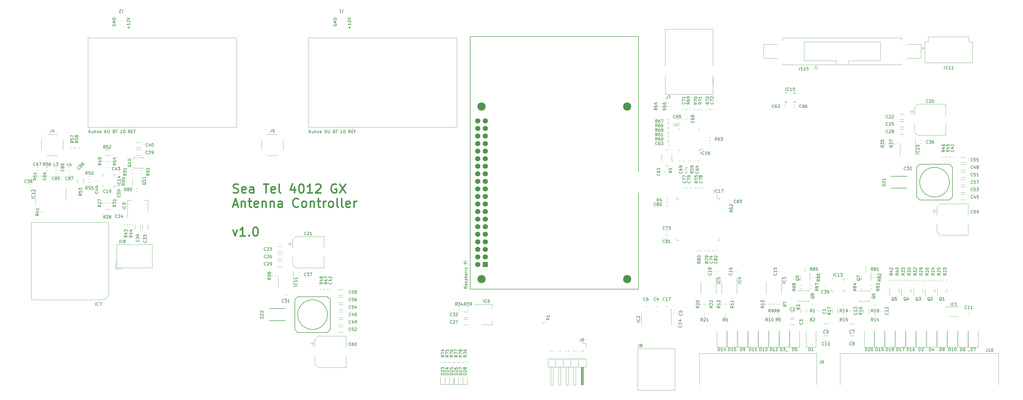
<source format=gbr>
%TF.GenerationSoftware,KiCad,Pcbnew,6.0.2+dfsg-1*%
%TF.CreationDate,2024-04-12T04:35:11+02:00*%
%TF.ProjectId,seatel,73656174-656c-42e6-9b69-6361645f7063,rev?*%
%TF.SameCoordinates,Original*%
%TF.FileFunction,Legend,Top*%
%TF.FilePolarity,Positive*%
%FSLAX46Y46*%
G04 Gerber Fmt 4.6, Leading zero omitted, Abs format (unit mm)*
G04 Created by KiCad (PCBNEW 6.0.2+dfsg-1) date 2024-04-12 04:35:11*
%MOMM*%
%LPD*%
G01*
G04 APERTURE LIST*
%ADD10C,0.150000*%
%ADD11C,0.500000*%
%ADD12C,0.120000*%
%ADD13C,2.750000*%
%ADD14R,1.750000X1.750000*%
%ADD15C,1.750000*%
G04 APERTURE END LIST*
D10*
X257000000Y-82500000D02*
X200500000Y-82500000D01*
X200500000Y-82500000D02*
X200500000Y-167500000D01*
X200500000Y-167500000D02*
X257000000Y-167500000D01*
X257000000Y-128000000D02*
X257000000Y-82500000D01*
X257000000Y-167500000D02*
X257000000Y-135000000D01*
X72335595Y-114952380D02*
X72335595Y-113952380D01*
X72907023Y-114952380D02*
X72478452Y-114380952D01*
X72907023Y-113952380D02*
X72335595Y-114523809D01*
X73764166Y-114285714D02*
X73764166Y-114952380D01*
X73335595Y-114285714D02*
X73335595Y-114809523D01*
X73383214Y-114904761D01*
X73478452Y-114952380D01*
X73621309Y-114952380D01*
X73716547Y-114904761D01*
X73764166Y-114857142D01*
X74240357Y-114952380D02*
X74240357Y-113952380D01*
X74668928Y-114952380D02*
X74668928Y-114428571D01*
X74621309Y-114333333D01*
X74526071Y-114285714D01*
X74383214Y-114285714D01*
X74287976Y-114333333D01*
X74240357Y-114380952D01*
X75145119Y-114285714D02*
X75145119Y-114952380D01*
X75145119Y-114380952D02*
X75192738Y-114333333D01*
X75287976Y-114285714D01*
X75430833Y-114285714D01*
X75526071Y-114333333D01*
X75573690Y-114428571D01*
X75573690Y-114952380D01*
X76430833Y-114904761D02*
X76335595Y-114952380D01*
X76145119Y-114952380D01*
X76049880Y-114904761D01*
X76002261Y-114809523D01*
X76002261Y-114428571D01*
X76049880Y-114333333D01*
X76145119Y-114285714D01*
X76335595Y-114285714D01*
X76430833Y-114333333D01*
X76478452Y-114428571D01*
X76478452Y-114523809D01*
X76002261Y-114619047D01*
X77668928Y-114952380D02*
X77668928Y-113952380D01*
X78240357Y-114952380D02*
X77811785Y-114380952D01*
X78240357Y-113952380D02*
X77668928Y-114523809D01*
X78668928Y-113952380D02*
X78668928Y-114761904D01*
X78716547Y-114857142D01*
X78764166Y-114904761D01*
X78859404Y-114952380D01*
X79049880Y-114952380D01*
X79145119Y-114904761D01*
X79192738Y-114857142D01*
X79240357Y-114761904D01*
X79240357Y-113952380D01*
X80811785Y-114428571D02*
X80954642Y-114476190D01*
X81002261Y-114523809D01*
X81049880Y-114619047D01*
X81049880Y-114761904D01*
X81002261Y-114857142D01*
X80954642Y-114904761D01*
X80859404Y-114952380D01*
X80478452Y-114952380D01*
X80478452Y-113952380D01*
X80811785Y-113952380D01*
X80907023Y-114000000D01*
X80954642Y-114047619D01*
X81002261Y-114142857D01*
X81002261Y-114238095D01*
X80954642Y-114333333D01*
X80907023Y-114380952D01*
X80811785Y-114428571D01*
X80478452Y-114428571D01*
X81335595Y-113952380D02*
X81907023Y-113952380D01*
X81621309Y-114952380D02*
X81621309Y-113952380D01*
X83526071Y-114952380D02*
X82954642Y-114952380D01*
X83240357Y-114952380D02*
X83240357Y-113952380D01*
X83145119Y-114095238D01*
X83049880Y-114190476D01*
X82954642Y-114238095D01*
X84145119Y-113952380D02*
X84240357Y-113952380D01*
X84335595Y-114000000D01*
X84383214Y-114047619D01*
X84430833Y-114142857D01*
X84478452Y-114333333D01*
X84478452Y-114571428D01*
X84430833Y-114761904D01*
X84383214Y-114857142D01*
X84335595Y-114904761D01*
X84240357Y-114952380D01*
X84145119Y-114952380D01*
X84049880Y-114904761D01*
X84002261Y-114857142D01*
X83954642Y-114761904D01*
X83907023Y-114571428D01*
X83907023Y-114333333D01*
X83954642Y-114142857D01*
X84002261Y-114047619D01*
X84049880Y-114000000D01*
X84145119Y-113952380D01*
X86240357Y-114952380D02*
X85907023Y-114476190D01*
X85668928Y-114952380D02*
X85668928Y-113952380D01*
X86049880Y-113952380D01*
X86145119Y-114000000D01*
X86192738Y-114047619D01*
X86240357Y-114142857D01*
X86240357Y-114285714D01*
X86192738Y-114380952D01*
X86145119Y-114428571D01*
X86049880Y-114476190D01*
X85668928Y-114476190D01*
X86668928Y-114428571D02*
X87002261Y-114428571D01*
X87145119Y-114952380D02*
X86668928Y-114952380D01*
X86668928Y-113952380D01*
X87145119Y-113952380D01*
X87907023Y-114428571D02*
X87573690Y-114428571D01*
X87573690Y-114952380D02*
X87573690Y-113952380D01*
X88049880Y-113952380D01*
X146335595Y-114952380D02*
X146335595Y-113952380D01*
X146907023Y-114952380D02*
X146478452Y-114380952D01*
X146907023Y-113952380D02*
X146335595Y-114523809D01*
X147764166Y-114285714D02*
X147764166Y-114952380D01*
X147335595Y-114285714D02*
X147335595Y-114809523D01*
X147383214Y-114904761D01*
X147478452Y-114952380D01*
X147621309Y-114952380D01*
X147716547Y-114904761D01*
X147764166Y-114857142D01*
X148240357Y-114952380D02*
X148240357Y-113952380D01*
X148668928Y-114952380D02*
X148668928Y-114428571D01*
X148621309Y-114333333D01*
X148526071Y-114285714D01*
X148383214Y-114285714D01*
X148287976Y-114333333D01*
X148240357Y-114380952D01*
X149145119Y-114285714D02*
X149145119Y-114952380D01*
X149145119Y-114380952D02*
X149192738Y-114333333D01*
X149287976Y-114285714D01*
X149430833Y-114285714D01*
X149526071Y-114333333D01*
X149573690Y-114428571D01*
X149573690Y-114952380D01*
X150430833Y-114904761D02*
X150335595Y-114952380D01*
X150145119Y-114952380D01*
X150049880Y-114904761D01*
X150002261Y-114809523D01*
X150002261Y-114428571D01*
X150049880Y-114333333D01*
X150145119Y-114285714D01*
X150335595Y-114285714D01*
X150430833Y-114333333D01*
X150478452Y-114428571D01*
X150478452Y-114523809D01*
X150002261Y-114619047D01*
X151668928Y-114952380D02*
X151668928Y-113952380D01*
X152240357Y-114952380D02*
X151811785Y-114380952D01*
X152240357Y-113952380D02*
X151668928Y-114523809D01*
X152668928Y-113952380D02*
X152668928Y-114761904D01*
X152716547Y-114857142D01*
X152764166Y-114904761D01*
X152859404Y-114952380D01*
X153049880Y-114952380D01*
X153145119Y-114904761D01*
X153192738Y-114857142D01*
X153240357Y-114761904D01*
X153240357Y-113952380D01*
X154811785Y-114428571D02*
X154954642Y-114476190D01*
X155002261Y-114523809D01*
X155049880Y-114619047D01*
X155049880Y-114761904D01*
X155002261Y-114857142D01*
X154954642Y-114904761D01*
X154859404Y-114952380D01*
X154478452Y-114952380D01*
X154478452Y-113952380D01*
X154811785Y-113952380D01*
X154907023Y-114000000D01*
X154954642Y-114047619D01*
X155002261Y-114142857D01*
X155002261Y-114238095D01*
X154954642Y-114333333D01*
X154907023Y-114380952D01*
X154811785Y-114428571D01*
X154478452Y-114428571D01*
X155335595Y-113952380D02*
X155907023Y-113952380D01*
X155621309Y-114952380D02*
X155621309Y-113952380D01*
X157526071Y-114952380D02*
X156954642Y-114952380D01*
X157240357Y-114952380D02*
X157240357Y-113952380D01*
X157145119Y-114095238D01*
X157049880Y-114190476D01*
X156954642Y-114238095D01*
X158145119Y-113952380D02*
X158240357Y-113952380D01*
X158335595Y-114000000D01*
X158383214Y-114047619D01*
X158430833Y-114142857D01*
X158478452Y-114333333D01*
X158478452Y-114571428D01*
X158430833Y-114761904D01*
X158383214Y-114857142D01*
X158335595Y-114904761D01*
X158240357Y-114952380D01*
X158145119Y-114952380D01*
X158049880Y-114904761D01*
X158002261Y-114857142D01*
X157954642Y-114761904D01*
X157907023Y-114571428D01*
X157907023Y-114333333D01*
X157954642Y-114142857D01*
X158002261Y-114047619D01*
X158049880Y-114000000D01*
X158145119Y-113952380D01*
X160240357Y-114952380D02*
X159907023Y-114476190D01*
X159668928Y-114952380D02*
X159668928Y-113952380D01*
X160049880Y-113952380D01*
X160145119Y-114000000D01*
X160192738Y-114047619D01*
X160240357Y-114142857D01*
X160240357Y-114285714D01*
X160192738Y-114380952D01*
X160145119Y-114428571D01*
X160049880Y-114476190D01*
X159668928Y-114476190D01*
X160668928Y-114428571D02*
X161002261Y-114428571D01*
X161145119Y-114952380D02*
X160668928Y-114952380D01*
X160668928Y-113952380D01*
X161145119Y-113952380D01*
X161907023Y-114428571D02*
X161573690Y-114428571D01*
X161573690Y-114952380D02*
X161573690Y-113952380D01*
X162049880Y-113952380D01*
X199452380Y-166592976D02*
X198976190Y-166926309D01*
X199452380Y-167164404D02*
X198452380Y-167164404D01*
X198452380Y-166783452D01*
X198500000Y-166688214D01*
X198547619Y-166640595D01*
X198642857Y-166592976D01*
X198785714Y-166592976D01*
X198880952Y-166640595D01*
X198928571Y-166688214D01*
X198976190Y-166783452D01*
X198976190Y-167164404D01*
X199452380Y-165735833D02*
X198928571Y-165735833D01*
X198833333Y-165783452D01*
X198785714Y-165878690D01*
X198785714Y-166069166D01*
X198833333Y-166164404D01*
X199404761Y-165735833D02*
X199452380Y-165831071D01*
X199452380Y-166069166D01*
X199404761Y-166164404D01*
X199309523Y-166212023D01*
X199214285Y-166212023D01*
X199119047Y-166164404D01*
X199071428Y-166069166D01*
X199071428Y-165831071D01*
X199023809Y-165735833D01*
X199404761Y-165307261D02*
X199452380Y-165212023D01*
X199452380Y-165021547D01*
X199404761Y-164926309D01*
X199309523Y-164878690D01*
X199261904Y-164878690D01*
X199166666Y-164926309D01*
X199119047Y-165021547D01*
X199119047Y-165164404D01*
X199071428Y-165259642D01*
X198976190Y-165307261D01*
X198928571Y-165307261D01*
X198833333Y-165259642D01*
X198785714Y-165164404D01*
X198785714Y-165021547D01*
X198833333Y-164926309D01*
X198785714Y-164450119D02*
X199785714Y-164450119D01*
X198833333Y-164450119D02*
X198785714Y-164354880D01*
X198785714Y-164164404D01*
X198833333Y-164069166D01*
X198880952Y-164021547D01*
X198976190Y-163973928D01*
X199261904Y-163973928D01*
X199357142Y-164021547D01*
X199404761Y-164069166D01*
X199452380Y-164164404D01*
X199452380Y-164354880D01*
X199404761Y-164450119D01*
X199452380Y-163545357D02*
X198452380Y-163545357D01*
X198833333Y-163545357D02*
X198785714Y-163450119D01*
X198785714Y-163259642D01*
X198833333Y-163164404D01*
X198880952Y-163116785D01*
X198976190Y-163069166D01*
X199261904Y-163069166D01*
X199357142Y-163116785D01*
X199404761Y-163164404D01*
X199452380Y-163259642D01*
X199452380Y-163450119D01*
X199404761Y-163545357D01*
X199404761Y-162259642D02*
X199452380Y-162354880D01*
X199452380Y-162545357D01*
X199404761Y-162640595D01*
X199309523Y-162688214D01*
X198928571Y-162688214D01*
X198833333Y-162640595D01*
X198785714Y-162545357D01*
X198785714Y-162354880D01*
X198833333Y-162259642D01*
X198928571Y-162212023D01*
X199023809Y-162212023D01*
X199119047Y-162688214D01*
X199452380Y-161783452D02*
X198785714Y-161783452D01*
X198976190Y-161783452D02*
X198880952Y-161735833D01*
X198833333Y-161688214D01*
X198785714Y-161592976D01*
X198785714Y-161497738D01*
X199452380Y-161164404D02*
X198785714Y-161164404D01*
X198976190Y-161164404D02*
X198880952Y-161116785D01*
X198833333Y-161069166D01*
X198785714Y-160973928D01*
X198785714Y-160878690D01*
X198785714Y-160640595D02*
X199452380Y-160402500D01*
X198785714Y-160164404D02*
X199452380Y-160402500D01*
X199690476Y-160497738D01*
X199738095Y-160545357D01*
X199785714Y-160640595D01*
X199452380Y-159021547D02*
X198452380Y-159021547D01*
X198452380Y-158640595D01*
X198500000Y-158545357D01*
X198547619Y-158497738D01*
X198642857Y-158450119D01*
X198785714Y-158450119D01*
X198880952Y-158497738D01*
X198928571Y-158545357D01*
X198976190Y-158640595D01*
X198976190Y-159021547D01*
X199452380Y-158021547D02*
X198785714Y-158021547D01*
X198452380Y-158021547D02*
X198500000Y-158069166D01*
X198547619Y-158021547D01*
X198500000Y-157973928D01*
X198452380Y-158021547D01*
X198547619Y-158021547D01*
X80335000Y-78383214D02*
X80287380Y-78478452D01*
X80287380Y-78621309D01*
X80335000Y-78764166D01*
X80430238Y-78859404D01*
X80525476Y-78907023D01*
X80715952Y-78954642D01*
X80858809Y-78954642D01*
X81049285Y-78907023D01*
X81144523Y-78859404D01*
X81239761Y-78764166D01*
X81287380Y-78621309D01*
X81287380Y-78526071D01*
X81239761Y-78383214D01*
X81192142Y-78335595D01*
X80858809Y-78335595D01*
X80858809Y-78526071D01*
X81287380Y-77907023D02*
X80287380Y-77907023D01*
X81287380Y-77335595D01*
X80287380Y-77335595D01*
X81287380Y-76859404D02*
X80287380Y-76859404D01*
X80287380Y-76621309D01*
X80335000Y-76478452D01*
X80430238Y-76383214D01*
X80525476Y-76335595D01*
X80715952Y-76287976D01*
X80858809Y-76287976D01*
X81049285Y-76335595D01*
X81144523Y-76383214D01*
X81239761Y-76478452D01*
X81287380Y-76621309D01*
X81287380Y-76859404D01*
X85736428Y-79859404D02*
X85736428Y-79097500D01*
X86117380Y-79478452D02*
X85355476Y-79478452D01*
X86117380Y-78097500D02*
X86117380Y-78668928D01*
X86117380Y-78383214D02*
X85117380Y-78383214D01*
X85260238Y-78478452D01*
X85355476Y-78573690D01*
X85403095Y-78668928D01*
X85212619Y-77716547D02*
X85165000Y-77668928D01*
X85117380Y-77573690D01*
X85117380Y-77335595D01*
X85165000Y-77240357D01*
X85212619Y-77192738D01*
X85307857Y-77145119D01*
X85403095Y-77145119D01*
X85545952Y-77192738D01*
X86117380Y-77764166D01*
X86117380Y-77145119D01*
X85117380Y-76859404D02*
X86117380Y-76526071D01*
X85117380Y-76192738D01*
X154585000Y-78383214D02*
X154537380Y-78478452D01*
X154537380Y-78621309D01*
X154585000Y-78764166D01*
X154680238Y-78859404D01*
X154775476Y-78907023D01*
X154965952Y-78954642D01*
X155108809Y-78954642D01*
X155299285Y-78907023D01*
X155394523Y-78859404D01*
X155489761Y-78764166D01*
X155537380Y-78621309D01*
X155537380Y-78526071D01*
X155489761Y-78383214D01*
X155442142Y-78335595D01*
X155108809Y-78335595D01*
X155108809Y-78526071D01*
X155537380Y-77907023D02*
X154537380Y-77907023D01*
X155537380Y-77335595D01*
X154537380Y-77335595D01*
X155537380Y-76859404D02*
X154537380Y-76859404D01*
X154537380Y-76621309D01*
X154585000Y-76478452D01*
X154680238Y-76383214D01*
X154775476Y-76335595D01*
X154965952Y-76287976D01*
X155108809Y-76287976D01*
X155299285Y-76335595D01*
X155394523Y-76383214D01*
X155489761Y-76478452D01*
X155537380Y-76621309D01*
X155537380Y-76859404D01*
X159986428Y-79859404D02*
X159986428Y-79097500D01*
X160367380Y-79478452D02*
X159605476Y-79478452D01*
X160367380Y-78097500D02*
X160367380Y-78668928D01*
X160367380Y-78383214D02*
X159367380Y-78383214D01*
X159510238Y-78478452D01*
X159605476Y-78573690D01*
X159653095Y-78668928D01*
X159462619Y-77716547D02*
X159415000Y-77668928D01*
X159367380Y-77573690D01*
X159367380Y-77335595D01*
X159415000Y-77240357D01*
X159462619Y-77192738D01*
X159557857Y-77145119D01*
X159653095Y-77145119D01*
X159795952Y-77192738D01*
X160367380Y-77764166D01*
X160367380Y-77145119D01*
X159367380Y-76859404D02*
X160367380Y-76526071D01*
X159367380Y-76192738D01*
D11*
X120896428Y-134969285D02*
X121325000Y-135112142D01*
X122039285Y-135112142D01*
X122325000Y-134969285D01*
X122467857Y-134826428D01*
X122610714Y-134540714D01*
X122610714Y-134255000D01*
X122467857Y-133969285D01*
X122325000Y-133826428D01*
X122039285Y-133683571D01*
X121467857Y-133540714D01*
X121182142Y-133397857D01*
X121039285Y-133255000D01*
X120896428Y-132969285D01*
X120896428Y-132683571D01*
X121039285Y-132397857D01*
X121182142Y-132255000D01*
X121467857Y-132112142D01*
X122182142Y-132112142D01*
X122610714Y-132255000D01*
X125039285Y-134969285D02*
X124753571Y-135112142D01*
X124182142Y-135112142D01*
X123896428Y-134969285D01*
X123753571Y-134683571D01*
X123753571Y-133540714D01*
X123896428Y-133255000D01*
X124182142Y-133112142D01*
X124753571Y-133112142D01*
X125039285Y-133255000D01*
X125182142Y-133540714D01*
X125182142Y-133826428D01*
X123753571Y-134112142D01*
X127753571Y-135112142D02*
X127753571Y-133540714D01*
X127610714Y-133255000D01*
X127325000Y-133112142D01*
X126753571Y-133112142D01*
X126467857Y-133255000D01*
X127753571Y-134969285D02*
X127467857Y-135112142D01*
X126753571Y-135112142D01*
X126467857Y-134969285D01*
X126325000Y-134683571D01*
X126325000Y-134397857D01*
X126467857Y-134112142D01*
X126753571Y-133969285D01*
X127467857Y-133969285D01*
X127753571Y-133826428D01*
X131039285Y-132112142D02*
X132753571Y-132112142D01*
X131896428Y-135112142D02*
X131896428Y-132112142D01*
X134896428Y-134969285D02*
X134610714Y-135112142D01*
X134039285Y-135112142D01*
X133753571Y-134969285D01*
X133610714Y-134683571D01*
X133610714Y-133540714D01*
X133753571Y-133255000D01*
X134039285Y-133112142D01*
X134610714Y-133112142D01*
X134896428Y-133255000D01*
X135039285Y-133540714D01*
X135039285Y-133826428D01*
X133610714Y-134112142D01*
X136753571Y-135112142D02*
X136467857Y-134969285D01*
X136325000Y-134683571D01*
X136325000Y-132112142D01*
X141467857Y-133112142D02*
X141467857Y-135112142D01*
X140753571Y-131969285D02*
X140039285Y-134112142D01*
X141896428Y-134112142D01*
X143610714Y-132112142D02*
X143896428Y-132112142D01*
X144182142Y-132255000D01*
X144325000Y-132397857D01*
X144467857Y-132683571D01*
X144610714Y-133255000D01*
X144610714Y-133969285D01*
X144467857Y-134540714D01*
X144325000Y-134826428D01*
X144182142Y-134969285D01*
X143896428Y-135112142D01*
X143610714Y-135112142D01*
X143325000Y-134969285D01*
X143182142Y-134826428D01*
X143039285Y-134540714D01*
X142896428Y-133969285D01*
X142896428Y-133255000D01*
X143039285Y-132683571D01*
X143182142Y-132397857D01*
X143325000Y-132255000D01*
X143610714Y-132112142D01*
X147467857Y-135112142D02*
X145753571Y-135112142D01*
X146610714Y-135112142D02*
X146610714Y-132112142D01*
X146325000Y-132540714D01*
X146039285Y-132826428D01*
X145753571Y-132969285D01*
X148610714Y-132397857D02*
X148753571Y-132255000D01*
X149039285Y-132112142D01*
X149753571Y-132112142D01*
X150039285Y-132255000D01*
X150182142Y-132397857D01*
X150325000Y-132683571D01*
X150325000Y-132969285D01*
X150182142Y-133397857D01*
X148467857Y-135112142D01*
X150325000Y-135112142D01*
X155467857Y-132255000D02*
X155182142Y-132112142D01*
X154753571Y-132112142D01*
X154325000Y-132255000D01*
X154039285Y-132540714D01*
X153896428Y-132826428D01*
X153753571Y-133397857D01*
X153753571Y-133826428D01*
X153896428Y-134397857D01*
X154039285Y-134683571D01*
X154325000Y-134969285D01*
X154753571Y-135112142D01*
X155039285Y-135112142D01*
X155467857Y-134969285D01*
X155610714Y-134826428D01*
X155610714Y-133826428D01*
X155039285Y-133826428D01*
X156610714Y-132112142D02*
X158610714Y-135112142D01*
X158610714Y-132112142D02*
X156610714Y-135112142D01*
X120896428Y-139085000D02*
X122325000Y-139085000D01*
X120610714Y-139942142D02*
X121610714Y-136942142D01*
X122610714Y-139942142D01*
X123610714Y-137942142D02*
X123610714Y-139942142D01*
X123610714Y-138227857D02*
X123753571Y-138085000D01*
X124039285Y-137942142D01*
X124467857Y-137942142D01*
X124753571Y-138085000D01*
X124896428Y-138370714D01*
X124896428Y-139942142D01*
X125896428Y-137942142D02*
X127039285Y-137942142D01*
X126325000Y-136942142D02*
X126325000Y-139513571D01*
X126467857Y-139799285D01*
X126753571Y-139942142D01*
X127039285Y-139942142D01*
X129182142Y-139799285D02*
X128896428Y-139942142D01*
X128325000Y-139942142D01*
X128039285Y-139799285D01*
X127896428Y-139513571D01*
X127896428Y-138370714D01*
X128039285Y-138085000D01*
X128325000Y-137942142D01*
X128896428Y-137942142D01*
X129182142Y-138085000D01*
X129325000Y-138370714D01*
X129325000Y-138656428D01*
X127896428Y-138942142D01*
X130610714Y-137942142D02*
X130610714Y-139942142D01*
X130610714Y-138227857D02*
X130753571Y-138085000D01*
X131039285Y-137942142D01*
X131467857Y-137942142D01*
X131753571Y-138085000D01*
X131896428Y-138370714D01*
X131896428Y-139942142D01*
X133325000Y-137942142D02*
X133325000Y-139942142D01*
X133325000Y-138227857D02*
X133467857Y-138085000D01*
X133753571Y-137942142D01*
X134182142Y-137942142D01*
X134467857Y-138085000D01*
X134610714Y-138370714D01*
X134610714Y-139942142D01*
X137325000Y-139942142D02*
X137325000Y-138370714D01*
X137182142Y-138085000D01*
X136896428Y-137942142D01*
X136325000Y-137942142D01*
X136039285Y-138085000D01*
X137325000Y-139799285D02*
X137039285Y-139942142D01*
X136325000Y-139942142D01*
X136039285Y-139799285D01*
X135896428Y-139513571D01*
X135896428Y-139227857D01*
X136039285Y-138942142D01*
X136325000Y-138799285D01*
X137039285Y-138799285D01*
X137325000Y-138656428D01*
X142753571Y-139656428D02*
X142610714Y-139799285D01*
X142182142Y-139942142D01*
X141896428Y-139942142D01*
X141467857Y-139799285D01*
X141182142Y-139513571D01*
X141039285Y-139227857D01*
X140896428Y-138656428D01*
X140896428Y-138227857D01*
X141039285Y-137656428D01*
X141182142Y-137370714D01*
X141467857Y-137085000D01*
X141896428Y-136942142D01*
X142182142Y-136942142D01*
X142610714Y-137085000D01*
X142753571Y-137227857D01*
X144467857Y-139942142D02*
X144182142Y-139799285D01*
X144039285Y-139656428D01*
X143896428Y-139370714D01*
X143896428Y-138513571D01*
X144039285Y-138227857D01*
X144182142Y-138085000D01*
X144467857Y-137942142D01*
X144896428Y-137942142D01*
X145182142Y-138085000D01*
X145325000Y-138227857D01*
X145467857Y-138513571D01*
X145467857Y-139370714D01*
X145325000Y-139656428D01*
X145182142Y-139799285D01*
X144896428Y-139942142D01*
X144467857Y-139942142D01*
X146753571Y-137942142D02*
X146753571Y-139942142D01*
X146753571Y-138227857D02*
X146896428Y-138085000D01*
X147182142Y-137942142D01*
X147610714Y-137942142D01*
X147896428Y-138085000D01*
X148039285Y-138370714D01*
X148039285Y-139942142D01*
X149039285Y-137942142D02*
X150182142Y-137942142D01*
X149467857Y-136942142D02*
X149467857Y-139513571D01*
X149610714Y-139799285D01*
X149896428Y-139942142D01*
X150182142Y-139942142D01*
X151182142Y-139942142D02*
X151182142Y-137942142D01*
X151182142Y-138513571D02*
X151325000Y-138227857D01*
X151467857Y-138085000D01*
X151753571Y-137942142D01*
X152039285Y-137942142D01*
X153467857Y-139942142D02*
X153182142Y-139799285D01*
X153039285Y-139656428D01*
X152896428Y-139370714D01*
X152896428Y-138513571D01*
X153039285Y-138227857D01*
X153182142Y-138085000D01*
X153467857Y-137942142D01*
X153896428Y-137942142D01*
X154182142Y-138085000D01*
X154325000Y-138227857D01*
X154467857Y-138513571D01*
X154467857Y-139370714D01*
X154325000Y-139656428D01*
X154182142Y-139799285D01*
X153896428Y-139942142D01*
X153467857Y-139942142D01*
X156182142Y-139942142D02*
X155896428Y-139799285D01*
X155753571Y-139513571D01*
X155753571Y-136942142D01*
X157753571Y-139942142D02*
X157467857Y-139799285D01*
X157325000Y-139513571D01*
X157325000Y-136942142D01*
X160039285Y-139799285D02*
X159753571Y-139942142D01*
X159182142Y-139942142D01*
X158896428Y-139799285D01*
X158753571Y-139513571D01*
X158753571Y-138370714D01*
X158896428Y-138085000D01*
X159182142Y-137942142D01*
X159753571Y-137942142D01*
X160039285Y-138085000D01*
X160182142Y-138370714D01*
X160182142Y-138656428D01*
X158753571Y-138942142D01*
X161467857Y-139942142D02*
X161467857Y-137942142D01*
X161467857Y-138513571D02*
X161610714Y-138227857D01*
X161753571Y-138085000D01*
X162039285Y-137942142D01*
X162325000Y-137942142D01*
X120753571Y-147602142D02*
X121467857Y-149602142D01*
X122182142Y-147602142D01*
X124896428Y-149602142D02*
X123182142Y-149602142D01*
X124039285Y-149602142D02*
X124039285Y-146602142D01*
X123753571Y-147030714D01*
X123467857Y-147316428D01*
X123182142Y-147459285D01*
X126182142Y-149316428D02*
X126325000Y-149459285D01*
X126182142Y-149602142D01*
X126039285Y-149459285D01*
X126182142Y-149316428D01*
X126182142Y-149602142D01*
X128182142Y-146602142D02*
X128467857Y-146602142D01*
X128753571Y-146745000D01*
X128896428Y-146887857D01*
X129039285Y-147173571D01*
X129182142Y-147745000D01*
X129182142Y-148459285D01*
X129039285Y-149030714D01*
X128896428Y-149316428D01*
X128753571Y-149459285D01*
X128467857Y-149602142D01*
X128182142Y-149602142D01*
X127896428Y-149459285D01*
X127753571Y-149316428D01*
X127610714Y-149030714D01*
X127467857Y-148459285D01*
X127467857Y-147745000D01*
X127610714Y-147173571D01*
X127753571Y-146887857D01*
X127896428Y-146745000D01*
X128182142Y-146602142D01*
D10*
%TO.C,R73*%
X276952380Y-131142857D02*
X276476190Y-131476190D01*
X276952380Y-131714285D02*
X275952380Y-131714285D01*
X275952380Y-131333333D01*
X276000000Y-131238095D01*
X276047619Y-131190476D01*
X276142857Y-131142857D01*
X276285714Y-131142857D01*
X276380952Y-131190476D01*
X276428571Y-131238095D01*
X276476190Y-131333333D01*
X276476190Y-131714285D01*
X275952380Y-130809523D02*
X275952380Y-130142857D01*
X276952380Y-130571428D01*
X275952380Y-129857142D02*
X275952380Y-129238095D01*
X276333333Y-129571428D01*
X276333333Y-129428571D01*
X276380952Y-129333333D01*
X276428571Y-129285714D01*
X276523809Y-129238095D01*
X276761904Y-129238095D01*
X276857142Y-129285714D01*
X276904761Y-129333333D01*
X276952380Y-129428571D01*
X276952380Y-129714285D01*
X276904761Y-129809523D01*
X276857142Y-129857142D01*
%TO.C,R84*%
X330202380Y-167392857D02*
X329726190Y-167726190D01*
X330202380Y-167964285D02*
X329202380Y-167964285D01*
X329202380Y-167583333D01*
X329250000Y-167488095D01*
X329297619Y-167440476D01*
X329392857Y-167392857D01*
X329535714Y-167392857D01*
X329630952Y-167440476D01*
X329678571Y-167488095D01*
X329726190Y-167583333D01*
X329726190Y-167964285D01*
X329630952Y-166821428D02*
X329583333Y-166916666D01*
X329535714Y-166964285D01*
X329440476Y-167011904D01*
X329392857Y-167011904D01*
X329297619Y-166964285D01*
X329250000Y-166916666D01*
X329202380Y-166821428D01*
X329202380Y-166630952D01*
X329250000Y-166535714D01*
X329297619Y-166488095D01*
X329392857Y-166440476D01*
X329440476Y-166440476D01*
X329535714Y-166488095D01*
X329583333Y-166535714D01*
X329630952Y-166630952D01*
X329630952Y-166821428D01*
X329678571Y-166916666D01*
X329726190Y-166964285D01*
X329821428Y-167011904D01*
X330011904Y-167011904D01*
X330107142Y-166964285D01*
X330154761Y-166916666D01*
X330202380Y-166821428D01*
X330202380Y-166630952D01*
X330154761Y-166535714D01*
X330107142Y-166488095D01*
X330011904Y-166440476D01*
X329821428Y-166440476D01*
X329726190Y-166488095D01*
X329678571Y-166535714D01*
X329630952Y-166630952D01*
X329535714Y-165583333D02*
X330202380Y-165583333D01*
X329154761Y-165821428D02*
X329869047Y-166059523D01*
X329869047Y-165440476D01*
%TO.C,C35*%
X319107142Y-168757142D02*
X319059523Y-168804761D01*
X318916666Y-168852380D01*
X318821428Y-168852380D01*
X318678571Y-168804761D01*
X318583333Y-168709523D01*
X318535714Y-168614285D01*
X318488095Y-168423809D01*
X318488095Y-168280952D01*
X318535714Y-168090476D01*
X318583333Y-167995238D01*
X318678571Y-167900000D01*
X318821428Y-167852380D01*
X318916666Y-167852380D01*
X319059523Y-167900000D01*
X319107142Y-167947619D01*
X319440476Y-167852380D02*
X320059523Y-167852380D01*
X319726190Y-168233333D01*
X319869047Y-168233333D01*
X319964285Y-168280952D01*
X320011904Y-168328571D01*
X320059523Y-168423809D01*
X320059523Y-168661904D01*
X320011904Y-168757142D01*
X319964285Y-168804761D01*
X319869047Y-168852380D01*
X319583333Y-168852380D01*
X319488095Y-168804761D01*
X319440476Y-168757142D01*
X320964285Y-167852380D02*
X320488095Y-167852380D01*
X320440476Y-168328571D01*
X320488095Y-168280952D01*
X320583333Y-168233333D01*
X320821428Y-168233333D01*
X320916666Y-168280952D01*
X320964285Y-168328571D01*
X321011904Y-168423809D01*
X321011904Y-168661904D01*
X320964285Y-168757142D01*
X320916666Y-168804761D01*
X320821428Y-168852380D01*
X320583333Y-168852380D01*
X320488095Y-168804761D01*
X320440476Y-168757142D01*
%TO.C,D8*%
X358261904Y-188202380D02*
X358261904Y-187202380D01*
X358500000Y-187202380D01*
X358642857Y-187250000D01*
X358738095Y-187345238D01*
X358785714Y-187440476D01*
X358833333Y-187630952D01*
X358833333Y-187773809D01*
X358785714Y-187964285D01*
X358738095Y-188059523D01*
X358642857Y-188154761D01*
X358500000Y-188202380D01*
X358261904Y-188202380D01*
X359404761Y-187630952D02*
X359309523Y-187583333D01*
X359261904Y-187535714D01*
X359214285Y-187440476D01*
X359214285Y-187392857D01*
X359261904Y-187297619D01*
X359309523Y-187250000D01*
X359404761Y-187202380D01*
X359595238Y-187202380D01*
X359690476Y-187250000D01*
X359738095Y-187297619D01*
X359785714Y-187392857D01*
X359785714Y-187440476D01*
X359738095Y-187535714D01*
X359690476Y-187583333D01*
X359595238Y-187630952D01*
X359404761Y-187630952D01*
X359309523Y-187678571D01*
X359261904Y-187726190D01*
X359214285Y-187821428D01*
X359214285Y-188011904D01*
X359261904Y-188107142D01*
X359309523Y-188154761D01*
X359404761Y-188202380D01*
X359595238Y-188202380D01*
X359690476Y-188154761D01*
X359738095Y-188107142D01*
X359785714Y-188011904D01*
X359785714Y-187821428D01*
X359738095Y-187726190D01*
X359690476Y-187678571D01*
X359595238Y-187630952D01*
%TO.C,J1*%
X157583333Y-74547619D02*
X157583333Y-73833333D01*
X157630952Y-73690476D01*
X157726190Y-73595238D01*
X157869047Y-73547619D01*
X157964285Y-73547619D01*
X156583333Y-73547619D02*
X157154761Y-73547619D01*
X156869047Y-73547619D02*
X156869047Y-74547619D01*
X156964285Y-74404761D01*
X157059523Y-74309523D01*
X157154761Y-74261904D01*
%TO.C,Q4*%
X346954761Y-171297619D02*
X346859523Y-171250000D01*
X346764285Y-171154761D01*
X346621428Y-171011904D01*
X346526190Y-170964285D01*
X346430952Y-170964285D01*
X346478571Y-171202380D02*
X346383333Y-171154761D01*
X346288095Y-171059523D01*
X346240476Y-170869047D01*
X346240476Y-170535714D01*
X346288095Y-170345238D01*
X346383333Y-170250000D01*
X346478571Y-170202380D01*
X346669047Y-170202380D01*
X346764285Y-170250000D01*
X346859523Y-170345238D01*
X346907142Y-170535714D01*
X346907142Y-170869047D01*
X346859523Y-171059523D01*
X346764285Y-171154761D01*
X346669047Y-171202380D01*
X346478571Y-171202380D01*
X347764285Y-170535714D02*
X347764285Y-171202380D01*
X347526190Y-170154761D02*
X347288095Y-170869047D01*
X347907142Y-170869047D01*
%TO.C,R52*%
X77857142Y-120132380D02*
X77523809Y-119656190D01*
X77285714Y-120132380D02*
X77285714Y-119132380D01*
X77666666Y-119132380D01*
X77761904Y-119180000D01*
X77809523Y-119227619D01*
X77857142Y-119322857D01*
X77857142Y-119465714D01*
X77809523Y-119560952D01*
X77761904Y-119608571D01*
X77666666Y-119656190D01*
X77285714Y-119656190D01*
X78761904Y-119132380D02*
X78285714Y-119132380D01*
X78238095Y-119608571D01*
X78285714Y-119560952D01*
X78380952Y-119513333D01*
X78619047Y-119513333D01*
X78714285Y-119560952D01*
X78761904Y-119608571D01*
X78809523Y-119703809D01*
X78809523Y-119941904D01*
X78761904Y-120037142D01*
X78714285Y-120084761D01*
X78619047Y-120132380D01*
X78380952Y-120132380D01*
X78285714Y-120084761D01*
X78238095Y-120037142D01*
X79190476Y-119227619D02*
X79238095Y-119180000D01*
X79333333Y-119132380D01*
X79571428Y-119132380D01*
X79666666Y-119180000D01*
X79714285Y-119227619D01*
X79761904Y-119322857D01*
X79761904Y-119418095D01*
X79714285Y-119560952D01*
X79142857Y-120132380D01*
X79761904Y-120132380D01*
%TO.C,C42*%
X153857142Y-165142857D02*
X153904761Y-165190476D01*
X153952380Y-165333333D01*
X153952380Y-165428571D01*
X153904761Y-165571428D01*
X153809523Y-165666666D01*
X153714285Y-165714285D01*
X153523809Y-165761904D01*
X153380952Y-165761904D01*
X153190476Y-165714285D01*
X153095238Y-165666666D01*
X153000000Y-165571428D01*
X152952380Y-165428571D01*
X152952380Y-165333333D01*
X153000000Y-165190476D01*
X153047619Y-165142857D01*
X153285714Y-164285714D02*
X153952380Y-164285714D01*
X152904761Y-164523809D02*
X153619047Y-164761904D01*
X153619047Y-164142857D01*
X153047619Y-163809523D02*
X153000000Y-163761904D01*
X152952380Y-163666666D01*
X152952380Y-163428571D01*
X153000000Y-163333333D01*
X153047619Y-163285714D01*
X153142857Y-163238095D01*
X153238095Y-163238095D01*
X153380952Y-163285714D01*
X153952380Y-163857142D01*
X153952380Y-163238095D01*
%TO.C,D27*%
X197702380Y-196214285D02*
X196702380Y-196214285D01*
X196702380Y-195976190D01*
X196750000Y-195833333D01*
X196845238Y-195738095D01*
X196940476Y-195690476D01*
X197130952Y-195642857D01*
X197273809Y-195642857D01*
X197464285Y-195690476D01*
X197559523Y-195738095D01*
X197654761Y-195833333D01*
X197702380Y-195976190D01*
X197702380Y-196214285D01*
X196797619Y-195261904D02*
X196750000Y-195214285D01*
X196702380Y-195119047D01*
X196702380Y-194880952D01*
X196750000Y-194785714D01*
X196797619Y-194738095D01*
X196892857Y-194690476D01*
X196988095Y-194690476D01*
X197130952Y-194738095D01*
X197702380Y-195309523D01*
X197702380Y-194690476D01*
X196702380Y-194357142D02*
X196702380Y-193690476D01*
X197702380Y-194119047D01*
%TO.C,C62*%
X302557142Y-106357142D02*
X302509523Y-106404761D01*
X302366666Y-106452380D01*
X302271428Y-106452380D01*
X302128571Y-106404761D01*
X302033333Y-106309523D01*
X301985714Y-106214285D01*
X301938095Y-106023809D01*
X301938095Y-105880952D01*
X301985714Y-105690476D01*
X302033333Y-105595238D01*
X302128571Y-105500000D01*
X302271428Y-105452380D01*
X302366666Y-105452380D01*
X302509523Y-105500000D01*
X302557142Y-105547619D01*
X303414285Y-105452380D02*
X303223809Y-105452380D01*
X303128571Y-105500000D01*
X303080952Y-105547619D01*
X302985714Y-105690476D01*
X302938095Y-105880952D01*
X302938095Y-106261904D01*
X302985714Y-106357142D01*
X303033333Y-106404761D01*
X303128571Y-106452380D01*
X303319047Y-106452380D01*
X303414285Y-106404761D01*
X303461904Y-106357142D01*
X303509523Y-106261904D01*
X303509523Y-106023809D01*
X303461904Y-105928571D01*
X303414285Y-105880952D01*
X303319047Y-105833333D01*
X303128571Y-105833333D01*
X303033333Y-105880952D01*
X302985714Y-105928571D01*
X302938095Y-106023809D01*
X303890476Y-105547619D02*
X303938095Y-105500000D01*
X304033333Y-105452380D01*
X304271428Y-105452380D01*
X304366666Y-105500000D01*
X304414285Y-105547619D01*
X304461904Y-105642857D01*
X304461904Y-105738095D01*
X304414285Y-105880952D01*
X303842857Y-106452380D01*
X304461904Y-106452380D01*
%TO.C,R66*%
X263357142Y-112952380D02*
X263023809Y-112476190D01*
X262785714Y-112952380D02*
X262785714Y-111952380D01*
X263166666Y-111952380D01*
X263261904Y-112000000D01*
X263309523Y-112047619D01*
X263357142Y-112142857D01*
X263357142Y-112285714D01*
X263309523Y-112380952D01*
X263261904Y-112428571D01*
X263166666Y-112476190D01*
X262785714Y-112476190D01*
X264214285Y-111952380D02*
X264023809Y-111952380D01*
X263928571Y-112000000D01*
X263880952Y-112047619D01*
X263785714Y-112190476D01*
X263738095Y-112380952D01*
X263738095Y-112761904D01*
X263785714Y-112857142D01*
X263833333Y-112904761D01*
X263928571Y-112952380D01*
X264119047Y-112952380D01*
X264214285Y-112904761D01*
X264261904Y-112857142D01*
X264309523Y-112761904D01*
X264309523Y-112523809D01*
X264261904Y-112428571D01*
X264214285Y-112380952D01*
X264119047Y-112333333D01*
X263928571Y-112333333D01*
X263833333Y-112380952D01*
X263785714Y-112428571D01*
X263738095Y-112523809D01*
X265166666Y-111952380D02*
X264976190Y-111952380D01*
X264880952Y-112000000D01*
X264833333Y-112047619D01*
X264738095Y-112190476D01*
X264690476Y-112380952D01*
X264690476Y-112761904D01*
X264738095Y-112857142D01*
X264785714Y-112904761D01*
X264880952Y-112952380D01*
X265071428Y-112952380D01*
X265166666Y-112904761D01*
X265214285Y-112857142D01*
X265261904Y-112761904D01*
X265261904Y-112523809D01*
X265214285Y-112428571D01*
X265166666Y-112380952D01*
X265071428Y-112333333D01*
X264880952Y-112333333D01*
X264785714Y-112380952D01*
X264738095Y-112428571D01*
X264690476Y-112523809D01*
%TO.C,R10*%
X300357142Y-178202380D02*
X300023809Y-177726190D01*
X299785714Y-178202380D02*
X299785714Y-177202380D01*
X300166666Y-177202380D01*
X300261904Y-177250000D01*
X300309523Y-177297619D01*
X300357142Y-177392857D01*
X300357142Y-177535714D01*
X300309523Y-177630952D01*
X300261904Y-177678571D01*
X300166666Y-177726190D01*
X299785714Y-177726190D01*
X301309523Y-178202380D02*
X300738095Y-178202380D01*
X301023809Y-178202380D02*
X301023809Y-177202380D01*
X300928571Y-177345238D01*
X300833333Y-177440476D01*
X300738095Y-177488095D01*
X301928571Y-177202380D02*
X302023809Y-177202380D01*
X302119047Y-177250000D01*
X302166666Y-177297619D01*
X302214285Y-177392857D01*
X302261904Y-177583333D01*
X302261904Y-177821428D01*
X302214285Y-178011904D01*
X302166666Y-178107142D01*
X302119047Y-178154761D01*
X302023809Y-178202380D01*
X301928571Y-178202380D01*
X301833333Y-178154761D01*
X301785714Y-178107142D01*
X301738095Y-178011904D01*
X301690476Y-177821428D01*
X301690476Y-177583333D01*
X301738095Y-177392857D01*
X301785714Y-177297619D01*
X301833333Y-177250000D01*
X301928571Y-177202380D01*
%TO.C,Q5*%
X342904761Y-171297619D02*
X342809523Y-171250000D01*
X342714285Y-171154761D01*
X342571428Y-171011904D01*
X342476190Y-170964285D01*
X342380952Y-170964285D01*
X342428571Y-171202380D02*
X342333333Y-171154761D01*
X342238095Y-171059523D01*
X342190476Y-170869047D01*
X342190476Y-170535714D01*
X342238095Y-170345238D01*
X342333333Y-170250000D01*
X342428571Y-170202380D01*
X342619047Y-170202380D01*
X342714285Y-170250000D01*
X342809523Y-170345238D01*
X342857142Y-170535714D01*
X342857142Y-170869047D01*
X342809523Y-171059523D01*
X342714285Y-171154761D01*
X342619047Y-171202380D01*
X342428571Y-171202380D01*
X343761904Y-170202380D02*
X343285714Y-170202380D01*
X343238095Y-170678571D01*
X343285714Y-170630952D01*
X343380952Y-170583333D01*
X343619047Y-170583333D01*
X343714285Y-170630952D01*
X343761904Y-170678571D01*
X343809523Y-170773809D01*
X343809523Y-171011904D01*
X343761904Y-171107142D01*
X343714285Y-171154761D01*
X343619047Y-171202380D01*
X343380952Y-171202380D01*
X343285714Y-171154761D01*
X343238095Y-171107142D01*
%TO.C,R90*%
X84452380Y-131892857D02*
X83976190Y-132226190D01*
X84452380Y-132464285D02*
X83452380Y-132464285D01*
X83452380Y-132083333D01*
X83500000Y-131988095D01*
X83547619Y-131940476D01*
X83642857Y-131892857D01*
X83785714Y-131892857D01*
X83880952Y-131940476D01*
X83928571Y-131988095D01*
X83976190Y-132083333D01*
X83976190Y-132464285D01*
X84452380Y-131416666D02*
X84452380Y-131226190D01*
X84404761Y-131130952D01*
X84357142Y-131083333D01*
X84214285Y-130988095D01*
X84023809Y-130940476D01*
X83642857Y-130940476D01*
X83547619Y-130988095D01*
X83500000Y-131035714D01*
X83452380Y-131130952D01*
X83452380Y-131321428D01*
X83500000Y-131416666D01*
X83547619Y-131464285D01*
X83642857Y-131511904D01*
X83880952Y-131511904D01*
X83976190Y-131464285D01*
X84023809Y-131416666D01*
X84071428Y-131321428D01*
X84071428Y-131130952D01*
X84023809Y-131035714D01*
X83976190Y-130988095D01*
X83880952Y-130940476D01*
X83452380Y-130321428D02*
X83452380Y-130226190D01*
X83500000Y-130130952D01*
X83547619Y-130083333D01*
X83642857Y-130035714D01*
X83833333Y-129988095D01*
X84071428Y-129988095D01*
X84261904Y-130035714D01*
X84357142Y-130083333D01*
X84404761Y-130130952D01*
X84452380Y-130226190D01*
X84452380Y-130321428D01*
X84404761Y-130416666D01*
X84357142Y-130464285D01*
X84261904Y-130511904D01*
X84071428Y-130559523D01*
X83833333Y-130559523D01*
X83642857Y-130511904D01*
X83547619Y-130464285D01*
X83500000Y-130416666D01*
X83452380Y-130321428D01*
%TO.C,D14*%
X283785714Y-188202380D02*
X283785714Y-187202380D01*
X284023809Y-187202380D01*
X284166666Y-187250000D01*
X284261904Y-187345238D01*
X284309523Y-187440476D01*
X284357142Y-187630952D01*
X284357142Y-187773809D01*
X284309523Y-187964285D01*
X284261904Y-188059523D01*
X284166666Y-188154761D01*
X284023809Y-188202380D01*
X283785714Y-188202380D01*
X285309523Y-188202380D02*
X284738095Y-188202380D01*
X285023809Y-188202380D02*
X285023809Y-187202380D01*
X284928571Y-187345238D01*
X284833333Y-187440476D01*
X284738095Y-187488095D01*
X286166666Y-187535714D02*
X286166666Y-188202380D01*
X285928571Y-187154761D02*
X285690476Y-187869047D01*
X286309523Y-187869047D01*
%TO.C,R17*%
X321632380Y-175392857D02*
X321156190Y-175726190D01*
X321632380Y-175964285D02*
X320632380Y-175964285D01*
X320632380Y-175583333D01*
X320680000Y-175488095D01*
X320727619Y-175440476D01*
X320822857Y-175392857D01*
X320965714Y-175392857D01*
X321060952Y-175440476D01*
X321108571Y-175488095D01*
X321156190Y-175583333D01*
X321156190Y-175964285D01*
X321632380Y-174440476D02*
X321632380Y-175011904D01*
X321632380Y-174726190D02*
X320632380Y-174726190D01*
X320775238Y-174821428D01*
X320870476Y-174916666D01*
X320918095Y-175011904D01*
X320632380Y-174107142D02*
X320632380Y-173440476D01*
X321632380Y-173869047D01*
%TO.C,D5*%
X308761904Y-188202380D02*
X308761904Y-187202380D01*
X309000000Y-187202380D01*
X309142857Y-187250000D01*
X309238095Y-187345238D01*
X309285714Y-187440476D01*
X309333333Y-187630952D01*
X309333333Y-187773809D01*
X309285714Y-187964285D01*
X309238095Y-188059523D01*
X309142857Y-188154761D01*
X309000000Y-188202380D01*
X308761904Y-188202380D01*
X310238095Y-187202380D02*
X309761904Y-187202380D01*
X309714285Y-187678571D01*
X309761904Y-187630952D01*
X309857142Y-187583333D01*
X310095238Y-187583333D01*
X310190476Y-187630952D01*
X310238095Y-187678571D01*
X310285714Y-187773809D01*
X310285714Y-188011904D01*
X310238095Y-188107142D01*
X310190476Y-188154761D01*
X310095238Y-188202380D01*
X309857142Y-188202380D01*
X309761904Y-188154761D01*
X309714285Y-188107142D01*
%TO.C,C12*%
X340857142Y-175392857D02*
X340904761Y-175440476D01*
X340952380Y-175583333D01*
X340952380Y-175678571D01*
X340904761Y-175821428D01*
X340809523Y-175916666D01*
X340714285Y-175964285D01*
X340523809Y-176011904D01*
X340380952Y-176011904D01*
X340190476Y-175964285D01*
X340095238Y-175916666D01*
X340000000Y-175821428D01*
X339952380Y-175678571D01*
X339952380Y-175583333D01*
X340000000Y-175440476D01*
X340047619Y-175392857D01*
X340952380Y-174440476D02*
X340952380Y-175011904D01*
X340952380Y-174726190D02*
X339952380Y-174726190D01*
X340095238Y-174821428D01*
X340190476Y-174916666D01*
X340238095Y-175011904D01*
X340047619Y-174059523D02*
X340000000Y-174011904D01*
X339952380Y-173916666D01*
X339952380Y-173678571D01*
X340000000Y-173583333D01*
X340047619Y-173535714D01*
X340142857Y-173488095D01*
X340238095Y-173488095D01*
X340380952Y-173535714D01*
X340952380Y-174107142D01*
X340952380Y-173488095D01*
%TO.C,R82*%
X338452380Y-164142857D02*
X337976190Y-164476190D01*
X338452380Y-164714285D02*
X337452380Y-164714285D01*
X337452380Y-164333333D01*
X337500000Y-164238095D01*
X337547619Y-164190476D01*
X337642857Y-164142857D01*
X337785714Y-164142857D01*
X337880952Y-164190476D01*
X337928571Y-164238095D01*
X337976190Y-164333333D01*
X337976190Y-164714285D01*
X337880952Y-163571428D02*
X337833333Y-163666666D01*
X337785714Y-163714285D01*
X337690476Y-163761904D01*
X337642857Y-163761904D01*
X337547619Y-163714285D01*
X337500000Y-163666666D01*
X337452380Y-163571428D01*
X337452380Y-163380952D01*
X337500000Y-163285714D01*
X337547619Y-163238095D01*
X337642857Y-163190476D01*
X337690476Y-163190476D01*
X337785714Y-163238095D01*
X337833333Y-163285714D01*
X337880952Y-163380952D01*
X337880952Y-163571428D01*
X337928571Y-163666666D01*
X337976190Y-163714285D01*
X338071428Y-163761904D01*
X338261904Y-163761904D01*
X338357142Y-163714285D01*
X338404761Y-163666666D01*
X338452380Y-163571428D01*
X338452380Y-163380952D01*
X338404761Y-163285714D01*
X338357142Y-163238095D01*
X338261904Y-163190476D01*
X338071428Y-163190476D01*
X337976190Y-163238095D01*
X337928571Y-163285714D01*
X337880952Y-163380952D01*
X337547619Y-162809523D02*
X337500000Y-162761904D01*
X337452380Y-162666666D01*
X337452380Y-162428571D01*
X337500000Y-162333333D01*
X337547619Y-162285714D01*
X337642857Y-162238095D01*
X337738095Y-162238095D01*
X337880952Y-162285714D01*
X338452380Y-162857142D01*
X338452380Y-162238095D01*
%TO.C,R64*%
X263272380Y-106642857D02*
X262796190Y-106976190D01*
X263272380Y-107214285D02*
X262272380Y-107214285D01*
X262272380Y-106833333D01*
X262320000Y-106738095D01*
X262367619Y-106690476D01*
X262462857Y-106642857D01*
X262605714Y-106642857D01*
X262700952Y-106690476D01*
X262748571Y-106738095D01*
X262796190Y-106833333D01*
X262796190Y-107214285D01*
X262272380Y-105785714D02*
X262272380Y-105976190D01*
X262320000Y-106071428D01*
X262367619Y-106119047D01*
X262510476Y-106214285D01*
X262700952Y-106261904D01*
X263081904Y-106261904D01*
X263177142Y-106214285D01*
X263224761Y-106166666D01*
X263272380Y-106071428D01*
X263272380Y-105880952D01*
X263224761Y-105785714D01*
X263177142Y-105738095D01*
X263081904Y-105690476D01*
X262843809Y-105690476D01*
X262748571Y-105738095D01*
X262700952Y-105785714D01*
X262653333Y-105880952D01*
X262653333Y-106071428D01*
X262700952Y-106166666D01*
X262748571Y-106214285D01*
X262843809Y-106261904D01*
X262605714Y-104833333D02*
X263272380Y-104833333D01*
X262224761Y-105071428D02*
X262939047Y-105309523D01*
X262939047Y-104690476D01*
%TO.C,C19*%
X77857142Y-134927142D02*
X77809523Y-134974761D01*
X77666666Y-135022380D01*
X77571428Y-135022380D01*
X77428571Y-134974761D01*
X77333333Y-134879523D01*
X77285714Y-134784285D01*
X77238095Y-134593809D01*
X77238095Y-134450952D01*
X77285714Y-134260476D01*
X77333333Y-134165238D01*
X77428571Y-134070000D01*
X77571428Y-134022380D01*
X77666666Y-134022380D01*
X77809523Y-134070000D01*
X77857142Y-134117619D01*
X78809523Y-135022380D02*
X78238095Y-135022380D01*
X78523809Y-135022380D02*
X78523809Y-134022380D01*
X78428571Y-134165238D01*
X78333333Y-134260476D01*
X78238095Y-134308095D01*
X79285714Y-135022380D02*
X79476190Y-135022380D01*
X79571428Y-134974761D01*
X79619047Y-134927142D01*
X79714285Y-134784285D01*
X79761904Y-134593809D01*
X79761904Y-134212857D01*
X79714285Y-134117619D01*
X79666666Y-134070000D01*
X79571428Y-134022380D01*
X79380952Y-134022380D01*
X79285714Y-134070000D01*
X79238095Y-134117619D01*
X79190476Y-134212857D01*
X79190476Y-134450952D01*
X79238095Y-134546190D01*
X79285714Y-134593809D01*
X79380952Y-134641428D01*
X79571428Y-134641428D01*
X79666666Y-134593809D01*
X79714285Y-134546190D01*
X79761904Y-134450952D01*
%TO.C,C73*%
X265857142Y-147357142D02*
X265809523Y-147404761D01*
X265666666Y-147452380D01*
X265571428Y-147452380D01*
X265428571Y-147404761D01*
X265333333Y-147309523D01*
X265285714Y-147214285D01*
X265238095Y-147023809D01*
X265238095Y-146880952D01*
X265285714Y-146690476D01*
X265333333Y-146595238D01*
X265428571Y-146500000D01*
X265571428Y-146452380D01*
X265666666Y-146452380D01*
X265809523Y-146500000D01*
X265857142Y-146547619D01*
X266190476Y-146452380D02*
X266857142Y-146452380D01*
X266428571Y-147452380D01*
X267142857Y-146452380D02*
X267761904Y-146452380D01*
X267428571Y-146833333D01*
X267571428Y-146833333D01*
X267666666Y-146880952D01*
X267714285Y-146928571D01*
X267761904Y-147023809D01*
X267761904Y-147261904D01*
X267714285Y-147357142D01*
X267666666Y-147404761D01*
X267571428Y-147452380D01*
X267285714Y-147452380D01*
X267190476Y-147404761D01*
X267142857Y-147357142D01*
%TO.C,C11*%
X367357142Y-173927142D02*
X367309523Y-173974761D01*
X367166666Y-174022380D01*
X367071428Y-174022380D01*
X366928571Y-173974761D01*
X366833333Y-173879523D01*
X366785714Y-173784285D01*
X366738095Y-173593809D01*
X366738095Y-173450952D01*
X366785714Y-173260476D01*
X366833333Y-173165238D01*
X366928571Y-173070000D01*
X367071428Y-173022380D01*
X367166666Y-173022380D01*
X367309523Y-173070000D01*
X367357142Y-173117619D01*
X368309523Y-174022380D02*
X367738095Y-174022380D01*
X368023809Y-174022380D02*
X368023809Y-173022380D01*
X367928571Y-173165238D01*
X367833333Y-173260476D01*
X367738095Y-173308095D01*
X369261904Y-174022380D02*
X368690476Y-174022380D01*
X368976190Y-174022380D02*
X368976190Y-173022380D01*
X368880952Y-173165238D01*
X368785714Y-173260476D01*
X368690476Y-173308095D01*
%TO.C,IC3*%
X306452380Y-165476190D02*
X305452380Y-165476190D01*
X306357142Y-164428571D02*
X306404761Y-164476190D01*
X306452380Y-164619047D01*
X306452380Y-164714285D01*
X306404761Y-164857142D01*
X306309523Y-164952380D01*
X306214285Y-165000000D01*
X306023809Y-165047619D01*
X305880952Y-165047619D01*
X305690476Y-165000000D01*
X305595238Y-164952380D01*
X305500000Y-164857142D01*
X305452380Y-164714285D01*
X305452380Y-164619047D01*
X305500000Y-164476190D01*
X305547619Y-164428571D01*
X305452380Y-164095238D02*
X305452380Y-163476190D01*
X305833333Y-163809523D01*
X305833333Y-163666666D01*
X305880952Y-163571428D01*
X305928571Y-163523809D01*
X306023809Y-163476190D01*
X306261904Y-163476190D01*
X306357142Y-163523809D01*
X306404761Y-163571428D01*
X306452380Y-163666666D01*
X306452380Y-163952380D01*
X306404761Y-164047619D01*
X306357142Y-164095238D01*
%TO.C,C14*%
X271357142Y-179642857D02*
X271404761Y-179690476D01*
X271452380Y-179833333D01*
X271452380Y-179928571D01*
X271404761Y-180071428D01*
X271309523Y-180166666D01*
X271214285Y-180214285D01*
X271023809Y-180261904D01*
X270880952Y-180261904D01*
X270690476Y-180214285D01*
X270595238Y-180166666D01*
X270500000Y-180071428D01*
X270452380Y-179928571D01*
X270452380Y-179833333D01*
X270500000Y-179690476D01*
X270547619Y-179642857D01*
X271452380Y-178690476D02*
X271452380Y-179261904D01*
X271452380Y-178976190D02*
X270452380Y-178976190D01*
X270595238Y-179071428D01*
X270690476Y-179166666D01*
X270738095Y-179261904D01*
X270785714Y-177833333D02*
X271452380Y-177833333D01*
X270404761Y-178071428D02*
X271119047Y-178309523D01*
X271119047Y-177690476D01*
%TO.C,IC13*%
X322547619Y-163132380D02*
X322547619Y-162132380D01*
X323595238Y-163037142D02*
X323547619Y-163084761D01*
X323404761Y-163132380D01*
X323309523Y-163132380D01*
X323166666Y-163084761D01*
X323071428Y-162989523D01*
X323023809Y-162894285D01*
X322976190Y-162703809D01*
X322976190Y-162560952D01*
X323023809Y-162370476D01*
X323071428Y-162275238D01*
X323166666Y-162180000D01*
X323309523Y-162132380D01*
X323404761Y-162132380D01*
X323547619Y-162180000D01*
X323595238Y-162227619D01*
X324547619Y-163132380D02*
X323976190Y-163132380D01*
X324261904Y-163132380D02*
X324261904Y-162132380D01*
X324166666Y-162275238D01*
X324071428Y-162370476D01*
X323976190Y-162418095D01*
X324880952Y-162132380D02*
X325500000Y-162132380D01*
X325166666Y-162513333D01*
X325309523Y-162513333D01*
X325404761Y-162560952D01*
X325452380Y-162608571D01*
X325500000Y-162703809D01*
X325500000Y-162941904D01*
X325452380Y-163037142D01*
X325404761Y-163084761D01*
X325309523Y-163132380D01*
X325023809Y-163132380D01*
X324928571Y-163084761D01*
X324880952Y-163037142D01*
%TO.C,D28*%
X199202380Y-196214285D02*
X198202380Y-196214285D01*
X198202380Y-195976190D01*
X198250000Y-195833333D01*
X198345238Y-195738095D01*
X198440476Y-195690476D01*
X198630952Y-195642857D01*
X198773809Y-195642857D01*
X198964285Y-195690476D01*
X199059523Y-195738095D01*
X199154761Y-195833333D01*
X199202380Y-195976190D01*
X199202380Y-196214285D01*
X198297619Y-195261904D02*
X198250000Y-195214285D01*
X198202380Y-195119047D01*
X198202380Y-194880952D01*
X198250000Y-194785714D01*
X198297619Y-194738095D01*
X198392857Y-194690476D01*
X198488095Y-194690476D01*
X198630952Y-194738095D01*
X199202380Y-195309523D01*
X199202380Y-194690476D01*
X198630952Y-194119047D02*
X198583333Y-194214285D01*
X198535714Y-194261904D01*
X198440476Y-194309523D01*
X198392857Y-194309523D01*
X198297619Y-194261904D01*
X198250000Y-194214285D01*
X198202380Y-194119047D01*
X198202380Y-193928571D01*
X198250000Y-193833333D01*
X198297619Y-193785714D01*
X198392857Y-193738095D01*
X198440476Y-193738095D01*
X198535714Y-193785714D01*
X198583333Y-193833333D01*
X198630952Y-193928571D01*
X198630952Y-194119047D01*
X198678571Y-194214285D01*
X198726190Y-194261904D01*
X198821428Y-194309523D01*
X199011904Y-194309523D01*
X199107142Y-194261904D01*
X199154761Y-194214285D01*
X199202380Y-194119047D01*
X199202380Y-193928571D01*
X199154761Y-193833333D01*
X199107142Y-193785714D01*
X199011904Y-193738095D01*
X198821428Y-193738095D01*
X198726190Y-193785714D01*
X198678571Y-193833333D01*
X198630952Y-193928571D01*
%TO.C,J8*%
X257166666Y-185952380D02*
X257166666Y-186666666D01*
X257119047Y-186809523D01*
X257023809Y-186904761D01*
X256880952Y-186952380D01*
X256785714Y-186952380D01*
X257785714Y-186380952D02*
X257690476Y-186333333D01*
X257642857Y-186285714D01*
X257595238Y-186190476D01*
X257595238Y-186142857D01*
X257642857Y-186047619D01*
X257690476Y-186000000D01*
X257785714Y-185952380D01*
X257976190Y-185952380D01*
X258071428Y-186000000D01*
X258119047Y-186047619D01*
X258166666Y-186142857D01*
X258166666Y-186190476D01*
X258119047Y-186285714D01*
X258071428Y-186333333D01*
X257976190Y-186380952D01*
X257785714Y-186380952D01*
X257690476Y-186428571D01*
X257642857Y-186476190D01*
X257595238Y-186571428D01*
X257595238Y-186761904D01*
X257642857Y-186857142D01*
X257690476Y-186904761D01*
X257785714Y-186952380D01*
X257976190Y-186952380D01*
X258071428Y-186904761D01*
X258119047Y-186857142D01*
X258166666Y-186761904D01*
X258166666Y-186571428D01*
X258119047Y-186476190D01*
X258071428Y-186428571D01*
X257976190Y-186380952D01*
%TO.C,R31*%
X81382380Y-139142857D02*
X80906190Y-139476190D01*
X81382380Y-139714285D02*
X80382380Y-139714285D01*
X80382380Y-139333333D01*
X80430000Y-139238095D01*
X80477619Y-139190476D01*
X80572857Y-139142857D01*
X80715714Y-139142857D01*
X80810952Y-139190476D01*
X80858571Y-139238095D01*
X80906190Y-139333333D01*
X80906190Y-139714285D01*
X80382380Y-138809523D02*
X80382380Y-138190476D01*
X80763333Y-138523809D01*
X80763333Y-138380952D01*
X80810952Y-138285714D01*
X80858571Y-138238095D01*
X80953809Y-138190476D01*
X81191904Y-138190476D01*
X81287142Y-138238095D01*
X81334761Y-138285714D01*
X81382380Y-138380952D01*
X81382380Y-138666666D01*
X81334761Y-138761904D01*
X81287142Y-138809523D01*
X81382380Y-137238095D02*
X81382380Y-137809523D01*
X81382380Y-137523809D02*
X80382380Y-137523809D01*
X80525238Y-137619047D01*
X80620476Y-137714285D01*
X80668095Y-137809523D01*
%TO.C,C26*%
X131857142Y-156857142D02*
X131809523Y-156904761D01*
X131666666Y-156952380D01*
X131571428Y-156952380D01*
X131428571Y-156904761D01*
X131333333Y-156809523D01*
X131285714Y-156714285D01*
X131238095Y-156523809D01*
X131238095Y-156380952D01*
X131285714Y-156190476D01*
X131333333Y-156095238D01*
X131428571Y-156000000D01*
X131571428Y-155952380D01*
X131666666Y-155952380D01*
X131809523Y-156000000D01*
X131857142Y-156047619D01*
X132238095Y-156047619D02*
X132285714Y-156000000D01*
X132380952Y-155952380D01*
X132619047Y-155952380D01*
X132714285Y-156000000D01*
X132761904Y-156047619D01*
X132809523Y-156142857D01*
X132809523Y-156238095D01*
X132761904Y-156380952D01*
X132190476Y-156952380D01*
X132809523Y-156952380D01*
X133666666Y-155952380D02*
X133476190Y-155952380D01*
X133380952Y-156000000D01*
X133333333Y-156047619D01*
X133238095Y-156190476D01*
X133190476Y-156380952D01*
X133190476Y-156761904D01*
X133238095Y-156857142D01*
X133285714Y-156904761D01*
X133380952Y-156952380D01*
X133571428Y-156952380D01*
X133666666Y-156904761D01*
X133714285Y-156857142D01*
X133761904Y-156761904D01*
X133761904Y-156523809D01*
X133714285Y-156428571D01*
X133666666Y-156380952D01*
X133571428Y-156333333D01*
X133380952Y-156333333D01*
X133285714Y-156380952D01*
X133238095Y-156428571D01*
X133190476Y-156523809D01*
%TO.C,C29*%
X131857142Y-159357142D02*
X131809523Y-159404761D01*
X131666666Y-159452380D01*
X131571428Y-159452380D01*
X131428571Y-159404761D01*
X131333333Y-159309523D01*
X131285714Y-159214285D01*
X131238095Y-159023809D01*
X131238095Y-158880952D01*
X131285714Y-158690476D01*
X131333333Y-158595238D01*
X131428571Y-158500000D01*
X131571428Y-158452380D01*
X131666666Y-158452380D01*
X131809523Y-158500000D01*
X131857142Y-158547619D01*
X132238095Y-158547619D02*
X132285714Y-158500000D01*
X132380952Y-158452380D01*
X132619047Y-158452380D01*
X132714285Y-158500000D01*
X132761904Y-158547619D01*
X132809523Y-158642857D01*
X132809523Y-158738095D01*
X132761904Y-158880952D01*
X132190476Y-159452380D01*
X132809523Y-159452380D01*
X133285714Y-159452380D02*
X133476190Y-159452380D01*
X133571428Y-159404761D01*
X133619047Y-159357142D01*
X133714285Y-159214285D01*
X133761904Y-159023809D01*
X133761904Y-158642857D01*
X133714285Y-158547619D01*
X133666666Y-158500000D01*
X133571428Y-158452380D01*
X133380952Y-158452380D01*
X133285714Y-158500000D01*
X133238095Y-158547619D01*
X133190476Y-158642857D01*
X133190476Y-158880952D01*
X133238095Y-158976190D01*
X133285714Y-159023809D01*
X133380952Y-159071428D01*
X133571428Y-159071428D01*
X133666666Y-159023809D01*
X133714285Y-158976190D01*
X133761904Y-158880952D01*
%TO.C,C25*%
X340857142Y-112357142D02*
X340809523Y-112404761D01*
X340666666Y-112452380D01*
X340571428Y-112452380D01*
X340428571Y-112404761D01*
X340333333Y-112309523D01*
X340285714Y-112214285D01*
X340238095Y-112023809D01*
X340238095Y-111880952D01*
X340285714Y-111690476D01*
X340333333Y-111595238D01*
X340428571Y-111500000D01*
X340571428Y-111452380D01*
X340666666Y-111452380D01*
X340809523Y-111500000D01*
X340857142Y-111547619D01*
X341238095Y-111547619D02*
X341285714Y-111500000D01*
X341380952Y-111452380D01*
X341619047Y-111452380D01*
X341714285Y-111500000D01*
X341761904Y-111547619D01*
X341809523Y-111642857D01*
X341809523Y-111738095D01*
X341761904Y-111880952D01*
X341190476Y-112452380D01*
X341809523Y-112452380D01*
X342714285Y-111452380D02*
X342238095Y-111452380D01*
X342190476Y-111928571D01*
X342238095Y-111880952D01*
X342333333Y-111833333D01*
X342571428Y-111833333D01*
X342666666Y-111880952D01*
X342714285Y-111928571D01*
X342761904Y-112023809D01*
X342761904Y-112261904D01*
X342714285Y-112357142D01*
X342666666Y-112404761D01*
X342571428Y-112452380D01*
X342333333Y-112452380D01*
X342238095Y-112404761D01*
X342190476Y-112357142D01*
%TO.C,R36*%
X199202380Y-189642857D02*
X198726190Y-189976190D01*
X199202380Y-190214285D02*
X198202380Y-190214285D01*
X198202380Y-189833333D01*
X198250000Y-189738095D01*
X198297619Y-189690476D01*
X198392857Y-189642857D01*
X198535714Y-189642857D01*
X198630952Y-189690476D01*
X198678571Y-189738095D01*
X198726190Y-189833333D01*
X198726190Y-190214285D01*
X198202380Y-189309523D02*
X198202380Y-188690476D01*
X198583333Y-189023809D01*
X198583333Y-188880952D01*
X198630952Y-188785714D01*
X198678571Y-188738095D01*
X198773809Y-188690476D01*
X199011904Y-188690476D01*
X199107142Y-188738095D01*
X199154761Y-188785714D01*
X199202380Y-188880952D01*
X199202380Y-189166666D01*
X199154761Y-189261904D01*
X199107142Y-189309523D01*
X198202380Y-187833333D02*
X198202380Y-188023809D01*
X198250000Y-188119047D01*
X198297619Y-188166666D01*
X198440476Y-188261904D01*
X198630952Y-188309523D01*
X199011904Y-188309523D01*
X199107142Y-188261904D01*
X199154761Y-188214285D01*
X199202380Y-188119047D01*
X199202380Y-187928571D01*
X199154761Y-187833333D01*
X199107142Y-187785714D01*
X199011904Y-187738095D01*
X198773809Y-187738095D01*
X198678571Y-187785714D01*
X198630952Y-187833333D01*
X198583333Y-187928571D01*
X198583333Y-188119047D01*
X198630952Y-188214285D01*
X198678571Y-188261904D01*
X198773809Y-188309523D01*
%TO.C,C7*%
X328583333Y-182207142D02*
X328535714Y-182254761D01*
X328392857Y-182302380D01*
X328297619Y-182302380D01*
X328154761Y-182254761D01*
X328059523Y-182159523D01*
X328011904Y-182064285D01*
X327964285Y-181873809D01*
X327964285Y-181730952D01*
X328011904Y-181540476D01*
X328059523Y-181445238D01*
X328154761Y-181350000D01*
X328297619Y-181302380D01*
X328392857Y-181302380D01*
X328535714Y-181350000D01*
X328583333Y-181397619D01*
X328916666Y-181302380D02*
X329583333Y-181302380D01*
X329154761Y-182302380D01*
%TO.C,C47*%
X54357142Y-125857142D02*
X54309523Y-125904761D01*
X54166666Y-125952380D01*
X54071428Y-125952380D01*
X53928571Y-125904761D01*
X53833333Y-125809523D01*
X53785714Y-125714285D01*
X53738095Y-125523809D01*
X53738095Y-125380952D01*
X53785714Y-125190476D01*
X53833333Y-125095238D01*
X53928571Y-125000000D01*
X54071428Y-124952380D01*
X54166666Y-124952380D01*
X54309523Y-125000000D01*
X54357142Y-125047619D01*
X55214285Y-125285714D02*
X55214285Y-125952380D01*
X54976190Y-124904761D02*
X54738095Y-125619047D01*
X55357142Y-125619047D01*
X55642857Y-124952380D02*
X56309523Y-124952380D01*
X55880952Y-125952380D01*
%TO.C,R1*%
X315333333Y-175202380D02*
X315000000Y-174726190D01*
X314761904Y-175202380D02*
X314761904Y-174202380D01*
X315142857Y-174202380D01*
X315238095Y-174250000D01*
X315285714Y-174297619D01*
X315333333Y-174392857D01*
X315333333Y-174535714D01*
X315285714Y-174630952D01*
X315238095Y-174678571D01*
X315142857Y-174726190D01*
X314761904Y-174726190D01*
X316285714Y-175202380D02*
X315714285Y-175202380D01*
X316000000Y-175202380D02*
X316000000Y-174202380D01*
X315904761Y-174345238D01*
X315809523Y-174440476D01*
X315714285Y-174488095D01*
%TO.C,R34*%
X196107142Y-172952380D02*
X195773809Y-172476190D01*
X195535714Y-172952380D02*
X195535714Y-171952380D01*
X195916666Y-171952380D01*
X196011904Y-172000000D01*
X196059523Y-172047619D01*
X196107142Y-172142857D01*
X196107142Y-172285714D01*
X196059523Y-172380952D01*
X196011904Y-172428571D01*
X195916666Y-172476190D01*
X195535714Y-172476190D01*
X196440476Y-171952380D02*
X197059523Y-171952380D01*
X196726190Y-172333333D01*
X196869047Y-172333333D01*
X196964285Y-172380952D01*
X197011904Y-172428571D01*
X197059523Y-172523809D01*
X197059523Y-172761904D01*
X197011904Y-172857142D01*
X196964285Y-172904761D01*
X196869047Y-172952380D01*
X196583333Y-172952380D01*
X196488095Y-172904761D01*
X196440476Y-172857142D01*
X197916666Y-172285714D02*
X197916666Y-172952380D01*
X197678571Y-171904761D02*
X197440476Y-172619047D01*
X198059523Y-172619047D01*
%TO.C,C55*%
X369357142Y-124357142D02*
X369309523Y-124404761D01*
X369166666Y-124452380D01*
X369071428Y-124452380D01*
X368928571Y-124404761D01*
X368833333Y-124309523D01*
X368785714Y-124214285D01*
X368738095Y-124023809D01*
X368738095Y-123880952D01*
X368785714Y-123690476D01*
X368833333Y-123595238D01*
X368928571Y-123500000D01*
X369071428Y-123452380D01*
X369166666Y-123452380D01*
X369309523Y-123500000D01*
X369357142Y-123547619D01*
X370261904Y-123452380D02*
X369785714Y-123452380D01*
X369738095Y-123928571D01*
X369785714Y-123880952D01*
X369880952Y-123833333D01*
X370119047Y-123833333D01*
X370214285Y-123880952D01*
X370261904Y-123928571D01*
X370309523Y-124023809D01*
X370309523Y-124261904D01*
X370261904Y-124357142D01*
X370214285Y-124404761D01*
X370119047Y-124452380D01*
X369880952Y-124452380D01*
X369785714Y-124404761D01*
X369738095Y-124357142D01*
X371214285Y-123452380D02*
X370738095Y-123452380D01*
X370690476Y-123928571D01*
X370738095Y-123880952D01*
X370833333Y-123833333D01*
X371071428Y-123833333D01*
X371166666Y-123880952D01*
X371214285Y-123928571D01*
X371261904Y-124023809D01*
X371261904Y-124261904D01*
X371214285Y-124357142D01*
X371166666Y-124404761D01*
X371071428Y-124452380D01*
X370833333Y-124452380D01*
X370738095Y-124404761D01*
X370690476Y-124357142D01*
%TO.C,IC7*%
X74523809Y-172952380D02*
X74523809Y-171952380D01*
X75571428Y-172857142D02*
X75523809Y-172904761D01*
X75380952Y-172952380D01*
X75285714Y-172952380D01*
X75142857Y-172904761D01*
X75047619Y-172809523D01*
X75000000Y-172714285D01*
X74952380Y-172523809D01*
X74952380Y-172380952D01*
X75000000Y-172190476D01*
X75047619Y-172095238D01*
X75142857Y-172000000D01*
X75285714Y-171952380D01*
X75380952Y-171952380D01*
X75523809Y-172000000D01*
X75571428Y-172047619D01*
X75904761Y-171952380D02*
X76571428Y-171952380D01*
X76142857Y-172952380D01*
%TO.C,C72*%
X282107142Y-104642857D02*
X282154761Y-104690476D01*
X282202380Y-104833333D01*
X282202380Y-104928571D01*
X282154761Y-105071428D01*
X282059523Y-105166666D01*
X281964285Y-105214285D01*
X281773809Y-105261904D01*
X281630952Y-105261904D01*
X281440476Y-105214285D01*
X281345238Y-105166666D01*
X281250000Y-105071428D01*
X281202380Y-104928571D01*
X281202380Y-104833333D01*
X281250000Y-104690476D01*
X281297619Y-104642857D01*
X281202380Y-104309523D02*
X281202380Y-103642857D01*
X282202380Y-104071428D01*
X281297619Y-103309523D02*
X281250000Y-103261904D01*
X281202380Y-103166666D01*
X281202380Y-102928571D01*
X281250000Y-102833333D01*
X281297619Y-102785714D01*
X281392857Y-102738095D01*
X281488095Y-102738095D01*
X281630952Y-102785714D01*
X282202380Y-103357142D01*
X282202380Y-102738095D01*
%TO.C,R62*%
X288702380Y-140892857D02*
X288226190Y-141226190D01*
X288702380Y-141464285D02*
X287702380Y-141464285D01*
X287702380Y-141083333D01*
X287750000Y-140988095D01*
X287797619Y-140940476D01*
X287892857Y-140892857D01*
X288035714Y-140892857D01*
X288130952Y-140940476D01*
X288178571Y-140988095D01*
X288226190Y-141083333D01*
X288226190Y-141464285D01*
X287702380Y-140035714D02*
X287702380Y-140226190D01*
X287750000Y-140321428D01*
X287797619Y-140369047D01*
X287940476Y-140464285D01*
X288130952Y-140511904D01*
X288511904Y-140511904D01*
X288607142Y-140464285D01*
X288654761Y-140416666D01*
X288702380Y-140321428D01*
X288702380Y-140130952D01*
X288654761Y-140035714D01*
X288607142Y-139988095D01*
X288511904Y-139940476D01*
X288273809Y-139940476D01*
X288178571Y-139988095D01*
X288130952Y-140035714D01*
X288083333Y-140130952D01*
X288083333Y-140321428D01*
X288130952Y-140416666D01*
X288178571Y-140464285D01*
X288273809Y-140511904D01*
X287797619Y-139559523D02*
X287750000Y-139511904D01*
X287702380Y-139416666D01*
X287702380Y-139178571D01*
X287750000Y-139083333D01*
X287797619Y-139035714D01*
X287892857Y-138988095D01*
X287988095Y-138988095D01*
X288130952Y-139035714D01*
X288702380Y-139607142D01*
X288702380Y-138988095D01*
%TO.C,D22*%
X130952380Y-177214285D02*
X129952380Y-177214285D01*
X129952380Y-176976190D01*
X130000000Y-176833333D01*
X130095238Y-176738095D01*
X130190476Y-176690476D01*
X130380952Y-176642857D01*
X130523809Y-176642857D01*
X130714285Y-176690476D01*
X130809523Y-176738095D01*
X130904761Y-176833333D01*
X130952380Y-176976190D01*
X130952380Y-177214285D01*
X130047619Y-176261904D02*
X130000000Y-176214285D01*
X129952380Y-176119047D01*
X129952380Y-175880952D01*
X130000000Y-175785714D01*
X130047619Y-175738095D01*
X130142857Y-175690476D01*
X130238095Y-175690476D01*
X130380952Y-175738095D01*
X130952380Y-176309523D01*
X130952380Y-175690476D01*
X130047619Y-175309523D02*
X130000000Y-175261904D01*
X129952380Y-175166666D01*
X129952380Y-174928571D01*
X130000000Y-174833333D01*
X130047619Y-174785714D01*
X130142857Y-174738095D01*
X130238095Y-174738095D01*
X130380952Y-174785714D01*
X130952380Y-175357142D01*
X130952380Y-174738095D01*
%TO.C,D25*%
X194702380Y-196214285D02*
X193702380Y-196214285D01*
X193702380Y-195976190D01*
X193750000Y-195833333D01*
X193845238Y-195738095D01*
X193940476Y-195690476D01*
X194130952Y-195642857D01*
X194273809Y-195642857D01*
X194464285Y-195690476D01*
X194559523Y-195738095D01*
X194654761Y-195833333D01*
X194702380Y-195976190D01*
X194702380Y-196214285D01*
X193797619Y-195261904D02*
X193750000Y-195214285D01*
X193702380Y-195119047D01*
X193702380Y-194880952D01*
X193750000Y-194785714D01*
X193797619Y-194738095D01*
X193892857Y-194690476D01*
X193988095Y-194690476D01*
X194130952Y-194738095D01*
X194702380Y-195309523D01*
X194702380Y-194690476D01*
X193702380Y-193785714D02*
X193702380Y-194261904D01*
X194178571Y-194309523D01*
X194130952Y-194261904D01*
X194083333Y-194166666D01*
X194083333Y-193928571D01*
X194130952Y-193833333D01*
X194178571Y-193785714D01*
X194273809Y-193738095D01*
X194511904Y-193738095D01*
X194607142Y-193785714D01*
X194654761Y-193833333D01*
X194702380Y-193928571D01*
X194702380Y-194166666D01*
X194654761Y-194261904D01*
X194607142Y-194309523D01*
%TO.C,R49*%
X76522380Y-125142857D02*
X76046190Y-125476190D01*
X76522380Y-125714285D02*
X75522380Y-125714285D01*
X75522380Y-125333333D01*
X75570000Y-125238095D01*
X75617619Y-125190476D01*
X75712857Y-125142857D01*
X75855714Y-125142857D01*
X75950952Y-125190476D01*
X75998571Y-125238095D01*
X76046190Y-125333333D01*
X76046190Y-125714285D01*
X75855714Y-124285714D02*
X76522380Y-124285714D01*
X75474761Y-124523809D02*
X76189047Y-124761904D01*
X76189047Y-124142857D01*
X76522380Y-123714285D02*
X76522380Y-123523809D01*
X76474761Y-123428571D01*
X76427142Y-123380952D01*
X76284285Y-123285714D01*
X76093809Y-123238095D01*
X75712857Y-123238095D01*
X75617619Y-123285714D01*
X75570000Y-123333333D01*
X75522380Y-123428571D01*
X75522380Y-123619047D01*
X75570000Y-123714285D01*
X75617619Y-123761904D01*
X75712857Y-123809523D01*
X75950952Y-123809523D01*
X76046190Y-123761904D01*
X76093809Y-123714285D01*
X76141428Y-123619047D01*
X76141428Y-123428571D01*
X76093809Y-123333333D01*
X76046190Y-123285714D01*
X75950952Y-123238095D01*
%TO.C,R51*%
X54702380Y-130142857D02*
X54226190Y-130476190D01*
X54702380Y-130714285D02*
X53702380Y-130714285D01*
X53702380Y-130333333D01*
X53750000Y-130238095D01*
X53797619Y-130190476D01*
X53892857Y-130142857D01*
X54035714Y-130142857D01*
X54130952Y-130190476D01*
X54178571Y-130238095D01*
X54226190Y-130333333D01*
X54226190Y-130714285D01*
X53702380Y-129238095D02*
X53702380Y-129714285D01*
X54178571Y-129761904D01*
X54130952Y-129714285D01*
X54083333Y-129619047D01*
X54083333Y-129380952D01*
X54130952Y-129285714D01*
X54178571Y-129238095D01*
X54273809Y-129190476D01*
X54511904Y-129190476D01*
X54607142Y-129238095D01*
X54654761Y-129285714D01*
X54702380Y-129380952D01*
X54702380Y-129619047D01*
X54654761Y-129714285D01*
X54607142Y-129761904D01*
X54702380Y-128238095D02*
X54702380Y-128809523D01*
X54702380Y-128523809D02*
X53702380Y-128523809D01*
X53845238Y-128619047D01*
X53940476Y-128714285D01*
X53988095Y-128809523D01*
%TO.C,R25*%
X358452380Y-162142857D02*
X357976190Y-162476190D01*
X358452380Y-162714285D02*
X357452380Y-162714285D01*
X357452380Y-162333333D01*
X357500000Y-162238095D01*
X357547619Y-162190476D01*
X357642857Y-162142857D01*
X357785714Y-162142857D01*
X357880952Y-162190476D01*
X357928571Y-162238095D01*
X357976190Y-162333333D01*
X357976190Y-162714285D01*
X357547619Y-161761904D02*
X357500000Y-161714285D01*
X357452380Y-161619047D01*
X357452380Y-161380952D01*
X357500000Y-161285714D01*
X357547619Y-161238095D01*
X357642857Y-161190476D01*
X357738095Y-161190476D01*
X357880952Y-161238095D01*
X358452380Y-161809523D01*
X358452380Y-161190476D01*
X357452380Y-160285714D02*
X357452380Y-160761904D01*
X357928571Y-160809523D01*
X357880952Y-160761904D01*
X357833333Y-160666666D01*
X357833333Y-160428571D01*
X357880952Y-160333333D01*
X357928571Y-160285714D01*
X358023809Y-160238095D01*
X358261904Y-160238095D01*
X358357142Y-160285714D01*
X358404761Y-160333333D01*
X358452380Y-160428571D01*
X358452380Y-160666666D01*
X358404761Y-160761904D01*
X358357142Y-160809523D01*
%TO.C,X1*%
X267202380Y-128309523D02*
X268202380Y-127642857D01*
X267202380Y-127642857D02*
X268202380Y-128309523D01*
X268202380Y-126738095D02*
X268202380Y-127309523D01*
X268202380Y-127023809D02*
X267202380Y-127023809D01*
X267345238Y-127119047D01*
X267440476Y-127214285D01*
X267488095Y-127309523D01*
%TO.C,C9*%
X319833333Y-182207142D02*
X319785714Y-182254761D01*
X319642857Y-182302380D01*
X319547619Y-182302380D01*
X319404761Y-182254761D01*
X319309523Y-182159523D01*
X319261904Y-182064285D01*
X319214285Y-181873809D01*
X319214285Y-181730952D01*
X319261904Y-181540476D01*
X319309523Y-181445238D01*
X319404761Y-181350000D01*
X319547619Y-181302380D01*
X319642857Y-181302380D01*
X319785714Y-181350000D01*
X319833333Y-181397619D01*
X320309523Y-182302380D02*
X320500000Y-182302380D01*
X320595238Y-182254761D01*
X320642857Y-182207142D01*
X320738095Y-182064285D01*
X320785714Y-181873809D01*
X320785714Y-181492857D01*
X320738095Y-181397619D01*
X320690476Y-181350000D01*
X320595238Y-181302380D01*
X320404761Y-181302380D01*
X320309523Y-181350000D01*
X320261904Y-181397619D01*
X320214285Y-181492857D01*
X320214285Y-181730952D01*
X320261904Y-181826190D01*
X320309523Y-181873809D01*
X320404761Y-181921428D01*
X320595238Y-181921428D01*
X320690476Y-181873809D01*
X320738095Y-181826190D01*
X320785714Y-181730952D01*
%TO.C,Q8*%
X316047619Y-169845238D02*
X316000000Y-169940476D01*
X315904761Y-170035714D01*
X315761904Y-170178571D01*
X315714285Y-170273809D01*
X315714285Y-170369047D01*
X315952380Y-170321428D02*
X315904761Y-170416666D01*
X315809523Y-170511904D01*
X315619047Y-170559523D01*
X315285714Y-170559523D01*
X315095238Y-170511904D01*
X315000000Y-170416666D01*
X314952380Y-170321428D01*
X314952380Y-170130952D01*
X315000000Y-170035714D01*
X315095238Y-169940476D01*
X315285714Y-169892857D01*
X315619047Y-169892857D01*
X315809523Y-169940476D01*
X315904761Y-170035714D01*
X315952380Y-170130952D01*
X315952380Y-170321428D01*
X315380952Y-169321428D02*
X315333333Y-169416666D01*
X315285714Y-169464285D01*
X315190476Y-169511904D01*
X315142857Y-169511904D01*
X315047619Y-169464285D01*
X315000000Y-169416666D01*
X314952380Y-169321428D01*
X314952380Y-169130952D01*
X315000000Y-169035714D01*
X315047619Y-168988095D01*
X315142857Y-168940476D01*
X315190476Y-168940476D01*
X315285714Y-168988095D01*
X315333333Y-169035714D01*
X315380952Y-169130952D01*
X315380952Y-169321428D01*
X315428571Y-169416666D01*
X315476190Y-169464285D01*
X315571428Y-169511904D01*
X315761904Y-169511904D01*
X315857142Y-169464285D01*
X315904761Y-169416666D01*
X315952380Y-169321428D01*
X315952380Y-169130952D01*
X315904761Y-169035714D01*
X315857142Y-168988095D01*
X315761904Y-168940476D01*
X315571428Y-168940476D01*
X315476190Y-168988095D01*
X315428571Y-169035714D01*
X315380952Y-169130952D01*
%TO.C,R80*%
X277852380Y-158142857D02*
X277376190Y-158476190D01*
X277852380Y-158714285D02*
X276852380Y-158714285D01*
X276852380Y-158333333D01*
X276900000Y-158238095D01*
X276947619Y-158190476D01*
X277042857Y-158142857D01*
X277185714Y-158142857D01*
X277280952Y-158190476D01*
X277328571Y-158238095D01*
X277376190Y-158333333D01*
X277376190Y-158714285D01*
X277280952Y-157571428D02*
X277233333Y-157666666D01*
X277185714Y-157714285D01*
X277090476Y-157761904D01*
X277042857Y-157761904D01*
X276947619Y-157714285D01*
X276900000Y-157666666D01*
X276852380Y-157571428D01*
X276852380Y-157380952D01*
X276900000Y-157285714D01*
X276947619Y-157238095D01*
X277042857Y-157190476D01*
X277090476Y-157190476D01*
X277185714Y-157238095D01*
X277233333Y-157285714D01*
X277280952Y-157380952D01*
X277280952Y-157571428D01*
X277328571Y-157666666D01*
X277376190Y-157714285D01*
X277471428Y-157761904D01*
X277661904Y-157761904D01*
X277757142Y-157714285D01*
X277804761Y-157666666D01*
X277852380Y-157571428D01*
X277852380Y-157380952D01*
X277804761Y-157285714D01*
X277757142Y-157238095D01*
X277661904Y-157190476D01*
X277471428Y-157190476D01*
X277376190Y-157238095D01*
X277328571Y-157285714D01*
X277280952Y-157380952D01*
X276852380Y-156571428D02*
X276852380Y-156476190D01*
X276900000Y-156380952D01*
X276947619Y-156333333D01*
X277042857Y-156285714D01*
X277233333Y-156238095D01*
X277471428Y-156238095D01*
X277661904Y-156285714D01*
X277757142Y-156333333D01*
X277804761Y-156380952D01*
X277852380Y-156476190D01*
X277852380Y-156571428D01*
X277804761Y-156666666D01*
X277757142Y-156714285D01*
X277661904Y-156761904D01*
X277471428Y-156809523D01*
X277233333Y-156809523D01*
X277042857Y-156761904D01*
X276947619Y-156714285D01*
X276900000Y-156666666D01*
X276852380Y-156571428D01*
%TO.C,R37*%
X342452380Y-119142857D02*
X341976190Y-119476190D01*
X342452380Y-119714285D02*
X341452380Y-119714285D01*
X341452380Y-119333333D01*
X341500000Y-119238095D01*
X341547619Y-119190476D01*
X341642857Y-119142857D01*
X341785714Y-119142857D01*
X341880952Y-119190476D01*
X341928571Y-119238095D01*
X341976190Y-119333333D01*
X341976190Y-119714285D01*
X341452380Y-118809523D02*
X341452380Y-118190476D01*
X341833333Y-118523809D01*
X341833333Y-118380952D01*
X341880952Y-118285714D01*
X341928571Y-118238095D01*
X342023809Y-118190476D01*
X342261904Y-118190476D01*
X342357142Y-118238095D01*
X342404761Y-118285714D01*
X342452380Y-118380952D01*
X342452380Y-118666666D01*
X342404761Y-118761904D01*
X342357142Y-118809523D01*
X341452380Y-117857142D02*
X341452380Y-117190476D01*
X342452380Y-117619047D01*
%TO.C,C6*%
X259333333Y-171157142D02*
X259285714Y-171204761D01*
X259142857Y-171252380D01*
X259047619Y-171252380D01*
X258904761Y-171204761D01*
X258809523Y-171109523D01*
X258761904Y-171014285D01*
X258714285Y-170823809D01*
X258714285Y-170680952D01*
X258761904Y-170490476D01*
X258809523Y-170395238D01*
X258904761Y-170300000D01*
X259047619Y-170252380D01*
X259142857Y-170252380D01*
X259285714Y-170300000D01*
X259333333Y-170347619D01*
X260190476Y-170252380D02*
X260000000Y-170252380D01*
X259904761Y-170300000D01*
X259857142Y-170347619D01*
X259761904Y-170490476D01*
X259714285Y-170680952D01*
X259714285Y-171061904D01*
X259761904Y-171157142D01*
X259809523Y-171204761D01*
X259904761Y-171252380D01*
X260095238Y-171252380D01*
X260190476Y-171204761D01*
X260238095Y-171157142D01*
X260285714Y-171061904D01*
X260285714Y-170823809D01*
X260238095Y-170728571D01*
X260190476Y-170680952D01*
X260095238Y-170633333D01*
X259904761Y-170633333D01*
X259809523Y-170680952D01*
X259761904Y-170728571D01*
X259714285Y-170823809D01*
%TO.C,C58*%
X160357142Y-168857142D02*
X160309523Y-168904761D01*
X160166666Y-168952380D01*
X160071428Y-168952380D01*
X159928571Y-168904761D01*
X159833333Y-168809523D01*
X159785714Y-168714285D01*
X159738095Y-168523809D01*
X159738095Y-168380952D01*
X159785714Y-168190476D01*
X159833333Y-168095238D01*
X159928571Y-168000000D01*
X160071428Y-167952380D01*
X160166666Y-167952380D01*
X160309523Y-168000000D01*
X160357142Y-168047619D01*
X161261904Y-167952380D02*
X160785714Y-167952380D01*
X160738095Y-168428571D01*
X160785714Y-168380952D01*
X160880952Y-168333333D01*
X161119047Y-168333333D01*
X161214285Y-168380952D01*
X161261904Y-168428571D01*
X161309523Y-168523809D01*
X161309523Y-168761904D01*
X161261904Y-168857142D01*
X161214285Y-168904761D01*
X161119047Y-168952380D01*
X160880952Y-168952380D01*
X160785714Y-168904761D01*
X160738095Y-168857142D01*
X161880952Y-168380952D02*
X161785714Y-168333333D01*
X161738095Y-168285714D01*
X161690476Y-168190476D01*
X161690476Y-168142857D01*
X161738095Y-168047619D01*
X161785714Y-168000000D01*
X161880952Y-167952380D01*
X162071428Y-167952380D01*
X162166666Y-168000000D01*
X162214285Y-168047619D01*
X162261904Y-168142857D01*
X162261904Y-168190476D01*
X162214285Y-168285714D01*
X162166666Y-168333333D01*
X162071428Y-168380952D01*
X161880952Y-168380952D01*
X161785714Y-168428571D01*
X161738095Y-168476190D01*
X161690476Y-168571428D01*
X161690476Y-168761904D01*
X161738095Y-168857142D01*
X161785714Y-168904761D01*
X161880952Y-168952380D01*
X162071428Y-168952380D01*
X162166666Y-168904761D01*
X162214285Y-168857142D01*
X162261904Y-168761904D01*
X162261904Y-168571428D01*
X162214285Y-168476190D01*
X162166666Y-168428571D01*
X162071428Y-168380952D01*
%TO.C,R63*%
X283357142Y-117452380D02*
X283023809Y-116976190D01*
X282785714Y-117452380D02*
X282785714Y-116452380D01*
X283166666Y-116452380D01*
X283261904Y-116500000D01*
X283309523Y-116547619D01*
X283357142Y-116642857D01*
X283357142Y-116785714D01*
X283309523Y-116880952D01*
X283261904Y-116928571D01*
X283166666Y-116976190D01*
X282785714Y-116976190D01*
X284214285Y-116452380D02*
X284023809Y-116452380D01*
X283928571Y-116500000D01*
X283880952Y-116547619D01*
X283785714Y-116690476D01*
X283738095Y-116880952D01*
X283738095Y-117261904D01*
X283785714Y-117357142D01*
X283833333Y-117404761D01*
X283928571Y-117452380D01*
X284119047Y-117452380D01*
X284214285Y-117404761D01*
X284261904Y-117357142D01*
X284309523Y-117261904D01*
X284309523Y-117023809D01*
X284261904Y-116928571D01*
X284214285Y-116880952D01*
X284119047Y-116833333D01*
X283928571Y-116833333D01*
X283833333Y-116880952D01*
X283785714Y-116928571D01*
X283738095Y-117023809D01*
X284642857Y-116452380D02*
X285261904Y-116452380D01*
X284928571Y-116833333D01*
X285071428Y-116833333D01*
X285166666Y-116880952D01*
X285214285Y-116928571D01*
X285261904Y-117023809D01*
X285261904Y-117261904D01*
X285214285Y-117357142D01*
X285166666Y-117404761D01*
X285071428Y-117452380D01*
X284785714Y-117452380D01*
X284690476Y-117404761D01*
X284642857Y-117357142D01*
%TO.C,C64*%
X277107142Y-127892857D02*
X277154761Y-127940476D01*
X277202380Y-128083333D01*
X277202380Y-128178571D01*
X277154761Y-128321428D01*
X277059523Y-128416666D01*
X276964285Y-128464285D01*
X276773809Y-128511904D01*
X276630952Y-128511904D01*
X276440476Y-128464285D01*
X276345238Y-128416666D01*
X276250000Y-128321428D01*
X276202380Y-128178571D01*
X276202380Y-128083333D01*
X276250000Y-127940476D01*
X276297619Y-127892857D01*
X276202380Y-127035714D02*
X276202380Y-127226190D01*
X276250000Y-127321428D01*
X276297619Y-127369047D01*
X276440476Y-127464285D01*
X276630952Y-127511904D01*
X277011904Y-127511904D01*
X277107142Y-127464285D01*
X277154761Y-127416666D01*
X277202380Y-127321428D01*
X277202380Y-127130952D01*
X277154761Y-127035714D01*
X277107142Y-126988095D01*
X277011904Y-126940476D01*
X276773809Y-126940476D01*
X276678571Y-126988095D01*
X276630952Y-127035714D01*
X276583333Y-127130952D01*
X276583333Y-127321428D01*
X276630952Y-127416666D01*
X276678571Y-127464285D01*
X276773809Y-127511904D01*
X276535714Y-126083333D02*
X277202380Y-126083333D01*
X276154761Y-126321428D02*
X276869047Y-126559523D01*
X276869047Y-125940476D01*
D12*
%TO.C,C70*%
X273285714Y-127914285D02*
X273323809Y-127952380D01*
X273361904Y-128066666D01*
X273361904Y-128142857D01*
X273323809Y-128257142D01*
X273247619Y-128333333D01*
X273171428Y-128371428D01*
X273019047Y-128409523D01*
X272904761Y-128409523D01*
X272752380Y-128371428D01*
X272676190Y-128333333D01*
X272600000Y-128257142D01*
X272561904Y-128142857D01*
X272561904Y-128066666D01*
X272600000Y-127952380D01*
X272638095Y-127914285D01*
X272561904Y-127647619D02*
X272561904Y-127114285D01*
X273361904Y-127457142D01*
X272561904Y-126657142D02*
X272561904Y-126580952D01*
X272600000Y-126504761D01*
X272638095Y-126466666D01*
X272714285Y-126428571D01*
X272866666Y-126390476D01*
X273057142Y-126390476D01*
X273209523Y-126428571D01*
X273285714Y-126466666D01*
X273323809Y-126504761D01*
X273361904Y-126580952D01*
X273361904Y-126657142D01*
X273323809Y-126733333D01*
X273285714Y-126771428D01*
X273209523Y-126809523D01*
X273057142Y-126847619D01*
X272866666Y-126847619D01*
X272714285Y-126809523D01*
X272638095Y-126771428D01*
X272600000Y-126733333D01*
X272561904Y-126657142D01*
D10*
%TO.C,R42*%
X342452380Y-162142857D02*
X341976190Y-162476190D01*
X342452380Y-162714285D02*
X341452380Y-162714285D01*
X341452380Y-162333333D01*
X341500000Y-162238095D01*
X341547619Y-162190476D01*
X341642857Y-162142857D01*
X341785714Y-162142857D01*
X341880952Y-162190476D01*
X341928571Y-162238095D01*
X341976190Y-162333333D01*
X341976190Y-162714285D01*
X341785714Y-161285714D02*
X342452380Y-161285714D01*
X341404761Y-161523809D02*
X342119047Y-161761904D01*
X342119047Y-161142857D01*
X341547619Y-160809523D02*
X341500000Y-160761904D01*
X341452380Y-160666666D01*
X341452380Y-160428571D01*
X341500000Y-160333333D01*
X341547619Y-160285714D01*
X341642857Y-160238095D01*
X341738095Y-160238095D01*
X341880952Y-160285714D01*
X342452380Y-160857142D01*
X342452380Y-160238095D01*
%TO.C,J9*%
X318166666Y-191452380D02*
X318166666Y-192166666D01*
X318119047Y-192309523D01*
X318023809Y-192404761D01*
X317880952Y-192452380D01*
X317785714Y-192452380D01*
X318690476Y-192452380D02*
X318880952Y-192452380D01*
X318976190Y-192404761D01*
X319023809Y-192357142D01*
X319119047Y-192214285D01*
X319166666Y-192023809D01*
X319166666Y-191642857D01*
X319119047Y-191547619D01*
X319071428Y-191500000D01*
X318976190Y-191452380D01*
X318785714Y-191452380D01*
X318690476Y-191500000D01*
X318642857Y-191547619D01*
X318595238Y-191642857D01*
X318595238Y-191880952D01*
X318642857Y-191976190D01*
X318690476Y-192023809D01*
X318785714Y-192071428D01*
X318976190Y-192071428D01*
X319071428Y-192023809D01*
X319119047Y-191976190D01*
X319166666Y-191880952D01*
%TO.C,R76*%
X194702380Y-189642857D02*
X194226190Y-189976190D01*
X194702380Y-190214285D02*
X193702380Y-190214285D01*
X193702380Y-189833333D01*
X193750000Y-189738095D01*
X193797619Y-189690476D01*
X193892857Y-189642857D01*
X194035714Y-189642857D01*
X194130952Y-189690476D01*
X194178571Y-189738095D01*
X194226190Y-189833333D01*
X194226190Y-190214285D01*
X193702380Y-189309523D02*
X193702380Y-188642857D01*
X194702380Y-189071428D01*
X193702380Y-187833333D02*
X193702380Y-188023809D01*
X193750000Y-188119047D01*
X193797619Y-188166666D01*
X193940476Y-188261904D01*
X194130952Y-188309523D01*
X194511904Y-188309523D01*
X194607142Y-188261904D01*
X194654761Y-188214285D01*
X194702380Y-188119047D01*
X194702380Y-187928571D01*
X194654761Y-187833333D01*
X194607142Y-187785714D01*
X194511904Y-187738095D01*
X194273809Y-187738095D01*
X194178571Y-187785714D01*
X194130952Y-187833333D01*
X194083333Y-187928571D01*
X194083333Y-188119047D01*
X194130952Y-188214285D01*
X194178571Y-188261904D01*
X194273809Y-188309523D01*
%TO.C,R59*%
X275452380Y-127892857D02*
X274976190Y-128226190D01*
X275452380Y-128464285D02*
X274452380Y-128464285D01*
X274452380Y-128083333D01*
X274500000Y-127988095D01*
X274547619Y-127940476D01*
X274642857Y-127892857D01*
X274785714Y-127892857D01*
X274880952Y-127940476D01*
X274928571Y-127988095D01*
X274976190Y-128083333D01*
X274976190Y-128464285D01*
X274452380Y-126988095D02*
X274452380Y-127464285D01*
X274928571Y-127511904D01*
X274880952Y-127464285D01*
X274833333Y-127369047D01*
X274833333Y-127130952D01*
X274880952Y-127035714D01*
X274928571Y-126988095D01*
X275023809Y-126940476D01*
X275261904Y-126940476D01*
X275357142Y-126988095D01*
X275404761Y-127035714D01*
X275452380Y-127130952D01*
X275452380Y-127369047D01*
X275404761Y-127464285D01*
X275357142Y-127511904D01*
X275452380Y-126464285D02*
X275452380Y-126273809D01*
X275404761Y-126178571D01*
X275357142Y-126130952D01*
X275214285Y-126035714D01*
X275023809Y-125988095D01*
X274642857Y-125988095D01*
X274547619Y-126035714D01*
X274500000Y-126083333D01*
X274452380Y-126178571D01*
X274452380Y-126369047D01*
X274500000Y-126464285D01*
X274547619Y-126511904D01*
X274642857Y-126559523D01*
X274880952Y-126559523D01*
X274976190Y-126511904D01*
X275023809Y-126464285D01*
X275071428Y-126369047D01*
X275071428Y-126178571D01*
X275023809Y-126083333D01*
X274976190Y-126035714D01*
X274880952Y-125988095D01*
%TO.C,Q2*%
X354954761Y-171297619D02*
X354859523Y-171250000D01*
X354764285Y-171154761D01*
X354621428Y-171011904D01*
X354526190Y-170964285D01*
X354430952Y-170964285D01*
X354478571Y-171202380D02*
X354383333Y-171154761D01*
X354288095Y-171059523D01*
X354240476Y-170869047D01*
X354240476Y-170535714D01*
X354288095Y-170345238D01*
X354383333Y-170250000D01*
X354478571Y-170202380D01*
X354669047Y-170202380D01*
X354764285Y-170250000D01*
X354859523Y-170345238D01*
X354907142Y-170535714D01*
X354907142Y-170869047D01*
X354859523Y-171059523D01*
X354764285Y-171154761D01*
X354669047Y-171202380D01*
X354478571Y-171202380D01*
X355288095Y-170297619D02*
X355335714Y-170250000D01*
X355430952Y-170202380D01*
X355669047Y-170202380D01*
X355764285Y-170250000D01*
X355811904Y-170297619D01*
X355859523Y-170392857D01*
X355859523Y-170488095D01*
X355811904Y-170630952D01*
X355240476Y-171202380D01*
X355859523Y-171202380D01*
%TO.C,R61*%
X263357142Y-115952380D02*
X263023809Y-115476190D01*
X262785714Y-115952380D02*
X262785714Y-114952380D01*
X263166666Y-114952380D01*
X263261904Y-115000000D01*
X263309523Y-115047619D01*
X263357142Y-115142857D01*
X263357142Y-115285714D01*
X263309523Y-115380952D01*
X263261904Y-115428571D01*
X263166666Y-115476190D01*
X262785714Y-115476190D01*
X264214285Y-114952380D02*
X264023809Y-114952380D01*
X263928571Y-115000000D01*
X263880952Y-115047619D01*
X263785714Y-115190476D01*
X263738095Y-115380952D01*
X263738095Y-115761904D01*
X263785714Y-115857142D01*
X263833333Y-115904761D01*
X263928571Y-115952380D01*
X264119047Y-115952380D01*
X264214285Y-115904761D01*
X264261904Y-115857142D01*
X264309523Y-115761904D01*
X264309523Y-115523809D01*
X264261904Y-115428571D01*
X264214285Y-115380952D01*
X264119047Y-115333333D01*
X263928571Y-115333333D01*
X263833333Y-115380952D01*
X263785714Y-115428571D01*
X263738095Y-115523809D01*
X265261904Y-115952380D02*
X264690476Y-115952380D01*
X264976190Y-115952380D02*
X264976190Y-114952380D01*
X264880952Y-115095238D01*
X264785714Y-115190476D01*
X264690476Y-115238095D01*
%TO.C,R75*%
X193202380Y-189642857D02*
X192726190Y-189976190D01*
X193202380Y-190214285D02*
X192202380Y-190214285D01*
X192202380Y-189833333D01*
X192250000Y-189738095D01*
X192297619Y-189690476D01*
X192392857Y-189642857D01*
X192535714Y-189642857D01*
X192630952Y-189690476D01*
X192678571Y-189738095D01*
X192726190Y-189833333D01*
X192726190Y-190214285D01*
X192202380Y-189309523D02*
X192202380Y-188642857D01*
X193202380Y-189071428D01*
X192202380Y-187785714D02*
X192202380Y-188261904D01*
X192678571Y-188309523D01*
X192630952Y-188261904D01*
X192583333Y-188166666D01*
X192583333Y-187928571D01*
X192630952Y-187833333D01*
X192678571Y-187785714D01*
X192773809Y-187738095D01*
X193011904Y-187738095D01*
X193107142Y-187785714D01*
X193154761Y-187833333D01*
X193202380Y-187928571D01*
X193202380Y-188166666D01*
X193154761Y-188261904D01*
X193107142Y-188309523D01*
%TO.C,Q7*%
X331547619Y-163845238D02*
X331500000Y-163940476D01*
X331404761Y-164035714D01*
X331261904Y-164178571D01*
X331214285Y-164273809D01*
X331214285Y-164369047D01*
X331452380Y-164321428D02*
X331404761Y-164416666D01*
X331309523Y-164511904D01*
X331119047Y-164559523D01*
X330785714Y-164559523D01*
X330595238Y-164511904D01*
X330500000Y-164416666D01*
X330452380Y-164321428D01*
X330452380Y-164130952D01*
X330500000Y-164035714D01*
X330595238Y-163940476D01*
X330785714Y-163892857D01*
X331119047Y-163892857D01*
X331309523Y-163940476D01*
X331404761Y-164035714D01*
X331452380Y-164130952D01*
X331452380Y-164321428D01*
X330452380Y-163559523D02*
X330452380Y-162892857D01*
X331452380Y-163321428D01*
%TO.C,R28*%
X77857142Y-143702380D02*
X77523809Y-143226190D01*
X77285714Y-143702380D02*
X77285714Y-142702380D01*
X77666666Y-142702380D01*
X77761904Y-142750000D01*
X77809523Y-142797619D01*
X77857142Y-142892857D01*
X77857142Y-143035714D01*
X77809523Y-143130952D01*
X77761904Y-143178571D01*
X77666666Y-143226190D01*
X77285714Y-143226190D01*
X78238095Y-142797619D02*
X78285714Y-142750000D01*
X78380952Y-142702380D01*
X78619047Y-142702380D01*
X78714285Y-142750000D01*
X78761904Y-142797619D01*
X78809523Y-142892857D01*
X78809523Y-142988095D01*
X78761904Y-143130952D01*
X78190476Y-143702380D01*
X78809523Y-143702380D01*
X79380952Y-143130952D02*
X79285714Y-143083333D01*
X79238095Y-143035714D01*
X79190476Y-142940476D01*
X79190476Y-142892857D01*
X79238095Y-142797619D01*
X79285714Y-142750000D01*
X79380952Y-142702380D01*
X79571428Y-142702380D01*
X79666666Y-142750000D01*
X79714285Y-142797619D01*
X79761904Y-142892857D01*
X79761904Y-142940476D01*
X79714285Y-143035714D01*
X79666666Y-143083333D01*
X79571428Y-143130952D01*
X79380952Y-143130952D01*
X79285714Y-143178571D01*
X79238095Y-143226190D01*
X79190476Y-143321428D01*
X79190476Y-143511904D01*
X79238095Y-143607142D01*
X79285714Y-143654761D01*
X79380952Y-143702380D01*
X79571428Y-143702380D01*
X79666666Y-143654761D01*
X79714285Y-143607142D01*
X79761904Y-143511904D01*
X79761904Y-143321428D01*
X79714285Y-143226190D01*
X79666666Y-143178571D01*
X79571428Y-143130952D01*
%TO.C,C5*%
X271607142Y-175666666D02*
X271654761Y-175714285D01*
X271702380Y-175857142D01*
X271702380Y-175952380D01*
X271654761Y-176095238D01*
X271559523Y-176190476D01*
X271464285Y-176238095D01*
X271273809Y-176285714D01*
X271130952Y-176285714D01*
X270940476Y-176238095D01*
X270845238Y-176190476D01*
X270750000Y-176095238D01*
X270702380Y-175952380D01*
X270702380Y-175857142D01*
X270750000Y-175714285D01*
X270797619Y-175666666D01*
X270702380Y-174761904D02*
X270702380Y-175238095D01*
X271178571Y-175285714D01*
X271130952Y-175238095D01*
X271083333Y-175142857D01*
X271083333Y-174904761D01*
X271130952Y-174809523D01*
X271178571Y-174761904D01*
X271273809Y-174714285D01*
X271511904Y-174714285D01*
X271607142Y-174761904D01*
X271654761Y-174809523D01*
X271702380Y-174904761D01*
X271702380Y-175142857D01*
X271654761Y-175238095D01*
X271607142Y-175285714D01*
%TO.C,R78*%
X197702380Y-189642857D02*
X197226190Y-189976190D01*
X197702380Y-190214285D02*
X196702380Y-190214285D01*
X196702380Y-189833333D01*
X196750000Y-189738095D01*
X196797619Y-189690476D01*
X196892857Y-189642857D01*
X197035714Y-189642857D01*
X197130952Y-189690476D01*
X197178571Y-189738095D01*
X197226190Y-189833333D01*
X197226190Y-190214285D01*
X196702380Y-189309523D02*
X196702380Y-188642857D01*
X197702380Y-189071428D01*
X197130952Y-188119047D02*
X197083333Y-188214285D01*
X197035714Y-188261904D01*
X196940476Y-188309523D01*
X196892857Y-188309523D01*
X196797619Y-188261904D01*
X196750000Y-188214285D01*
X196702380Y-188119047D01*
X196702380Y-187928571D01*
X196750000Y-187833333D01*
X196797619Y-187785714D01*
X196892857Y-187738095D01*
X196940476Y-187738095D01*
X197035714Y-187785714D01*
X197083333Y-187833333D01*
X197130952Y-187928571D01*
X197130952Y-188119047D01*
X197178571Y-188214285D01*
X197226190Y-188261904D01*
X197321428Y-188309523D01*
X197511904Y-188309523D01*
X197607142Y-188261904D01*
X197654761Y-188214285D01*
X197702380Y-188119047D01*
X197702380Y-187928571D01*
X197654761Y-187833333D01*
X197607142Y-187785714D01*
X197511904Y-187738095D01*
X197321428Y-187738095D01*
X197226190Y-187785714D01*
X197178571Y-187833333D01*
X197130952Y-187928571D01*
%TO.C,R54*%
X81452380Y-125142857D02*
X80976190Y-125476190D01*
X81452380Y-125714285D02*
X80452380Y-125714285D01*
X80452380Y-125333333D01*
X80500000Y-125238095D01*
X80547619Y-125190476D01*
X80642857Y-125142857D01*
X80785714Y-125142857D01*
X80880952Y-125190476D01*
X80928571Y-125238095D01*
X80976190Y-125333333D01*
X80976190Y-125714285D01*
X80452380Y-124238095D02*
X80452380Y-124714285D01*
X80928571Y-124761904D01*
X80880952Y-124714285D01*
X80833333Y-124619047D01*
X80833333Y-124380952D01*
X80880952Y-124285714D01*
X80928571Y-124238095D01*
X81023809Y-124190476D01*
X81261904Y-124190476D01*
X81357142Y-124238095D01*
X81404761Y-124285714D01*
X81452380Y-124380952D01*
X81452380Y-124619047D01*
X81404761Y-124714285D01*
X81357142Y-124761904D01*
X80785714Y-123333333D02*
X81452380Y-123333333D01*
X80404761Y-123571428D02*
X81119047Y-123809523D01*
X81119047Y-123190476D01*
%TO.C,R22*%
X281952380Y-173142857D02*
X281476190Y-173476190D01*
X281952380Y-173714285D02*
X280952380Y-173714285D01*
X280952380Y-173333333D01*
X281000000Y-173238095D01*
X281047619Y-173190476D01*
X281142857Y-173142857D01*
X281285714Y-173142857D01*
X281380952Y-173190476D01*
X281428571Y-173238095D01*
X281476190Y-173333333D01*
X281476190Y-173714285D01*
X281047619Y-172761904D02*
X281000000Y-172714285D01*
X280952380Y-172619047D01*
X280952380Y-172380952D01*
X281000000Y-172285714D01*
X281047619Y-172238095D01*
X281142857Y-172190476D01*
X281238095Y-172190476D01*
X281380952Y-172238095D01*
X281952380Y-172809523D01*
X281952380Y-172190476D01*
X281047619Y-171809523D02*
X281000000Y-171761904D01*
X280952380Y-171666666D01*
X280952380Y-171428571D01*
X281000000Y-171333333D01*
X281047619Y-171285714D01*
X281142857Y-171238095D01*
X281238095Y-171238095D01*
X281380952Y-171285714D01*
X281952380Y-171857142D01*
X281952380Y-171238095D01*
%TO.C,D24*%
X193202380Y-196214285D02*
X192202380Y-196214285D01*
X192202380Y-195976190D01*
X192250000Y-195833333D01*
X192345238Y-195738095D01*
X192440476Y-195690476D01*
X192630952Y-195642857D01*
X192773809Y-195642857D01*
X192964285Y-195690476D01*
X193059523Y-195738095D01*
X193154761Y-195833333D01*
X193202380Y-195976190D01*
X193202380Y-196214285D01*
X192297619Y-195261904D02*
X192250000Y-195214285D01*
X192202380Y-195119047D01*
X192202380Y-194880952D01*
X192250000Y-194785714D01*
X192297619Y-194738095D01*
X192392857Y-194690476D01*
X192488095Y-194690476D01*
X192630952Y-194738095D01*
X193202380Y-195309523D01*
X193202380Y-194690476D01*
X192535714Y-193833333D02*
X193202380Y-193833333D01*
X192154761Y-194071428D02*
X192869047Y-194309523D01*
X192869047Y-193690476D01*
%TO.C,C30*%
X346857142Y-127287142D02*
X346809523Y-127334761D01*
X346666666Y-127382380D01*
X346571428Y-127382380D01*
X346428571Y-127334761D01*
X346333333Y-127239523D01*
X346285714Y-127144285D01*
X346238095Y-126953809D01*
X346238095Y-126810952D01*
X346285714Y-126620476D01*
X346333333Y-126525238D01*
X346428571Y-126430000D01*
X346571428Y-126382380D01*
X346666666Y-126382380D01*
X346809523Y-126430000D01*
X346857142Y-126477619D01*
X347190476Y-126382380D02*
X347809523Y-126382380D01*
X347476190Y-126763333D01*
X347619047Y-126763333D01*
X347714285Y-126810952D01*
X347761904Y-126858571D01*
X347809523Y-126953809D01*
X347809523Y-127191904D01*
X347761904Y-127287142D01*
X347714285Y-127334761D01*
X347619047Y-127382380D01*
X347333333Y-127382380D01*
X347238095Y-127334761D01*
X347190476Y-127287142D01*
X348428571Y-126382380D02*
X348523809Y-126382380D01*
X348619047Y-126430000D01*
X348666666Y-126477619D01*
X348714285Y-126572857D01*
X348761904Y-126763333D01*
X348761904Y-127001428D01*
X348714285Y-127191904D01*
X348666666Y-127287142D01*
X348619047Y-127334761D01*
X348523809Y-127382380D01*
X348428571Y-127382380D01*
X348333333Y-127334761D01*
X348285714Y-127287142D01*
X348238095Y-127191904D01*
X348190476Y-127001428D01*
X348190476Y-126763333D01*
X348238095Y-126572857D01*
X348285714Y-126477619D01*
X348333333Y-126430000D01*
X348428571Y-126382380D01*
%TO.C,C36*%
X354357142Y-118357142D02*
X354309523Y-118404761D01*
X354166666Y-118452380D01*
X354071428Y-118452380D01*
X353928571Y-118404761D01*
X353833333Y-118309523D01*
X353785714Y-118214285D01*
X353738095Y-118023809D01*
X353738095Y-117880952D01*
X353785714Y-117690476D01*
X353833333Y-117595238D01*
X353928571Y-117500000D01*
X354071428Y-117452380D01*
X354166666Y-117452380D01*
X354309523Y-117500000D01*
X354357142Y-117547619D01*
X354690476Y-117452380D02*
X355309523Y-117452380D01*
X354976190Y-117833333D01*
X355119047Y-117833333D01*
X355214285Y-117880952D01*
X355261904Y-117928571D01*
X355309523Y-118023809D01*
X355309523Y-118261904D01*
X355261904Y-118357142D01*
X355214285Y-118404761D01*
X355119047Y-118452380D01*
X354833333Y-118452380D01*
X354738095Y-118404761D01*
X354690476Y-118357142D01*
X356166666Y-117452380D02*
X355976190Y-117452380D01*
X355880952Y-117500000D01*
X355833333Y-117547619D01*
X355738095Y-117690476D01*
X355690476Y-117880952D01*
X355690476Y-118261904D01*
X355738095Y-118357142D01*
X355785714Y-118404761D01*
X355880952Y-118452380D01*
X356071428Y-118452380D01*
X356166666Y-118404761D01*
X356214285Y-118357142D01*
X356261904Y-118261904D01*
X356261904Y-118023809D01*
X356214285Y-117928571D01*
X356166666Y-117880952D01*
X356071428Y-117833333D01*
X355880952Y-117833333D01*
X355785714Y-117880952D01*
X355738095Y-117928571D01*
X355690476Y-118023809D01*
%TO.C,R27*%
X76452380Y-139142857D02*
X75976190Y-139476190D01*
X76452380Y-139714285D02*
X75452380Y-139714285D01*
X75452380Y-139333333D01*
X75500000Y-139238095D01*
X75547619Y-139190476D01*
X75642857Y-139142857D01*
X75785714Y-139142857D01*
X75880952Y-139190476D01*
X75928571Y-139238095D01*
X75976190Y-139333333D01*
X75976190Y-139714285D01*
X75547619Y-138761904D02*
X75500000Y-138714285D01*
X75452380Y-138619047D01*
X75452380Y-138380952D01*
X75500000Y-138285714D01*
X75547619Y-138238095D01*
X75642857Y-138190476D01*
X75738095Y-138190476D01*
X75880952Y-138238095D01*
X76452380Y-138809523D01*
X76452380Y-138190476D01*
X75452380Y-137857142D02*
X75452380Y-137190476D01*
X76452380Y-137619047D01*
%TO.C,C63*%
X263357142Y-118857142D02*
X263309523Y-118904761D01*
X263166666Y-118952380D01*
X263071428Y-118952380D01*
X262928571Y-118904761D01*
X262833333Y-118809523D01*
X262785714Y-118714285D01*
X262738095Y-118523809D01*
X262738095Y-118380952D01*
X262785714Y-118190476D01*
X262833333Y-118095238D01*
X262928571Y-118000000D01*
X263071428Y-117952380D01*
X263166666Y-117952380D01*
X263309523Y-118000000D01*
X263357142Y-118047619D01*
X264214285Y-117952380D02*
X264023809Y-117952380D01*
X263928571Y-118000000D01*
X263880952Y-118047619D01*
X263785714Y-118190476D01*
X263738095Y-118380952D01*
X263738095Y-118761904D01*
X263785714Y-118857142D01*
X263833333Y-118904761D01*
X263928571Y-118952380D01*
X264119047Y-118952380D01*
X264214285Y-118904761D01*
X264261904Y-118857142D01*
X264309523Y-118761904D01*
X264309523Y-118523809D01*
X264261904Y-118428571D01*
X264214285Y-118380952D01*
X264119047Y-118333333D01*
X263928571Y-118333333D01*
X263833333Y-118380952D01*
X263785714Y-118428571D01*
X263738095Y-118523809D01*
X264642857Y-117952380D02*
X265261904Y-117952380D01*
X264928571Y-118333333D01*
X265071428Y-118333333D01*
X265166666Y-118380952D01*
X265214285Y-118428571D01*
X265261904Y-118523809D01*
X265261904Y-118761904D01*
X265214285Y-118857142D01*
X265166666Y-118904761D01*
X265071428Y-118952380D01*
X264785714Y-118952380D01*
X264690476Y-118904761D01*
X264642857Y-118857142D01*
%TO.C,R7*%
X306702380Y-172666666D02*
X306226190Y-173000000D01*
X306702380Y-173238095D02*
X305702380Y-173238095D01*
X305702380Y-172857142D01*
X305750000Y-172761904D01*
X305797619Y-172714285D01*
X305892857Y-172666666D01*
X306035714Y-172666666D01*
X306130952Y-172714285D01*
X306178571Y-172761904D01*
X306226190Y-172857142D01*
X306226190Y-173238095D01*
X305702380Y-172333333D02*
X305702380Y-171666666D01*
X306702380Y-172095238D01*
%TO.C,R65*%
X266272380Y-106642857D02*
X265796190Y-106976190D01*
X266272380Y-107214285D02*
X265272380Y-107214285D01*
X265272380Y-106833333D01*
X265320000Y-106738095D01*
X265367619Y-106690476D01*
X265462857Y-106642857D01*
X265605714Y-106642857D01*
X265700952Y-106690476D01*
X265748571Y-106738095D01*
X265796190Y-106833333D01*
X265796190Y-107214285D01*
X265272380Y-105785714D02*
X265272380Y-105976190D01*
X265320000Y-106071428D01*
X265367619Y-106119047D01*
X265510476Y-106214285D01*
X265700952Y-106261904D01*
X266081904Y-106261904D01*
X266177142Y-106214285D01*
X266224761Y-106166666D01*
X266272380Y-106071428D01*
X266272380Y-105880952D01*
X266224761Y-105785714D01*
X266177142Y-105738095D01*
X266081904Y-105690476D01*
X265843809Y-105690476D01*
X265748571Y-105738095D01*
X265700952Y-105785714D01*
X265653333Y-105880952D01*
X265653333Y-106071428D01*
X265700952Y-106166666D01*
X265748571Y-106214285D01*
X265843809Y-106261904D01*
X265272380Y-104785714D02*
X265272380Y-105261904D01*
X265748571Y-105309523D01*
X265700952Y-105261904D01*
X265653333Y-105166666D01*
X265653333Y-104928571D01*
X265700952Y-104833333D01*
X265748571Y-104785714D01*
X265843809Y-104738095D01*
X266081904Y-104738095D01*
X266177142Y-104785714D01*
X266224761Y-104833333D01*
X266272380Y-104928571D01*
X266272380Y-105166666D01*
X266224761Y-105261904D01*
X266177142Y-105309523D01*
%TO.C,R40*%
X344452380Y-162142857D02*
X343976190Y-162476190D01*
X344452380Y-162714285D02*
X343452380Y-162714285D01*
X343452380Y-162333333D01*
X343500000Y-162238095D01*
X343547619Y-162190476D01*
X343642857Y-162142857D01*
X343785714Y-162142857D01*
X343880952Y-162190476D01*
X343928571Y-162238095D01*
X343976190Y-162333333D01*
X343976190Y-162714285D01*
X343785714Y-161285714D02*
X344452380Y-161285714D01*
X343404761Y-161523809D02*
X344119047Y-161761904D01*
X344119047Y-161142857D01*
X343452380Y-160571428D02*
X343452380Y-160476190D01*
X343500000Y-160380952D01*
X343547619Y-160333333D01*
X343642857Y-160285714D01*
X343833333Y-160238095D01*
X344071428Y-160238095D01*
X344261904Y-160285714D01*
X344357142Y-160333333D01*
X344404761Y-160380952D01*
X344452380Y-160476190D01*
X344452380Y-160571428D01*
X344404761Y-160666666D01*
X344357142Y-160714285D01*
X344261904Y-160761904D01*
X344071428Y-160809523D01*
X343833333Y-160809523D01*
X343642857Y-160761904D01*
X343547619Y-160714285D01*
X343500000Y-160666666D01*
X343452380Y-160571428D01*
%TO.C,R58*%
X68702380Y-117642857D02*
X68226190Y-117976190D01*
X68702380Y-118214285D02*
X67702380Y-118214285D01*
X67702380Y-117833333D01*
X67750000Y-117738095D01*
X67797619Y-117690476D01*
X67892857Y-117642857D01*
X68035714Y-117642857D01*
X68130952Y-117690476D01*
X68178571Y-117738095D01*
X68226190Y-117833333D01*
X68226190Y-118214285D01*
X67702380Y-116738095D02*
X67702380Y-117214285D01*
X68178571Y-117261904D01*
X68130952Y-117214285D01*
X68083333Y-117119047D01*
X68083333Y-116880952D01*
X68130952Y-116785714D01*
X68178571Y-116738095D01*
X68273809Y-116690476D01*
X68511904Y-116690476D01*
X68607142Y-116738095D01*
X68654761Y-116785714D01*
X68702380Y-116880952D01*
X68702380Y-117119047D01*
X68654761Y-117214285D01*
X68607142Y-117261904D01*
X68130952Y-116119047D02*
X68083333Y-116214285D01*
X68035714Y-116261904D01*
X67940476Y-116309523D01*
X67892857Y-116309523D01*
X67797619Y-116261904D01*
X67750000Y-116214285D01*
X67702380Y-116119047D01*
X67702380Y-115928571D01*
X67750000Y-115833333D01*
X67797619Y-115785714D01*
X67892857Y-115738095D01*
X67940476Y-115738095D01*
X68035714Y-115785714D01*
X68083333Y-115833333D01*
X68130952Y-115928571D01*
X68130952Y-116119047D01*
X68178571Y-116214285D01*
X68226190Y-116261904D01*
X68321428Y-116309523D01*
X68511904Y-116309523D01*
X68607142Y-116261904D01*
X68654761Y-116214285D01*
X68702380Y-116119047D01*
X68702380Y-115928571D01*
X68654761Y-115833333D01*
X68607142Y-115785714D01*
X68511904Y-115738095D01*
X68321428Y-115738095D01*
X68226190Y-115785714D01*
X68178571Y-115833333D01*
X68130952Y-115928571D01*
%TO.C,R43*%
X85202380Y-149392857D02*
X84726190Y-149726190D01*
X85202380Y-149964285D02*
X84202380Y-149964285D01*
X84202380Y-149583333D01*
X84250000Y-149488095D01*
X84297619Y-149440476D01*
X84392857Y-149392857D01*
X84535714Y-149392857D01*
X84630952Y-149440476D01*
X84678571Y-149488095D01*
X84726190Y-149583333D01*
X84726190Y-149964285D01*
X84535714Y-148535714D02*
X85202380Y-148535714D01*
X84154761Y-148773809D02*
X84869047Y-149011904D01*
X84869047Y-148392857D01*
X84202380Y-148107142D02*
X84202380Y-147488095D01*
X84583333Y-147821428D01*
X84583333Y-147678571D01*
X84630952Y-147583333D01*
X84678571Y-147535714D01*
X84773809Y-147488095D01*
X85011904Y-147488095D01*
X85107142Y-147535714D01*
X85154761Y-147583333D01*
X85202380Y-147678571D01*
X85202380Y-147964285D01*
X85154761Y-148059523D01*
X85107142Y-148107142D01*
%TO.C,C61*%
X264107142Y-128642857D02*
X264154761Y-128690476D01*
X264202380Y-128833333D01*
X264202380Y-128928571D01*
X264154761Y-129071428D01*
X264059523Y-129166666D01*
X263964285Y-129214285D01*
X263773809Y-129261904D01*
X263630952Y-129261904D01*
X263440476Y-129214285D01*
X263345238Y-129166666D01*
X263250000Y-129071428D01*
X263202380Y-128928571D01*
X263202380Y-128833333D01*
X263250000Y-128690476D01*
X263297619Y-128642857D01*
X263202380Y-127785714D02*
X263202380Y-127976190D01*
X263250000Y-128071428D01*
X263297619Y-128119047D01*
X263440476Y-128214285D01*
X263630952Y-128261904D01*
X264011904Y-128261904D01*
X264107142Y-128214285D01*
X264154761Y-128166666D01*
X264202380Y-128071428D01*
X264202380Y-127880952D01*
X264154761Y-127785714D01*
X264107142Y-127738095D01*
X264011904Y-127690476D01*
X263773809Y-127690476D01*
X263678571Y-127738095D01*
X263630952Y-127785714D01*
X263583333Y-127880952D01*
X263583333Y-128071428D01*
X263630952Y-128166666D01*
X263678571Y-128214285D01*
X263773809Y-128261904D01*
X264202380Y-126738095D02*
X264202380Y-127309523D01*
X264202380Y-127023809D02*
X263202380Y-127023809D01*
X263345238Y-127119047D01*
X263440476Y-127214285D01*
X263488095Y-127309523D01*
%TO.C,C3*%
X312107142Y-178666666D02*
X312154761Y-178714285D01*
X312202380Y-178857142D01*
X312202380Y-178952380D01*
X312154761Y-179095238D01*
X312059523Y-179190476D01*
X311964285Y-179238095D01*
X311773809Y-179285714D01*
X311630952Y-179285714D01*
X311440476Y-179238095D01*
X311345238Y-179190476D01*
X311250000Y-179095238D01*
X311202380Y-178952380D01*
X311202380Y-178857142D01*
X311250000Y-178714285D01*
X311297619Y-178666666D01*
X311202380Y-178333333D02*
X311202380Y-177714285D01*
X311583333Y-178047619D01*
X311583333Y-177904761D01*
X311630952Y-177809523D01*
X311678571Y-177761904D01*
X311773809Y-177714285D01*
X312011904Y-177714285D01*
X312107142Y-177761904D01*
X312154761Y-177809523D01*
X312202380Y-177904761D01*
X312202380Y-178190476D01*
X312154761Y-178285714D01*
X312107142Y-178333333D01*
%TO.C,J115*%
X311214285Y-92834880D02*
X311214285Y-93549166D01*
X311166666Y-93692023D01*
X311071428Y-93787261D01*
X310928571Y-93834880D01*
X310833333Y-93834880D01*
X312214285Y-93834880D02*
X311642857Y-93834880D01*
X311928571Y-93834880D02*
X311928571Y-92834880D01*
X311833333Y-92977738D01*
X311738095Y-93072976D01*
X311642857Y-93120595D01*
X313166666Y-93834880D02*
X312595238Y-93834880D01*
X312880952Y-93834880D02*
X312880952Y-92834880D01*
X312785714Y-92977738D01*
X312690476Y-93072976D01*
X312595238Y-93120595D01*
X314071428Y-92834880D02*
X313595238Y-92834880D01*
X313547619Y-93311071D01*
X313595238Y-93263452D01*
X313690476Y-93215833D01*
X313928571Y-93215833D01*
X314023809Y-93263452D01*
X314071428Y-93311071D01*
X314119047Y-93406309D01*
X314119047Y-93644404D01*
X314071428Y-93739642D01*
X314023809Y-93787261D01*
X313928571Y-93834880D01*
X313690476Y-93834880D01*
X313595238Y-93787261D01*
X313547619Y-93739642D01*
%TO.C,C80*%
X262857142Y-139357142D02*
X262809523Y-139404761D01*
X262666666Y-139452380D01*
X262571428Y-139452380D01*
X262428571Y-139404761D01*
X262333333Y-139309523D01*
X262285714Y-139214285D01*
X262238095Y-139023809D01*
X262238095Y-138880952D01*
X262285714Y-138690476D01*
X262333333Y-138595238D01*
X262428571Y-138500000D01*
X262571428Y-138452380D01*
X262666666Y-138452380D01*
X262809523Y-138500000D01*
X262857142Y-138547619D01*
X263428571Y-138880952D02*
X263333333Y-138833333D01*
X263285714Y-138785714D01*
X263238095Y-138690476D01*
X263238095Y-138642857D01*
X263285714Y-138547619D01*
X263333333Y-138500000D01*
X263428571Y-138452380D01*
X263619047Y-138452380D01*
X263714285Y-138500000D01*
X263761904Y-138547619D01*
X263809523Y-138642857D01*
X263809523Y-138690476D01*
X263761904Y-138785714D01*
X263714285Y-138833333D01*
X263619047Y-138880952D01*
X263428571Y-138880952D01*
X263333333Y-138928571D01*
X263285714Y-138976190D01*
X263238095Y-139071428D01*
X263238095Y-139261904D01*
X263285714Y-139357142D01*
X263333333Y-139404761D01*
X263428571Y-139452380D01*
X263619047Y-139452380D01*
X263714285Y-139404761D01*
X263761904Y-139357142D01*
X263809523Y-139261904D01*
X263809523Y-139071428D01*
X263761904Y-138976190D01*
X263714285Y-138928571D01*
X263619047Y-138880952D01*
X264428571Y-138452380D02*
X264523809Y-138452380D01*
X264619047Y-138500000D01*
X264666666Y-138547619D01*
X264714285Y-138642857D01*
X264761904Y-138833333D01*
X264761904Y-139071428D01*
X264714285Y-139261904D01*
X264666666Y-139357142D01*
X264619047Y-139404761D01*
X264523809Y-139452380D01*
X264428571Y-139452380D01*
X264333333Y-139404761D01*
X264285714Y-139357142D01*
X264238095Y-139261904D01*
X264190476Y-139071428D01*
X264190476Y-138833333D01*
X264238095Y-138642857D01*
X264285714Y-138547619D01*
X264333333Y-138500000D01*
X264428571Y-138452380D01*
%TO.C,D11*%
X294285714Y-188202380D02*
X294285714Y-187202380D01*
X294523809Y-187202380D01*
X294666666Y-187250000D01*
X294761904Y-187345238D01*
X294809523Y-187440476D01*
X294857142Y-187630952D01*
X294857142Y-187773809D01*
X294809523Y-187964285D01*
X294761904Y-188059523D01*
X294666666Y-188154761D01*
X294523809Y-188202380D01*
X294285714Y-188202380D01*
X295809523Y-188202380D02*
X295238095Y-188202380D01*
X295523809Y-188202380D02*
X295523809Y-187202380D01*
X295428571Y-187345238D01*
X295333333Y-187440476D01*
X295238095Y-187488095D01*
X296761904Y-188202380D02*
X296190476Y-188202380D01*
X296476190Y-188202380D02*
X296476190Y-187202380D01*
X296380952Y-187345238D01*
X296285714Y-187440476D01*
X296190476Y-187488095D01*
%TO.C,C41*%
X362857142Y-120642857D02*
X362904761Y-120690476D01*
X362952380Y-120833333D01*
X362952380Y-120928571D01*
X362904761Y-121071428D01*
X362809523Y-121166666D01*
X362714285Y-121214285D01*
X362523809Y-121261904D01*
X362380952Y-121261904D01*
X362190476Y-121214285D01*
X362095238Y-121166666D01*
X362000000Y-121071428D01*
X361952380Y-120928571D01*
X361952380Y-120833333D01*
X362000000Y-120690476D01*
X362047619Y-120642857D01*
X362285714Y-119785714D02*
X362952380Y-119785714D01*
X361904761Y-120023809D02*
X362619047Y-120261904D01*
X362619047Y-119642857D01*
X362952380Y-118738095D02*
X362952380Y-119309523D01*
X362952380Y-119023809D02*
X361952380Y-119023809D01*
X362095238Y-119119047D01*
X362190476Y-119214285D01*
X362238095Y-119309523D01*
%TO.C,IC8*%
X82591309Y-151924880D02*
X82591309Y-150924880D01*
X83638928Y-151829642D02*
X83591309Y-151877261D01*
X83448452Y-151924880D01*
X83353214Y-151924880D01*
X83210357Y-151877261D01*
X83115119Y-151782023D01*
X83067500Y-151686785D01*
X83019880Y-151496309D01*
X83019880Y-151353452D01*
X83067500Y-151162976D01*
X83115119Y-151067738D01*
X83210357Y-150972500D01*
X83353214Y-150924880D01*
X83448452Y-150924880D01*
X83591309Y-150972500D01*
X83638928Y-151020119D01*
X84210357Y-151353452D02*
X84115119Y-151305833D01*
X84067500Y-151258214D01*
X84019880Y-151162976D01*
X84019880Y-151115357D01*
X84067500Y-151020119D01*
X84115119Y-150972500D01*
X84210357Y-150924880D01*
X84400833Y-150924880D01*
X84496071Y-150972500D01*
X84543690Y-151020119D01*
X84591309Y-151115357D01*
X84591309Y-151162976D01*
X84543690Y-151258214D01*
X84496071Y-151305833D01*
X84400833Y-151353452D01*
X84210357Y-151353452D01*
X84115119Y-151401071D01*
X84067500Y-151448690D01*
X84019880Y-151543928D01*
X84019880Y-151734404D01*
X84067500Y-151829642D01*
X84115119Y-151877261D01*
X84210357Y-151924880D01*
X84400833Y-151924880D01*
X84496071Y-151877261D01*
X84543690Y-151829642D01*
X84591309Y-151734404D01*
X84591309Y-151543928D01*
X84543690Y-151448690D01*
X84496071Y-151401071D01*
X84400833Y-151353452D01*
%TO.C,C31*%
X137857142Y-171787142D02*
X137809523Y-171834761D01*
X137666666Y-171882380D01*
X137571428Y-171882380D01*
X137428571Y-171834761D01*
X137333333Y-171739523D01*
X137285714Y-171644285D01*
X137238095Y-171453809D01*
X137238095Y-171310952D01*
X137285714Y-171120476D01*
X137333333Y-171025238D01*
X137428571Y-170930000D01*
X137571428Y-170882380D01*
X137666666Y-170882380D01*
X137809523Y-170930000D01*
X137857142Y-170977619D01*
X138190476Y-170882380D02*
X138809523Y-170882380D01*
X138476190Y-171263333D01*
X138619047Y-171263333D01*
X138714285Y-171310952D01*
X138761904Y-171358571D01*
X138809523Y-171453809D01*
X138809523Y-171691904D01*
X138761904Y-171787142D01*
X138714285Y-171834761D01*
X138619047Y-171882380D01*
X138333333Y-171882380D01*
X138238095Y-171834761D01*
X138190476Y-171787142D01*
X139761904Y-171882380D02*
X139190476Y-171882380D01*
X139476190Y-171882380D02*
X139476190Y-170882380D01*
X139380952Y-171025238D01*
X139285714Y-171120476D01*
X139190476Y-171168095D01*
%TO.C,C69*%
X271607142Y-127917857D02*
X271654761Y-127965476D01*
X271702380Y-128108333D01*
X271702380Y-128203571D01*
X271654761Y-128346428D01*
X271559523Y-128441666D01*
X271464285Y-128489285D01*
X271273809Y-128536904D01*
X271130952Y-128536904D01*
X270940476Y-128489285D01*
X270845238Y-128441666D01*
X270750000Y-128346428D01*
X270702380Y-128203571D01*
X270702380Y-128108333D01*
X270750000Y-127965476D01*
X270797619Y-127917857D01*
X270702380Y-127060714D02*
X270702380Y-127251190D01*
X270750000Y-127346428D01*
X270797619Y-127394047D01*
X270940476Y-127489285D01*
X271130952Y-127536904D01*
X271511904Y-127536904D01*
X271607142Y-127489285D01*
X271654761Y-127441666D01*
X271702380Y-127346428D01*
X271702380Y-127155952D01*
X271654761Y-127060714D01*
X271607142Y-127013095D01*
X271511904Y-126965476D01*
X271273809Y-126965476D01*
X271178571Y-127013095D01*
X271130952Y-127060714D01*
X271083333Y-127155952D01*
X271083333Y-127346428D01*
X271130952Y-127441666D01*
X271178571Y-127489285D01*
X271273809Y-127536904D01*
X271702380Y-126489285D02*
X271702380Y-126298809D01*
X271654761Y-126203571D01*
X271607142Y-126155952D01*
X271464285Y-126060714D01*
X271273809Y-126013095D01*
X270892857Y-126013095D01*
X270797619Y-126060714D01*
X270750000Y-126108333D01*
X270702380Y-126203571D01*
X270702380Y-126394047D01*
X270750000Y-126489285D01*
X270797619Y-126536904D01*
X270892857Y-126584523D01*
X271130952Y-126584523D01*
X271226190Y-126536904D01*
X271273809Y-126489285D01*
X271321428Y-126394047D01*
X271321428Y-126203571D01*
X271273809Y-126108333D01*
X271226190Y-126060714D01*
X271130952Y-126013095D01*
%TO.C,C15*%
X303357142Y-162142857D02*
X303404761Y-162190476D01*
X303452380Y-162333333D01*
X303452380Y-162428571D01*
X303404761Y-162571428D01*
X303309523Y-162666666D01*
X303214285Y-162714285D01*
X303023809Y-162761904D01*
X302880952Y-162761904D01*
X302690476Y-162714285D01*
X302595238Y-162666666D01*
X302500000Y-162571428D01*
X302452380Y-162428571D01*
X302452380Y-162333333D01*
X302500000Y-162190476D01*
X302547619Y-162142857D01*
X303452380Y-161190476D02*
X303452380Y-161761904D01*
X303452380Y-161476190D02*
X302452380Y-161476190D01*
X302595238Y-161571428D01*
X302690476Y-161666666D01*
X302738095Y-161761904D01*
X302452380Y-160285714D02*
X302452380Y-160761904D01*
X302928571Y-160809523D01*
X302880952Y-160761904D01*
X302833333Y-160666666D01*
X302833333Y-160428571D01*
X302880952Y-160333333D01*
X302928571Y-160285714D01*
X303023809Y-160238095D01*
X303261904Y-160238095D01*
X303357142Y-160285714D01*
X303404761Y-160333333D01*
X303452380Y-160428571D01*
X303452380Y-160666666D01*
X303404761Y-160761904D01*
X303357142Y-160809523D01*
%TO.C,D13*%
X297785714Y-188202380D02*
X297785714Y-187202380D01*
X298023809Y-187202380D01*
X298166666Y-187250000D01*
X298261904Y-187345238D01*
X298309523Y-187440476D01*
X298357142Y-187630952D01*
X298357142Y-187773809D01*
X298309523Y-187964285D01*
X298261904Y-188059523D01*
X298166666Y-188154761D01*
X298023809Y-188202380D01*
X297785714Y-188202380D01*
X299309523Y-188202380D02*
X298738095Y-188202380D01*
X299023809Y-188202380D02*
X299023809Y-187202380D01*
X298928571Y-187345238D01*
X298833333Y-187440476D01*
X298738095Y-187488095D01*
X299642857Y-187202380D02*
X300261904Y-187202380D01*
X299928571Y-187583333D01*
X300071428Y-187583333D01*
X300166666Y-187630952D01*
X300214285Y-187678571D01*
X300261904Y-187773809D01*
X300261904Y-188011904D01*
X300214285Y-188107142D01*
X300166666Y-188154761D01*
X300071428Y-188202380D01*
X299785714Y-188202380D01*
X299690476Y-188154761D01*
X299642857Y-188107142D01*
%TO.C,C46*%
X160357142Y-176357142D02*
X160309523Y-176404761D01*
X160166666Y-176452380D01*
X160071428Y-176452380D01*
X159928571Y-176404761D01*
X159833333Y-176309523D01*
X159785714Y-176214285D01*
X159738095Y-176023809D01*
X159738095Y-175880952D01*
X159785714Y-175690476D01*
X159833333Y-175595238D01*
X159928571Y-175500000D01*
X160071428Y-175452380D01*
X160166666Y-175452380D01*
X160309523Y-175500000D01*
X160357142Y-175547619D01*
X161214285Y-175785714D02*
X161214285Y-176452380D01*
X160976190Y-175404761D02*
X160738095Y-176119047D01*
X161357142Y-176119047D01*
X162166666Y-175452380D02*
X161976190Y-175452380D01*
X161880952Y-175500000D01*
X161833333Y-175547619D01*
X161738095Y-175690476D01*
X161690476Y-175880952D01*
X161690476Y-176261904D01*
X161738095Y-176357142D01*
X161785714Y-176404761D01*
X161880952Y-176452380D01*
X162071428Y-176452380D01*
X162166666Y-176404761D01*
X162214285Y-176357142D01*
X162261904Y-176261904D01*
X162261904Y-176023809D01*
X162214285Y-175928571D01*
X162166666Y-175880952D01*
X162071428Y-175833333D01*
X161880952Y-175833333D01*
X161785714Y-175880952D01*
X161738095Y-175928571D01*
X161690476Y-176023809D01*
%TO.C,R92*%
X92702380Y-128642857D02*
X92226190Y-128976190D01*
X92702380Y-129214285D02*
X91702380Y-129214285D01*
X91702380Y-128833333D01*
X91750000Y-128738095D01*
X91797619Y-128690476D01*
X91892857Y-128642857D01*
X92035714Y-128642857D01*
X92130952Y-128690476D01*
X92178571Y-128738095D01*
X92226190Y-128833333D01*
X92226190Y-129214285D01*
X92702380Y-128166666D02*
X92702380Y-127976190D01*
X92654761Y-127880952D01*
X92607142Y-127833333D01*
X92464285Y-127738095D01*
X92273809Y-127690476D01*
X91892857Y-127690476D01*
X91797619Y-127738095D01*
X91750000Y-127785714D01*
X91702380Y-127880952D01*
X91702380Y-128071428D01*
X91750000Y-128166666D01*
X91797619Y-128214285D01*
X91892857Y-128261904D01*
X92130952Y-128261904D01*
X92226190Y-128214285D01*
X92273809Y-128166666D01*
X92321428Y-128071428D01*
X92321428Y-127880952D01*
X92273809Y-127785714D01*
X92226190Y-127738095D01*
X92130952Y-127690476D01*
X91797619Y-127309523D02*
X91750000Y-127261904D01*
X91702380Y-127166666D01*
X91702380Y-126928571D01*
X91750000Y-126833333D01*
X91797619Y-126785714D01*
X91892857Y-126738095D01*
X91988095Y-126738095D01*
X92130952Y-126785714D01*
X92702380Y-127357142D01*
X92702380Y-126738095D01*
%TO.C,R50*%
X71857142Y-128952380D02*
X71523809Y-128476190D01*
X71285714Y-128952380D02*
X71285714Y-127952380D01*
X71666666Y-127952380D01*
X71761904Y-128000000D01*
X71809523Y-128047619D01*
X71857142Y-128142857D01*
X71857142Y-128285714D01*
X71809523Y-128380952D01*
X71761904Y-128428571D01*
X71666666Y-128476190D01*
X71285714Y-128476190D01*
X72761904Y-127952380D02*
X72285714Y-127952380D01*
X72238095Y-128428571D01*
X72285714Y-128380952D01*
X72380952Y-128333333D01*
X72619047Y-128333333D01*
X72714285Y-128380952D01*
X72761904Y-128428571D01*
X72809523Y-128523809D01*
X72809523Y-128761904D01*
X72761904Y-128857142D01*
X72714285Y-128904761D01*
X72619047Y-128952380D01*
X72380952Y-128952380D01*
X72285714Y-128904761D01*
X72238095Y-128857142D01*
X73428571Y-127952380D02*
X73523809Y-127952380D01*
X73619047Y-128000000D01*
X73666666Y-128047619D01*
X73714285Y-128142857D01*
X73761904Y-128333333D01*
X73761904Y-128571428D01*
X73714285Y-128761904D01*
X73666666Y-128857142D01*
X73619047Y-128904761D01*
X73523809Y-128952380D01*
X73428571Y-128952380D01*
X73333333Y-128904761D01*
X73285714Y-128857142D01*
X73238095Y-128761904D01*
X73190476Y-128571428D01*
X73190476Y-128333333D01*
X73238095Y-128142857D01*
X73285714Y-128047619D01*
X73333333Y-128000000D01*
X73428571Y-127952380D01*
%TO.C,C45*%
X369357142Y-136857142D02*
X369309523Y-136904761D01*
X369166666Y-136952380D01*
X369071428Y-136952380D01*
X368928571Y-136904761D01*
X368833333Y-136809523D01*
X368785714Y-136714285D01*
X368738095Y-136523809D01*
X368738095Y-136380952D01*
X368785714Y-136190476D01*
X368833333Y-136095238D01*
X368928571Y-136000000D01*
X369071428Y-135952380D01*
X369166666Y-135952380D01*
X369309523Y-136000000D01*
X369357142Y-136047619D01*
X370214285Y-136285714D02*
X370214285Y-136952380D01*
X369976190Y-135904761D02*
X369738095Y-136619047D01*
X370357142Y-136619047D01*
X371214285Y-135952380D02*
X370738095Y-135952380D01*
X370690476Y-136428571D01*
X370738095Y-136380952D01*
X370833333Y-136333333D01*
X371071428Y-136333333D01*
X371166666Y-136380952D01*
X371214285Y-136428571D01*
X371261904Y-136523809D01*
X371261904Y-136761904D01*
X371214285Y-136857142D01*
X371166666Y-136904761D01*
X371071428Y-136952380D01*
X370833333Y-136952380D01*
X370738095Y-136904761D01*
X370690476Y-136857142D01*
%TO.C,R71*%
X278202380Y-104642857D02*
X277726190Y-104976190D01*
X278202380Y-105214285D02*
X277202380Y-105214285D01*
X277202380Y-104833333D01*
X277250000Y-104738095D01*
X277297619Y-104690476D01*
X277392857Y-104642857D01*
X277535714Y-104642857D01*
X277630952Y-104690476D01*
X277678571Y-104738095D01*
X277726190Y-104833333D01*
X277726190Y-105214285D01*
X277202380Y-104309523D02*
X277202380Y-103642857D01*
X278202380Y-104071428D01*
X278202380Y-102738095D02*
X278202380Y-103309523D01*
X278202380Y-103023809D02*
X277202380Y-103023809D01*
X277345238Y-103119047D01*
X277440476Y-103214285D01*
X277488095Y-103309523D01*
%TO.C,R72*%
X280702380Y-104642857D02*
X280226190Y-104976190D01*
X280702380Y-105214285D02*
X279702380Y-105214285D01*
X279702380Y-104833333D01*
X279750000Y-104738095D01*
X279797619Y-104690476D01*
X279892857Y-104642857D01*
X280035714Y-104642857D01*
X280130952Y-104690476D01*
X280178571Y-104738095D01*
X280226190Y-104833333D01*
X280226190Y-105214285D01*
X279702380Y-104309523D02*
X279702380Y-103642857D01*
X280702380Y-104071428D01*
X279797619Y-103309523D02*
X279750000Y-103261904D01*
X279702380Y-103166666D01*
X279702380Y-102928571D01*
X279750000Y-102833333D01*
X279797619Y-102785714D01*
X279892857Y-102738095D01*
X279988095Y-102738095D01*
X280130952Y-102785714D01*
X280702380Y-103357142D01*
X280702380Y-102738095D01*
%TO.C,L1*%
%TO.C,R83*%
X337952380Y-167392857D02*
X337476190Y-167726190D01*
X337952380Y-167964285D02*
X336952380Y-167964285D01*
X336952380Y-167583333D01*
X337000000Y-167488095D01*
X337047619Y-167440476D01*
X337142857Y-167392857D01*
X337285714Y-167392857D01*
X337380952Y-167440476D01*
X337428571Y-167488095D01*
X337476190Y-167583333D01*
X337476190Y-167964285D01*
X337380952Y-166821428D02*
X337333333Y-166916666D01*
X337285714Y-166964285D01*
X337190476Y-167011904D01*
X337142857Y-167011904D01*
X337047619Y-166964285D01*
X337000000Y-166916666D01*
X336952380Y-166821428D01*
X336952380Y-166630952D01*
X337000000Y-166535714D01*
X337047619Y-166488095D01*
X337142857Y-166440476D01*
X337190476Y-166440476D01*
X337285714Y-166488095D01*
X337333333Y-166535714D01*
X337380952Y-166630952D01*
X337380952Y-166821428D01*
X337428571Y-166916666D01*
X337476190Y-166964285D01*
X337571428Y-167011904D01*
X337761904Y-167011904D01*
X337857142Y-166964285D01*
X337904761Y-166916666D01*
X337952380Y-166821428D01*
X337952380Y-166630952D01*
X337904761Y-166535714D01*
X337857142Y-166488095D01*
X337761904Y-166440476D01*
X337571428Y-166440476D01*
X337476190Y-166488095D01*
X337428571Y-166535714D01*
X337380952Y-166630952D01*
X336952380Y-166107142D02*
X336952380Y-165488095D01*
X337333333Y-165821428D01*
X337333333Y-165678571D01*
X337380952Y-165583333D01*
X337428571Y-165535714D01*
X337523809Y-165488095D01*
X337761904Y-165488095D01*
X337857142Y-165535714D01*
X337904761Y-165583333D01*
X337952380Y-165678571D01*
X337952380Y-165964285D01*
X337904761Y-166059523D01*
X337857142Y-166107142D01*
%TO.C,C24*%
X81857142Y-143357142D02*
X81809523Y-143404761D01*
X81666666Y-143452380D01*
X81571428Y-143452380D01*
X81428571Y-143404761D01*
X81333333Y-143309523D01*
X81285714Y-143214285D01*
X81238095Y-143023809D01*
X81238095Y-142880952D01*
X81285714Y-142690476D01*
X81333333Y-142595238D01*
X81428571Y-142500000D01*
X81571428Y-142452380D01*
X81666666Y-142452380D01*
X81809523Y-142500000D01*
X81857142Y-142547619D01*
X82238095Y-142547619D02*
X82285714Y-142500000D01*
X82380952Y-142452380D01*
X82619047Y-142452380D01*
X82714285Y-142500000D01*
X82761904Y-142547619D01*
X82809523Y-142642857D01*
X82809523Y-142738095D01*
X82761904Y-142880952D01*
X82190476Y-143452380D01*
X82809523Y-143452380D01*
X83666666Y-142785714D02*
X83666666Y-143452380D01*
X83428571Y-142404761D02*
X83190476Y-143119047D01*
X83809523Y-143119047D01*
%TO.C,R85*%
X315357142Y-161202380D02*
X315023809Y-160726190D01*
X314785714Y-161202380D02*
X314785714Y-160202380D01*
X315166666Y-160202380D01*
X315261904Y-160250000D01*
X315309523Y-160297619D01*
X315357142Y-160392857D01*
X315357142Y-160535714D01*
X315309523Y-160630952D01*
X315261904Y-160678571D01*
X315166666Y-160726190D01*
X314785714Y-160726190D01*
X315928571Y-160630952D02*
X315833333Y-160583333D01*
X315785714Y-160535714D01*
X315738095Y-160440476D01*
X315738095Y-160392857D01*
X315785714Y-160297619D01*
X315833333Y-160250000D01*
X315928571Y-160202380D01*
X316119047Y-160202380D01*
X316214285Y-160250000D01*
X316261904Y-160297619D01*
X316309523Y-160392857D01*
X316309523Y-160440476D01*
X316261904Y-160535714D01*
X316214285Y-160583333D01*
X316119047Y-160630952D01*
X315928571Y-160630952D01*
X315833333Y-160678571D01*
X315785714Y-160726190D01*
X315738095Y-160821428D01*
X315738095Y-161011904D01*
X315785714Y-161107142D01*
X315833333Y-161154761D01*
X315928571Y-161202380D01*
X316119047Y-161202380D01*
X316214285Y-161154761D01*
X316261904Y-161107142D01*
X316309523Y-161011904D01*
X316309523Y-160821428D01*
X316261904Y-160726190D01*
X316214285Y-160678571D01*
X316119047Y-160630952D01*
X317214285Y-160202380D02*
X316738095Y-160202380D01*
X316690476Y-160678571D01*
X316738095Y-160630952D01*
X316833333Y-160583333D01*
X317071428Y-160583333D01*
X317166666Y-160630952D01*
X317214285Y-160678571D01*
X317261904Y-160773809D01*
X317261904Y-161011904D01*
X317214285Y-161107142D01*
X317166666Y-161154761D01*
X317071428Y-161202380D01*
X316833333Y-161202380D01*
X316738095Y-161154761D01*
X316690476Y-161107142D01*
%TO.C,P1*%
X227152380Y-177738095D02*
X226152380Y-177738095D01*
X226152380Y-177357142D01*
X226200000Y-177261904D01*
X226247619Y-177214285D01*
X226342857Y-177166666D01*
X226485714Y-177166666D01*
X226580952Y-177214285D01*
X226628571Y-177261904D01*
X226676190Y-177357142D01*
X226676190Y-177738095D01*
X227152380Y-176214285D02*
X227152380Y-176785714D01*
X227152380Y-176500000D02*
X226152380Y-176500000D01*
X226295238Y-176595238D01*
X226390476Y-176690476D01*
X226438095Y-176785714D01*
%TO.C,IC14*%
X82952380Y-132452380D02*
X81952380Y-132452380D01*
X82857142Y-131404761D02*
X82904761Y-131452380D01*
X82952380Y-131595238D01*
X82952380Y-131690476D01*
X82904761Y-131833333D01*
X82809523Y-131928571D01*
X82714285Y-131976190D01*
X82523809Y-132023809D01*
X82380952Y-132023809D01*
X82190476Y-131976190D01*
X82095238Y-131928571D01*
X82000000Y-131833333D01*
X81952380Y-131690476D01*
X81952380Y-131595238D01*
X82000000Y-131452380D01*
X82047619Y-131404761D01*
X82952380Y-130452380D02*
X82952380Y-131023809D01*
X82952380Y-130738095D02*
X81952380Y-130738095D01*
X82095238Y-130833333D01*
X82190476Y-130928571D01*
X82238095Y-131023809D01*
X82285714Y-129595238D02*
X82952380Y-129595238D01*
X81904761Y-129833333D02*
X82619047Y-130071428D01*
X82619047Y-129452380D01*
%TO.C,C56*%
X160357142Y-171355882D02*
X160309523Y-171403501D01*
X160166666Y-171451120D01*
X160071428Y-171451120D01*
X159928571Y-171403501D01*
X159833333Y-171308263D01*
X159785714Y-171213025D01*
X159738095Y-171022549D01*
X159738095Y-170879692D01*
X159785714Y-170689216D01*
X159833333Y-170593978D01*
X159928571Y-170498740D01*
X160071428Y-170451120D01*
X160166666Y-170451120D01*
X160309523Y-170498740D01*
X160357142Y-170546359D01*
X161261904Y-170451120D02*
X160785714Y-170451120D01*
X160738095Y-170927311D01*
X160785714Y-170879692D01*
X160880952Y-170832073D01*
X161119047Y-170832073D01*
X161214285Y-170879692D01*
X161261904Y-170927311D01*
X161309523Y-171022549D01*
X161309523Y-171260644D01*
X161261904Y-171355882D01*
X161214285Y-171403501D01*
X161119047Y-171451120D01*
X160880952Y-171451120D01*
X160785714Y-171403501D01*
X160738095Y-171355882D01*
X162166666Y-170451120D02*
X161976190Y-170451120D01*
X161880952Y-170498740D01*
X161833333Y-170546359D01*
X161738095Y-170689216D01*
X161690476Y-170879692D01*
X161690476Y-171260644D01*
X161738095Y-171355882D01*
X161785714Y-171403501D01*
X161880952Y-171451120D01*
X162071428Y-171451120D01*
X162166666Y-171403501D01*
X162214285Y-171355882D01*
X162261904Y-171260644D01*
X162261904Y-171022549D01*
X162214285Y-170927311D01*
X162166666Y-170879692D01*
X162071428Y-170832073D01*
X161880952Y-170832073D01*
X161785714Y-170879692D01*
X161738095Y-170927311D01*
X161690476Y-171022549D01*
%TO.C,IC12*%
X54052380Y-136952380D02*
X53052380Y-136952380D01*
X53957142Y-135904761D02*
X54004761Y-135952380D01*
X54052380Y-136095238D01*
X54052380Y-136190476D01*
X54004761Y-136333333D01*
X53909523Y-136428571D01*
X53814285Y-136476190D01*
X53623809Y-136523809D01*
X53480952Y-136523809D01*
X53290476Y-136476190D01*
X53195238Y-136428571D01*
X53100000Y-136333333D01*
X53052380Y-136190476D01*
X53052380Y-136095238D01*
X53100000Y-135952380D01*
X53147619Y-135904761D01*
X54052380Y-134952380D02*
X54052380Y-135523809D01*
X54052380Y-135238095D02*
X53052380Y-135238095D01*
X53195238Y-135333333D01*
X53290476Y-135428571D01*
X53338095Y-135523809D01*
X53147619Y-134571428D02*
X53100000Y-134523809D01*
X53052380Y-134428571D01*
X53052380Y-134190476D01*
X53100000Y-134095238D01*
X53147619Y-134047619D01*
X53242857Y-134000000D01*
X53338095Y-134000000D01*
X53480952Y-134047619D01*
X54052380Y-134619047D01*
X54052380Y-134000000D01*
%TO.C,D21*%
X339952380Y-132714285D02*
X338952380Y-132714285D01*
X338952380Y-132476190D01*
X339000000Y-132333333D01*
X339095238Y-132238095D01*
X339190476Y-132190476D01*
X339380952Y-132142857D01*
X339523809Y-132142857D01*
X339714285Y-132190476D01*
X339809523Y-132238095D01*
X339904761Y-132333333D01*
X339952380Y-132476190D01*
X339952380Y-132714285D01*
X339047619Y-131761904D02*
X339000000Y-131714285D01*
X338952380Y-131619047D01*
X338952380Y-131380952D01*
X339000000Y-131285714D01*
X339047619Y-131238095D01*
X339142857Y-131190476D01*
X339238095Y-131190476D01*
X339380952Y-131238095D01*
X339952380Y-131809523D01*
X339952380Y-131190476D01*
X339952380Y-130238095D02*
X339952380Y-130809523D01*
X339952380Y-130523809D02*
X338952380Y-130523809D01*
X339095238Y-130619047D01*
X339190476Y-130714285D01*
X339238095Y-130809523D01*
%TO.C,R19*%
X325357142Y-175202380D02*
X325023809Y-174726190D01*
X324785714Y-175202380D02*
X324785714Y-174202380D01*
X325166666Y-174202380D01*
X325261904Y-174250000D01*
X325309523Y-174297619D01*
X325357142Y-174392857D01*
X325357142Y-174535714D01*
X325309523Y-174630952D01*
X325261904Y-174678571D01*
X325166666Y-174726190D01*
X324785714Y-174726190D01*
X326309523Y-175202380D02*
X325738095Y-175202380D01*
X326023809Y-175202380D02*
X326023809Y-174202380D01*
X325928571Y-174345238D01*
X325833333Y-174440476D01*
X325738095Y-174488095D01*
X326785714Y-175202380D02*
X326976190Y-175202380D01*
X327071428Y-175154761D01*
X327119047Y-175107142D01*
X327214285Y-174964285D01*
X327261904Y-174773809D01*
X327261904Y-174392857D01*
X327214285Y-174297619D01*
X327166666Y-174250000D01*
X327071428Y-174202380D01*
X326880952Y-174202380D01*
X326785714Y-174250000D01*
X326738095Y-174297619D01*
X326690476Y-174392857D01*
X326690476Y-174630952D01*
X326738095Y-174726190D01*
X326785714Y-174773809D01*
X326880952Y-174821428D01*
X327071428Y-174821428D01*
X327166666Y-174773809D01*
X327214285Y-174726190D01*
X327261904Y-174630952D01*
%TO.C,Q3*%
X350954761Y-171297619D02*
X350859523Y-171250000D01*
X350764285Y-171154761D01*
X350621428Y-171011904D01*
X350526190Y-170964285D01*
X350430952Y-170964285D01*
X350478571Y-171202380D02*
X350383333Y-171154761D01*
X350288095Y-171059523D01*
X350240476Y-170869047D01*
X350240476Y-170535714D01*
X350288095Y-170345238D01*
X350383333Y-170250000D01*
X350478571Y-170202380D01*
X350669047Y-170202380D01*
X350764285Y-170250000D01*
X350859523Y-170345238D01*
X350907142Y-170535714D01*
X350907142Y-170869047D01*
X350859523Y-171059523D01*
X350764285Y-171154761D01*
X350669047Y-171202380D01*
X350478571Y-171202380D01*
X351240476Y-170202380D02*
X351859523Y-170202380D01*
X351526190Y-170583333D01*
X351669047Y-170583333D01*
X351764285Y-170630952D01*
X351811904Y-170678571D01*
X351859523Y-170773809D01*
X351859523Y-171011904D01*
X351811904Y-171107142D01*
X351764285Y-171154761D01*
X351669047Y-171202380D01*
X351383333Y-171202380D01*
X351288095Y-171154761D01*
X351240476Y-171107142D01*
%TO.C,R89*%
X84857142Y-134452380D02*
X84523809Y-133976190D01*
X84285714Y-134452380D02*
X84285714Y-133452380D01*
X84666666Y-133452380D01*
X84761904Y-133500000D01*
X84809523Y-133547619D01*
X84857142Y-133642857D01*
X84857142Y-133785714D01*
X84809523Y-133880952D01*
X84761904Y-133928571D01*
X84666666Y-133976190D01*
X84285714Y-133976190D01*
X85428571Y-133880952D02*
X85333333Y-133833333D01*
X85285714Y-133785714D01*
X85238095Y-133690476D01*
X85238095Y-133642857D01*
X85285714Y-133547619D01*
X85333333Y-133500000D01*
X85428571Y-133452380D01*
X85619047Y-133452380D01*
X85714285Y-133500000D01*
X85761904Y-133547619D01*
X85809523Y-133642857D01*
X85809523Y-133690476D01*
X85761904Y-133785714D01*
X85714285Y-133833333D01*
X85619047Y-133880952D01*
X85428571Y-133880952D01*
X85333333Y-133928571D01*
X85285714Y-133976190D01*
X85238095Y-134071428D01*
X85238095Y-134261904D01*
X85285714Y-134357142D01*
X85333333Y-134404761D01*
X85428571Y-134452380D01*
X85619047Y-134452380D01*
X85714285Y-134404761D01*
X85761904Y-134357142D01*
X85809523Y-134261904D01*
X85809523Y-134071428D01*
X85761904Y-133976190D01*
X85714285Y-133928571D01*
X85619047Y-133880952D01*
X86285714Y-134452380D02*
X86476190Y-134452380D01*
X86571428Y-134404761D01*
X86619047Y-134357142D01*
X86714285Y-134214285D01*
X86761904Y-134023809D01*
X86761904Y-133642857D01*
X86714285Y-133547619D01*
X86666666Y-133500000D01*
X86571428Y-133452380D01*
X86380952Y-133452380D01*
X86285714Y-133500000D01*
X86238095Y-133547619D01*
X86190476Y-133642857D01*
X86190476Y-133880952D01*
X86238095Y-133976190D01*
X86285714Y-134023809D01*
X86380952Y-134071428D01*
X86571428Y-134071428D01*
X86666666Y-134023809D01*
X86714285Y-133976190D01*
X86761904Y-133880952D01*
%TO.C,R47*%
X152452380Y-165142857D02*
X151976190Y-165476190D01*
X152452380Y-165714285D02*
X151452380Y-165714285D01*
X151452380Y-165333333D01*
X151500000Y-165238095D01*
X151547619Y-165190476D01*
X151642857Y-165142857D01*
X151785714Y-165142857D01*
X151880952Y-165190476D01*
X151928571Y-165238095D01*
X151976190Y-165333333D01*
X151976190Y-165714285D01*
X151785714Y-164285714D02*
X152452380Y-164285714D01*
X151404761Y-164523809D02*
X152119047Y-164761904D01*
X152119047Y-164142857D01*
X151452380Y-163857142D02*
X151452380Y-163190476D01*
X152452380Y-163619047D01*
%TO.C,R21*%
X278607142Y-178202380D02*
X278273809Y-177726190D01*
X278035714Y-178202380D02*
X278035714Y-177202380D01*
X278416666Y-177202380D01*
X278511904Y-177250000D01*
X278559523Y-177297619D01*
X278607142Y-177392857D01*
X278607142Y-177535714D01*
X278559523Y-177630952D01*
X278511904Y-177678571D01*
X278416666Y-177726190D01*
X278035714Y-177726190D01*
X278988095Y-177297619D02*
X279035714Y-177250000D01*
X279130952Y-177202380D01*
X279369047Y-177202380D01*
X279464285Y-177250000D01*
X279511904Y-177297619D01*
X279559523Y-177392857D01*
X279559523Y-177488095D01*
X279511904Y-177630952D01*
X278940476Y-178202380D01*
X279559523Y-178202380D01*
X280511904Y-178202380D02*
X279940476Y-178202380D01*
X280226190Y-178202380D02*
X280226190Y-177202380D01*
X280130952Y-177345238D01*
X280035714Y-177440476D01*
X279940476Y-177488095D01*
%TO.C,R39*%
X199107142Y-172952380D02*
X198773809Y-172476190D01*
X198535714Y-172952380D02*
X198535714Y-171952380D01*
X198916666Y-171952380D01*
X199011904Y-172000000D01*
X199059523Y-172047619D01*
X199107142Y-172142857D01*
X199107142Y-172285714D01*
X199059523Y-172380952D01*
X199011904Y-172428571D01*
X198916666Y-172476190D01*
X198535714Y-172476190D01*
X199440476Y-171952380D02*
X200059523Y-171952380D01*
X199726190Y-172333333D01*
X199869047Y-172333333D01*
X199964285Y-172380952D01*
X200011904Y-172428571D01*
X200059523Y-172523809D01*
X200059523Y-172761904D01*
X200011904Y-172857142D01*
X199964285Y-172904761D01*
X199869047Y-172952380D01*
X199583333Y-172952380D01*
X199488095Y-172904761D01*
X199440476Y-172857142D01*
X200535714Y-172952380D02*
X200726190Y-172952380D01*
X200821428Y-172904761D01*
X200869047Y-172857142D01*
X200964285Y-172714285D01*
X201011904Y-172523809D01*
X201011904Y-172142857D01*
X200964285Y-172047619D01*
X200916666Y-172000000D01*
X200821428Y-171952380D01*
X200630952Y-171952380D01*
X200535714Y-172000000D01*
X200488095Y-172047619D01*
X200440476Y-172142857D01*
X200440476Y-172380952D01*
X200488095Y-172476190D01*
X200535714Y-172523809D01*
X200630952Y-172571428D01*
X200821428Y-172571428D01*
X200916666Y-172523809D01*
X200964285Y-172476190D01*
X201011904Y-172380952D01*
%TO.C,C71*%
X272607142Y-104642857D02*
X272654761Y-104690476D01*
X272702380Y-104833333D01*
X272702380Y-104928571D01*
X272654761Y-105071428D01*
X272559523Y-105166666D01*
X272464285Y-105214285D01*
X272273809Y-105261904D01*
X272130952Y-105261904D01*
X271940476Y-105214285D01*
X271845238Y-105166666D01*
X271750000Y-105071428D01*
X271702380Y-104928571D01*
X271702380Y-104833333D01*
X271750000Y-104690476D01*
X271797619Y-104642857D01*
X271702380Y-104309523D02*
X271702380Y-103642857D01*
X272702380Y-104071428D01*
X272702380Y-102738095D02*
X272702380Y-103309523D01*
X272702380Y-103023809D02*
X271702380Y-103023809D01*
X271845238Y-103119047D01*
X271940476Y-103214285D01*
X271988095Y-103309523D01*
%TO.C,C21*%
X145357142Y-149157142D02*
X145309523Y-149204761D01*
X145166666Y-149252380D01*
X145071428Y-149252380D01*
X144928571Y-149204761D01*
X144833333Y-149109523D01*
X144785714Y-149014285D01*
X144738095Y-148823809D01*
X144738095Y-148680952D01*
X144785714Y-148490476D01*
X144833333Y-148395238D01*
X144928571Y-148300000D01*
X145071428Y-148252380D01*
X145166666Y-148252380D01*
X145309523Y-148300000D01*
X145357142Y-148347619D01*
X145738095Y-148347619D02*
X145785714Y-148300000D01*
X145880952Y-148252380D01*
X146119047Y-148252380D01*
X146214285Y-148300000D01*
X146261904Y-148347619D01*
X146309523Y-148442857D01*
X146309523Y-148538095D01*
X146261904Y-148680952D01*
X145690476Y-149252380D01*
X146309523Y-149252380D01*
X147261904Y-149252380D02*
X146690476Y-149252380D01*
X146976190Y-149252380D02*
X146976190Y-148252380D01*
X146880952Y-148395238D01*
X146785714Y-148490476D01*
X146690476Y-148538095D01*
%TO.C,C66*%
X311757142Y-106357142D02*
X311709523Y-106404761D01*
X311566666Y-106452380D01*
X311471428Y-106452380D01*
X311328571Y-106404761D01*
X311233333Y-106309523D01*
X311185714Y-106214285D01*
X311138095Y-106023809D01*
X311138095Y-105880952D01*
X311185714Y-105690476D01*
X311233333Y-105595238D01*
X311328571Y-105500000D01*
X311471428Y-105452380D01*
X311566666Y-105452380D01*
X311709523Y-105500000D01*
X311757142Y-105547619D01*
X312614285Y-105452380D02*
X312423809Y-105452380D01*
X312328571Y-105500000D01*
X312280952Y-105547619D01*
X312185714Y-105690476D01*
X312138095Y-105880952D01*
X312138095Y-106261904D01*
X312185714Y-106357142D01*
X312233333Y-106404761D01*
X312328571Y-106452380D01*
X312519047Y-106452380D01*
X312614285Y-106404761D01*
X312661904Y-106357142D01*
X312709523Y-106261904D01*
X312709523Y-106023809D01*
X312661904Y-105928571D01*
X312614285Y-105880952D01*
X312519047Y-105833333D01*
X312328571Y-105833333D01*
X312233333Y-105880952D01*
X312185714Y-105928571D01*
X312138095Y-106023809D01*
X313566666Y-105452380D02*
X313376190Y-105452380D01*
X313280952Y-105500000D01*
X313233333Y-105547619D01*
X313138095Y-105690476D01*
X313090476Y-105880952D01*
X313090476Y-106261904D01*
X313138095Y-106357142D01*
X313185714Y-106404761D01*
X313280952Y-106452380D01*
X313471428Y-106452380D01*
X313566666Y-106404761D01*
X313614285Y-106357142D01*
X313661904Y-106261904D01*
X313661904Y-106023809D01*
X313614285Y-105928571D01*
X313566666Y-105880952D01*
X313471428Y-105833333D01*
X313280952Y-105833333D01*
X313185714Y-105880952D01*
X313138095Y-105928571D01*
X313090476Y-106023809D01*
%TO.C,J5*%
X133666666Y-113702380D02*
X133666666Y-114416666D01*
X133619047Y-114559523D01*
X133523809Y-114654761D01*
X133380952Y-114702380D01*
X133285714Y-114702380D01*
X134619047Y-113702380D02*
X134142857Y-113702380D01*
X134095238Y-114178571D01*
X134142857Y-114130952D01*
X134238095Y-114083333D01*
X134476190Y-114083333D01*
X134571428Y-114130952D01*
X134619047Y-114178571D01*
X134666666Y-114273809D01*
X134666666Y-114511904D01*
X134619047Y-114607142D01*
X134571428Y-114654761D01*
X134476190Y-114702380D01*
X134238095Y-114702380D01*
X134142857Y-114654761D01*
X134095238Y-114607142D01*
%TO.C,C54*%
X160357142Y-173857142D02*
X160309523Y-173904761D01*
X160166666Y-173952380D01*
X160071428Y-173952380D01*
X159928571Y-173904761D01*
X159833333Y-173809523D01*
X159785714Y-173714285D01*
X159738095Y-173523809D01*
X159738095Y-173380952D01*
X159785714Y-173190476D01*
X159833333Y-173095238D01*
X159928571Y-173000000D01*
X160071428Y-172952380D01*
X160166666Y-172952380D01*
X160309523Y-173000000D01*
X160357142Y-173047619D01*
X161261904Y-172952380D02*
X160785714Y-172952380D01*
X160738095Y-173428571D01*
X160785714Y-173380952D01*
X160880952Y-173333333D01*
X161119047Y-173333333D01*
X161214285Y-173380952D01*
X161261904Y-173428571D01*
X161309523Y-173523809D01*
X161309523Y-173761904D01*
X161261904Y-173857142D01*
X161214285Y-173904761D01*
X161119047Y-173952380D01*
X160880952Y-173952380D01*
X160785714Y-173904761D01*
X160738095Y-173857142D01*
X162166666Y-173285714D02*
X162166666Y-173952380D01*
X161928571Y-172904761D02*
X161690476Y-173619047D01*
X162309523Y-173619047D01*
%TO.C,R33*%
X346452380Y-162142857D02*
X345976190Y-162476190D01*
X346452380Y-162714285D02*
X345452380Y-162714285D01*
X345452380Y-162333333D01*
X345500000Y-162238095D01*
X345547619Y-162190476D01*
X345642857Y-162142857D01*
X345785714Y-162142857D01*
X345880952Y-162190476D01*
X345928571Y-162238095D01*
X345976190Y-162333333D01*
X345976190Y-162714285D01*
X345452380Y-161809523D02*
X345452380Y-161190476D01*
X345833333Y-161523809D01*
X345833333Y-161380952D01*
X345880952Y-161285714D01*
X345928571Y-161238095D01*
X346023809Y-161190476D01*
X346261904Y-161190476D01*
X346357142Y-161238095D01*
X346404761Y-161285714D01*
X346452380Y-161380952D01*
X346452380Y-161666666D01*
X346404761Y-161761904D01*
X346357142Y-161809523D01*
X345452380Y-160857142D02*
X345452380Y-160238095D01*
X345833333Y-160571428D01*
X345833333Y-160428571D01*
X345880952Y-160333333D01*
X345928571Y-160285714D01*
X346023809Y-160238095D01*
X346261904Y-160238095D01*
X346357142Y-160285714D01*
X346404761Y-160333333D01*
X346452380Y-160428571D01*
X346452380Y-160714285D01*
X346404761Y-160809523D01*
X346357142Y-160857142D01*
%TO.C,J111*%
X359936785Y-92452380D02*
X359936785Y-93166666D01*
X359889166Y-93309523D01*
X359793928Y-93404761D01*
X359651071Y-93452380D01*
X359555833Y-93452380D01*
X360936785Y-93452380D02*
X360365357Y-93452380D01*
X360651071Y-93452380D02*
X360651071Y-92452380D01*
X360555833Y-92595238D01*
X360460595Y-92690476D01*
X360365357Y-92738095D01*
X361889166Y-93452380D02*
X361317738Y-93452380D01*
X361603452Y-93452380D02*
X361603452Y-92452380D01*
X361508214Y-92595238D01*
X361412976Y-92690476D01*
X361317738Y-92738095D01*
X362841547Y-93452380D02*
X362270119Y-93452380D01*
X362555833Y-93452380D02*
X362555833Y-92452380D01*
X362460595Y-92595238D01*
X362365357Y-92690476D01*
X362270119Y-92738095D01*
%TO.C,C17*%
X265857142Y-171157142D02*
X265809523Y-171204761D01*
X265666666Y-171252380D01*
X265571428Y-171252380D01*
X265428571Y-171204761D01*
X265333333Y-171109523D01*
X265285714Y-171014285D01*
X265238095Y-170823809D01*
X265238095Y-170680952D01*
X265285714Y-170490476D01*
X265333333Y-170395238D01*
X265428571Y-170300000D01*
X265571428Y-170252380D01*
X265666666Y-170252380D01*
X265809523Y-170300000D01*
X265857142Y-170347619D01*
X266809523Y-171252380D02*
X266238095Y-171252380D01*
X266523809Y-171252380D02*
X266523809Y-170252380D01*
X266428571Y-170395238D01*
X266333333Y-170490476D01*
X266238095Y-170538095D01*
X267142857Y-170252380D02*
X267809523Y-170252380D01*
X267380952Y-171252380D01*
%TO.C,J6*%
X237666666Y-183952380D02*
X237666666Y-184666666D01*
X237619047Y-184809523D01*
X237523809Y-184904761D01*
X237380952Y-184952380D01*
X237285714Y-184952380D01*
X238571428Y-183952380D02*
X238380952Y-183952380D01*
X238285714Y-184000000D01*
X238238095Y-184047619D01*
X238142857Y-184190476D01*
X238095238Y-184380952D01*
X238095238Y-184761904D01*
X238142857Y-184857142D01*
X238190476Y-184904761D01*
X238285714Y-184952380D01*
X238476190Y-184952380D01*
X238571428Y-184904761D01*
X238619047Y-184857142D01*
X238666666Y-184761904D01*
X238666666Y-184523809D01*
X238619047Y-184428571D01*
X238571428Y-184380952D01*
X238476190Y-184333333D01*
X238285714Y-184333333D01*
X238190476Y-184380952D01*
X238142857Y-184428571D01*
X238095238Y-184523809D01*
%TO.C,R53*%
X69952380Y-135392857D02*
X69476190Y-135726190D01*
X69952380Y-135964285D02*
X68952380Y-135964285D01*
X68952380Y-135583333D01*
X69000000Y-135488095D01*
X69047619Y-135440476D01*
X69142857Y-135392857D01*
X69285714Y-135392857D01*
X69380952Y-135440476D01*
X69428571Y-135488095D01*
X69476190Y-135583333D01*
X69476190Y-135964285D01*
X68952380Y-134488095D02*
X68952380Y-134964285D01*
X69428571Y-135011904D01*
X69380952Y-134964285D01*
X69333333Y-134869047D01*
X69333333Y-134630952D01*
X69380952Y-134535714D01*
X69428571Y-134488095D01*
X69523809Y-134440476D01*
X69761904Y-134440476D01*
X69857142Y-134488095D01*
X69904761Y-134535714D01*
X69952380Y-134630952D01*
X69952380Y-134869047D01*
X69904761Y-134964285D01*
X69857142Y-135011904D01*
X68952380Y-134107142D02*
X68952380Y-133488095D01*
X69333333Y-133821428D01*
X69333333Y-133678571D01*
X69380952Y-133583333D01*
X69428571Y-133535714D01*
X69523809Y-133488095D01*
X69761904Y-133488095D01*
X69857142Y-133535714D01*
X69904761Y-133583333D01*
X69952380Y-133678571D01*
X69952380Y-133964285D01*
X69904761Y-134059523D01*
X69857142Y-134107142D01*
%TO.C,IC1*%
X362023809Y-173002380D02*
X362023809Y-172002380D01*
X363071428Y-172907142D02*
X363023809Y-172954761D01*
X362880952Y-173002380D01*
X362785714Y-173002380D01*
X362642857Y-172954761D01*
X362547619Y-172859523D01*
X362500000Y-172764285D01*
X362452380Y-172573809D01*
X362452380Y-172430952D01*
X362500000Y-172240476D01*
X362547619Y-172145238D01*
X362642857Y-172050000D01*
X362785714Y-172002380D01*
X362880952Y-172002380D01*
X363023809Y-172050000D01*
X363071428Y-172097619D01*
X364023809Y-173002380D02*
X363452380Y-173002380D01*
X363738095Y-173002380D02*
X363738095Y-172002380D01*
X363642857Y-172145238D01*
X363547619Y-172240476D01*
X363452380Y-172288095D01*
%TO.C,C1*%
X319857142Y-175057246D02*
X319904761Y-175104865D01*
X319952380Y-175247722D01*
X319952380Y-175342960D01*
X319904761Y-175485818D01*
X319809523Y-175581056D01*
X319714285Y-175628675D01*
X319523809Y-175676294D01*
X319380952Y-175676294D01*
X319190476Y-175628675D01*
X319095238Y-175581056D01*
X319000000Y-175485818D01*
X318952380Y-175342960D01*
X318952380Y-175247722D01*
X319000000Y-175104865D01*
X319047619Y-175057246D01*
X319952380Y-174104865D02*
X319952380Y-174676294D01*
X319952380Y-174390580D02*
X318952380Y-174390580D01*
X319095238Y-174485818D01*
X319190476Y-174581056D01*
X319238095Y-174676294D01*
%TO.C,R12*%
X284452380Y-173142857D02*
X283976190Y-173476190D01*
X284452380Y-173714285D02*
X283452380Y-173714285D01*
X283452380Y-173333333D01*
X283500000Y-173238095D01*
X283547619Y-173190476D01*
X283642857Y-173142857D01*
X283785714Y-173142857D01*
X283880952Y-173190476D01*
X283928571Y-173238095D01*
X283976190Y-173333333D01*
X283976190Y-173714285D01*
X284452380Y-172190476D02*
X284452380Y-172761904D01*
X284452380Y-172476190D02*
X283452380Y-172476190D01*
X283595238Y-172571428D01*
X283690476Y-172666666D01*
X283738095Y-172761904D01*
X283547619Y-171809523D02*
X283500000Y-171761904D01*
X283452380Y-171666666D01*
X283452380Y-171428571D01*
X283500000Y-171333333D01*
X283547619Y-171285714D01*
X283642857Y-171238095D01*
X283738095Y-171238095D01*
X283880952Y-171285714D01*
X284452380Y-171857142D01*
X284452380Y-171238095D01*
%TO.C,R2*%
X315333333Y-178202380D02*
X315000000Y-177726190D01*
X314761904Y-178202380D02*
X314761904Y-177202380D01*
X315142857Y-177202380D01*
X315238095Y-177250000D01*
X315285714Y-177297619D01*
X315333333Y-177392857D01*
X315333333Y-177535714D01*
X315285714Y-177630952D01*
X315238095Y-177678571D01*
X315142857Y-177726190D01*
X314761904Y-177726190D01*
X315714285Y-177297619D02*
X315761904Y-177250000D01*
X315857142Y-177202380D01*
X316095238Y-177202380D01*
X316190476Y-177250000D01*
X316238095Y-177297619D01*
X316285714Y-177392857D01*
X316285714Y-177488095D01*
X316238095Y-177630952D01*
X315666666Y-178202380D01*
X316285714Y-178202380D01*
%TO.C,D12*%
X301285714Y-188202380D02*
X301285714Y-187202380D01*
X301523809Y-187202380D01*
X301666666Y-187250000D01*
X301761904Y-187345238D01*
X301809523Y-187440476D01*
X301857142Y-187630952D01*
X301857142Y-187773809D01*
X301809523Y-187964285D01*
X301761904Y-188059523D01*
X301666666Y-188154761D01*
X301523809Y-188202380D01*
X301285714Y-188202380D01*
X302809523Y-188202380D02*
X302238095Y-188202380D01*
X302523809Y-188202380D02*
X302523809Y-187202380D01*
X302428571Y-187345238D01*
X302333333Y-187440476D01*
X302238095Y-187488095D01*
X303190476Y-187297619D02*
X303238095Y-187250000D01*
X303333333Y-187202380D01*
X303571428Y-187202380D01*
X303666666Y-187250000D01*
X303714285Y-187297619D01*
X303761904Y-187392857D01*
X303761904Y-187488095D01*
X303714285Y-187630952D01*
X303142857Y-188202380D01*
X303761904Y-188202380D01*
%TO.C,D18*%
X340285714Y-188202380D02*
X340285714Y-187202380D01*
X340523809Y-187202380D01*
X340666666Y-187250000D01*
X340761904Y-187345238D01*
X340809523Y-187440476D01*
X340857142Y-187630952D01*
X340857142Y-187773809D01*
X340809523Y-187964285D01*
X340761904Y-188059523D01*
X340666666Y-188154761D01*
X340523809Y-188202380D01*
X340285714Y-188202380D01*
X341809523Y-188202380D02*
X341238095Y-188202380D01*
X341523809Y-188202380D02*
X341523809Y-187202380D01*
X341428571Y-187345238D01*
X341333333Y-187440476D01*
X341238095Y-187488095D01*
X342380952Y-187630952D02*
X342285714Y-187583333D01*
X342238095Y-187535714D01*
X342190476Y-187440476D01*
X342190476Y-187392857D01*
X342238095Y-187297619D01*
X342285714Y-187250000D01*
X342380952Y-187202380D01*
X342571428Y-187202380D01*
X342666666Y-187250000D01*
X342714285Y-187297619D01*
X342761904Y-187392857D01*
X342761904Y-187440476D01*
X342714285Y-187535714D01*
X342666666Y-187583333D01*
X342571428Y-187630952D01*
X342380952Y-187630952D01*
X342285714Y-187678571D01*
X342238095Y-187726190D01*
X342190476Y-187821428D01*
X342190476Y-188011904D01*
X342238095Y-188107142D01*
X342285714Y-188154761D01*
X342380952Y-188202380D01*
X342571428Y-188202380D01*
X342666666Y-188154761D01*
X342714285Y-188107142D01*
X342761904Y-188011904D01*
X342761904Y-187821428D01*
X342714285Y-187726190D01*
X342666666Y-187678571D01*
X342571428Y-187630952D01*
%TO.C,IC9*%
X84702380Y-140476190D02*
X83702380Y-140476190D01*
X84607142Y-139428571D02*
X84654761Y-139476190D01*
X84702380Y-139619047D01*
X84702380Y-139714285D01*
X84654761Y-139857142D01*
X84559523Y-139952380D01*
X84464285Y-140000000D01*
X84273809Y-140047619D01*
X84130952Y-140047619D01*
X83940476Y-140000000D01*
X83845238Y-139952380D01*
X83750000Y-139857142D01*
X83702380Y-139714285D01*
X83702380Y-139619047D01*
X83750000Y-139476190D01*
X83797619Y-139428571D01*
X84702380Y-138952380D02*
X84702380Y-138761904D01*
X84654761Y-138666666D01*
X84607142Y-138619047D01*
X84464285Y-138523809D01*
X84273809Y-138476190D01*
X83892857Y-138476190D01*
X83797619Y-138523809D01*
X83750000Y-138571428D01*
X83702380Y-138666666D01*
X83702380Y-138857142D01*
X83750000Y-138952380D01*
X83797619Y-139000000D01*
X83892857Y-139047619D01*
X84130952Y-139047619D01*
X84226190Y-139000000D01*
X84273809Y-138952380D01*
X84321428Y-138857142D01*
X84321428Y-138666666D01*
X84273809Y-138571428D01*
X84226190Y-138523809D01*
X84130952Y-138476190D01*
%TO.C,R6*%
X286083333Y-178202380D02*
X285750000Y-177726190D01*
X285511904Y-178202380D02*
X285511904Y-177202380D01*
X285892857Y-177202380D01*
X285988095Y-177250000D01*
X286035714Y-177297619D01*
X286083333Y-177392857D01*
X286083333Y-177535714D01*
X286035714Y-177630952D01*
X285988095Y-177678571D01*
X285892857Y-177726190D01*
X285511904Y-177726190D01*
X286940476Y-177202380D02*
X286750000Y-177202380D01*
X286654761Y-177250000D01*
X286607142Y-177297619D01*
X286511904Y-177440476D01*
X286464285Y-177630952D01*
X286464285Y-178011904D01*
X286511904Y-178107142D01*
X286559523Y-178154761D01*
X286654761Y-178202380D01*
X286845238Y-178202380D01*
X286940476Y-178154761D01*
X286988095Y-178107142D01*
X287035714Y-178011904D01*
X287035714Y-177773809D01*
X286988095Y-177678571D01*
X286940476Y-177630952D01*
X286845238Y-177583333D01*
X286654761Y-177583333D01*
X286559523Y-177630952D01*
X286511904Y-177678571D01*
X286464285Y-177773809D01*
%TO.C,D15*%
X287285714Y-188202380D02*
X287285714Y-187202380D01*
X287523809Y-187202380D01*
X287666666Y-187250000D01*
X287761904Y-187345238D01*
X287809523Y-187440476D01*
X287857142Y-187630952D01*
X287857142Y-187773809D01*
X287809523Y-187964285D01*
X287761904Y-188059523D01*
X287666666Y-188154761D01*
X287523809Y-188202380D01*
X287285714Y-188202380D01*
X288809523Y-188202380D02*
X288238095Y-188202380D01*
X288523809Y-188202380D02*
X288523809Y-187202380D01*
X288428571Y-187345238D01*
X288333333Y-187440476D01*
X288238095Y-187488095D01*
X289714285Y-187202380D02*
X289238095Y-187202380D01*
X289190476Y-187678571D01*
X289238095Y-187630952D01*
X289333333Y-187583333D01*
X289571428Y-187583333D01*
X289666666Y-187630952D01*
X289714285Y-187678571D01*
X289761904Y-187773809D01*
X289761904Y-188011904D01*
X289714285Y-188107142D01*
X289666666Y-188154761D01*
X289571428Y-188202380D01*
X289333333Y-188202380D01*
X289238095Y-188154761D01*
X289190476Y-188107142D01*
%TO.C,D4*%
X354761904Y-188202380D02*
X354761904Y-187202380D01*
X355000000Y-187202380D01*
X355142857Y-187250000D01*
X355238095Y-187345238D01*
X355285714Y-187440476D01*
X355333333Y-187630952D01*
X355333333Y-187773809D01*
X355285714Y-187964285D01*
X355238095Y-188059523D01*
X355142857Y-188154761D01*
X355000000Y-188202380D01*
X354761904Y-188202380D01*
X356190476Y-187535714D02*
X356190476Y-188202380D01*
X355952380Y-187154761D02*
X355714285Y-187869047D01*
X356333333Y-187869047D01*
%TO.C,D2*%
X351261904Y-188202380D02*
X351261904Y-187202380D01*
X351500000Y-187202380D01*
X351642857Y-187250000D01*
X351738095Y-187345238D01*
X351785714Y-187440476D01*
X351833333Y-187630952D01*
X351833333Y-187773809D01*
X351785714Y-187964285D01*
X351738095Y-188059523D01*
X351642857Y-188154761D01*
X351500000Y-188202380D01*
X351261904Y-188202380D01*
X352214285Y-187297619D02*
X352261904Y-187250000D01*
X352357142Y-187202380D01*
X352595238Y-187202380D01*
X352690476Y-187250000D01*
X352738095Y-187297619D01*
X352785714Y-187392857D01*
X352785714Y-187488095D01*
X352738095Y-187630952D01*
X352166666Y-188202380D01*
X352785714Y-188202380D01*
%TO.C,R55*%
X71857142Y-133952380D02*
X71523809Y-133476190D01*
X71285714Y-133952380D02*
X71285714Y-132952380D01*
X71666666Y-132952380D01*
X71761904Y-133000000D01*
X71809523Y-133047619D01*
X71857142Y-133142857D01*
X71857142Y-133285714D01*
X71809523Y-133380952D01*
X71761904Y-133428571D01*
X71666666Y-133476190D01*
X71285714Y-133476190D01*
X72761904Y-132952380D02*
X72285714Y-132952380D01*
X72238095Y-133428571D01*
X72285714Y-133380952D01*
X72380952Y-133333333D01*
X72619047Y-133333333D01*
X72714285Y-133380952D01*
X72761904Y-133428571D01*
X72809523Y-133523809D01*
X72809523Y-133761904D01*
X72761904Y-133857142D01*
X72714285Y-133904761D01*
X72619047Y-133952380D01*
X72380952Y-133952380D01*
X72285714Y-133904761D01*
X72238095Y-133857142D01*
X73714285Y-132952380D02*
X73238095Y-132952380D01*
X73190476Y-133428571D01*
X73238095Y-133380952D01*
X73333333Y-133333333D01*
X73571428Y-133333333D01*
X73666666Y-133380952D01*
X73714285Y-133428571D01*
X73761904Y-133523809D01*
X73761904Y-133761904D01*
X73714285Y-133857142D01*
X73666666Y-133904761D01*
X73571428Y-133952380D01*
X73333333Y-133952380D01*
X73238095Y-133904761D01*
X73190476Y-133857142D01*
%TO.C,C4*%
X262833333Y-171157142D02*
X262785714Y-171204761D01*
X262642857Y-171252380D01*
X262547619Y-171252380D01*
X262404761Y-171204761D01*
X262309523Y-171109523D01*
X262261904Y-171014285D01*
X262214285Y-170823809D01*
X262214285Y-170680952D01*
X262261904Y-170490476D01*
X262309523Y-170395238D01*
X262404761Y-170300000D01*
X262547619Y-170252380D01*
X262642857Y-170252380D01*
X262785714Y-170300000D01*
X262833333Y-170347619D01*
X263690476Y-170585714D02*
X263690476Y-171252380D01*
X263452380Y-170204761D02*
X263214285Y-170919047D01*
X263833333Y-170919047D01*
%TO.C,IC2*%
X257452380Y-178476190D02*
X256452380Y-178476190D01*
X257357142Y-177428571D02*
X257404761Y-177476190D01*
X257452380Y-177619047D01*
X257452380Y-177714285D01*
X257404761Y-177857142D01*
X257309523Y-177952380D01*
X257214285Y-178000000D01*
X257023809Y-178047619D01*
X256880952Y-178047619D01*
X256690476Y-178000000D01*
X256595238Y-177952380D01*
X256500000Y-177857142D01*
X256452380Y-177714285D01*
X256452380Y-177619047D01*
X256500000Y-177476190D01*
X256547619Y-177428571D01*
X256547619Y-177047619D02*
X256500000Y-177000000D01*
X256452380Y-176904761D01*
X256452380Y-176666666D01*
X256500000Y-176571428D01*
X256547619Y-176523809D01*
X256642857Y-176476190D01*
X256738095Y-176476190D01*
X256880952Y-176523809D01*
X257452380Y-177095238D01*
X257452380Y-176476190D01*
%TO.C,R91*%
X84952380Y-128642857D02*
X84476190Y-128976190D01*
X84952380Y-129214285D02*
X83952380Y-129214285D01*
X83952380Y-128833333D01*
X84000000Y-128738095D01*
X84047619Y-128690476D01*
X84142857Y-128642857D01*
X84285714Y-128642857D01*
X84380952Y-128690476D01*
X84428571Y-128738095D01*
X84476190Y-128833333D01*
X84476190Y-129214285D01*
X84952380Y-128166666D02*
X84952380Y-127976190D01*
X84904761Y-127880952D01*
X84857142Y-127833333D01*
X84714285Y-127738095D01*
X84523809Y-127690476D01*
X84142857Y-127690476D01*
X84047619Y-127738095D01*
X84000000Y-127785714D01*
X83952380Y-127880952D01*
X83952380Y-128071428D01*
X84000000Y-128166666D01*
X84047619Y-128214285D01*
X84142857Y-128261904D01*
X84380952Y-128261904D01*
X84476190Y-128214285D01*
X84523809Y-128166666D01*
X84571428Y-128071428D01*
X84571428Y-127880952D01*
X84523809Y-127785714D01*
X84476190Y-127738095D01*
X84380952Y-127690476D01*
X84952380Y-126738095D02*
X84952380Y-127309523D01*
X84952380Y-127023809D02*
X83952380Y-127023809D01*
X84095238Y-127119047D01*
X84190476Y-127214285D01*
X84238095Y-127309523D01*
%TO.C,R68*%
X263357142Y-114452380D02*
X263023809Y-113976190D01*
X262785714Y-114452380D02*
X262785714Y-113452380D01*
X263166666Y-113452380D01*
X263261904Y-113500000D01*
X263309523Y-113547619D01*
X263357142Y-113642857D01*
X263357142Y-113785714D01*
X263309523Y-113880952D01*
X263261904Y-113928571D01*
X263166666Y-113976190D01*
X262785714Y-113976190D01*
X264214285Y-113452380D02*
X264023809Y-113452380D01*
X263928571Y-113500000D01*
X263880952Y-113547619D01*
X263785714Y-113690476D01*
X263738095Y-113880952D01*
X263738095Y-114261904D01*
X263785714Y-114357142D01*
X263833333Y-114404761D01*
X263928571Y-114452380D01*
X264119047Y-114452380D01*
X264214285Y-114404761D01*
X264261904Y-114357142D01*
X264309523Y-114261904D01*
X264309523Y-114023809D01*
X264261904Y-113928571D01*
X264214285Y-113880952D01*
X264119047Y-113833333D01*
X263928571Y-113833333D01*
X263833333Y-113880952D01*
X263785714Y-113928571D01*
X263738095Y-114023809D01*
X264880952Y-113880952D02*
X264785714Y-113833333D01*
X264738095Y-113785714D01*
X264690476Y-113690476D01*
X264690476Y-113642857D01*
X264738095Y-113547619D01*
X264785714Y-113500000D01*
X264880952Y-113452380D01*
X265071428Y-113452380D01*
X265166666Y-113500000D01*
X265214285Y-113547619D01*
X265261904Y-113642857D01*
X265261904Y-113690476D01*
X265214285Y-113785714D01*
X265166666Y-113833333D01*
X265071428Y-113880952D01*
X264880952Y-113880952D01*
X264785714Y-113928571D01*
X264738095Y-113976190D01*
X264690476Y-114071428D01*
X264690476Y-114261904D01*
X264738095Y-114357142D01*
X264785714Y-114404761D01*
X264880952Y-114452380D01*
X265071428Y-114452380D01*
X265166666Y-114404761D01*
X265214285Y-114357142D01*
X265261904Y-114261904D01*
X265261904Y-114071428D01*
X265214285Y-113976190D01*
X265166666Y-113928571D01*
X265071428Y-113880952D01*
%TO.C,C57*%
X369357142Y-131857142D02*
X369309523Y-131904761D01*
X369166666Y-131952380D01*
X369071428Y-131952380D01*
X368928571Y-131904761D01*
X368833333Y-131809523D01*
X368785714Y-131714285D01*
X368738095Y-131523809D01*
X368738095Y-131380952D01*
X368785714Y-131190476D01*
X368833333Y-131095238D01*
X368928571Y-131000000D01*
X369071428Y-130952380D01*
X369166666Y-130952380D01*
X369309523Y-131000000D01*
X369357142Y-131047619D01*
X370261904Y-130952380D02*
X369785714Y-130952380D01*
X369738095Y-131428571D01*
X369785714Y-131380952D01*
X369880952Y-131333333D01*
X370119047Y-131333333D01*
X370214285Y-131380952D01*
X370261904Y-131428571D01*
X370309523Y-131523809D01*
X370309523Y-131761904D01*
X370261904Y-131857142D01*
X370214285Y-131904761D01*
X370119047Y-131952380D01*
X369880952Y-131952380D01*
X369785714Y-131904761D01*
X369738095Y-131857142D01*
X370642857Y-130952380D02*
X371309523Y-130952380D01*
X370880952Y-131952380D01*
%TO.C,C68*%
X275607142Y-110892857D02*
X275654761Y-110940476D01*
X275702380Y-111083333D01*
X275702380Y-111178571D01*
X275654761Y-111321428D01*
X275559523Y-111416666D01*
X275464285Y-111464285D01*
X275273809Y-111511904D01*
X275130952Y-111511904D01*
X274940476Y-111464285D01*
X274845238Y-111416666D01*
X274750000Y-111321428D01*
X274702380Y-111178571D01*
X274702380Y-111083333D01*
X274750000Y-110940476D01*
X274797619Y-110892857D01*
X274702380Y-110035714D02*
X274702380Y-110226190D01*
X274750000Y-110321428D01*
X274797619Y-110369047D01*
X274940476Y-110464285D01*
X275130952Y-110511904D01*
X275511904Y-110511904D01*
X275607142Y-110464285D01*
X275654761Y-110416666D01*
X275702380Y-110321428D01*
X275702380Y-110130952D01*
X275654761Y-110035714D01*
X275607142Y-109988095D01*
X275511904Y-109940476D01*
X275273809Y-109940476D01*
X275178571Y-109988095D01*
X275130952Y-110035714D01*
X275083333Y-110130952D01*
X275083333Y-110321428D01*
X275130952Y-110416666D01*
X275178571Y-110464285D01*
X275273809Y-110511904D01*
X275130952Y-109369047D02*
X275083333Y-109464285D01*
X275035714Y-109511904D01*
X274940476Y-109559523D01*
X274892857Y-109559523D01*
X274797619Y-109511904D01*
X274750000Y-109464285D01*
X274702380Y-109369047D01*
X274702380Y-109178571D01*
X274750000Y-109083333D01*
X274797619Y-109035714D01*
X274892857Y-108988095D01*
X274940476Y-108988095D01*
X275035714Y-109035714D01*
X275083333Y-109083333D01*
X275130952Y-109178571D01*
X275130952Y-109369047D01*
X275178571Y-109464285D01*
X275226190Y-109511904D01*
X275321428Y-109559523D01*
X275511904Y-109559523D01*
X275607142Y-109511904D01*
X275654761Y-109464285D01*
X275702380Y-109369047D01*
X275702380Y-109178571D01*
X275654761Y-109083333D01*
X275607142Y-109035714D01*
X275511904Y-108988095D01*
X275321428Y-108988095D01*
X275226190Y-109035714D01*
X275178571Y-109083333D01*
X275130952Y-109178571D01*
%TO.C,C86*%
X63857142Y-127142857D02*
X63904761Y-127190476D01*
X63952380Y-127333333D01*
X63952380Y-127428571D01*
X63904761Y-127571428D01*
X63809523Y-127666666D01*
X63714285Y-127714285D01*
X63523809Y-127761904D01*
X63380952Y-127761904D01*
X63190476Y-127714285D01*
X63095238Y-127666666D01*
X63000000Y-127571428D01*
X62952380Y-127428571D01*
X62952380Y-127333333D01*
X63000000Y-127190476D01*
X63047619Y-127142857D01*
X63380952Y-126571428D02*
X63333333Y-126666666D01*
X63285714Y-126714285D01*
X63190476Y-126761904D01*
X63142857Y-126761904D01*
X63047619Y-126714285D01*
X63000000Y-126666666D01*
X62952380Y-126571428D01*
X62952380Y-126380952D01*
X63000000Y-126285714D01*
X63047619Y-126238095D01*
X63142857Y-126190476D01*
X63190476Y-126190476D01*
X63285714Y-126238095D01*
X63333333Y-126285714D01*
X63380952Y-126380952D01*
X63380952Y-126571428D01*
X63428571Y-126666666D01*
X63476190Y-126714285D01*
X63571428Y-126761904D01*
X63761904Y-126761904D01*
X63857142Y-126714285D01*
X63904761Y-126666666D01*
X63952380Y-126571428D01*
X63952380Y-126380952D01*
X63904761Y-126285714D01*
X63857142Y-126238095D01*
X63761904Y-126190476D01*
X63571428Y-126190476D01*
X63476190Y-126238095D01*
X63428571Y-126285714D01*
X63380952Y-126380952D01*
X62952380Y-125333333D02*
X62952380Y-125523809D01*
X63000000Y-125619047D01*
X63047619Y-125666666D01*
X63190476Y-125761904D01*
X63380952Y-125809523D01*
X63761904Y-125809523D01*
X63857142Y-125761904D01*
X63904761Y-125714285D01*
X63952380Y-125619047D01*
X63952380Y-125428571D01*
X63904761Y-125333333D01*
X63857142Y-125285714D01*
X63761904Y-125238095D01*
X63523809Y-125238095D01*
X63428571Y-125285714D01*
X63380952Y-125333333D01*
X63333333Y-125428571D01*
X63333333Y-125619047D01*
X63380952Y-125714285D01*
X63428571Y-125761904D01*
X63523809Y-125809523D01*
%TO.C,J10*%
X374190476Y-187452380D02*
X374190476Y-188166666D01*
X374142857Y-188309523D01*
X374047619Y-188404761D01*
X373904761Y-188452380D01*
X373809523Y-188452380D01*
X375190476Y-188452380D02*
X374619047Y-188452380D01*
X374904761Y-188452380D02*
X374904761Y-187452380D01*
X374809523Y-187595238D01*
X374714285Y-187690476D01*
X374619047Y-187738095D01*
X375809523Y-187452380D02*
X375904761Y-187452380D01*
X376000000Y-187500000D01*
X376047619Y-187547619D01*
X376095238Y-187642857D01*
X376142857Y-187833333D01*
X376142857Y-188071428D01*
X376095238Y-188261904D01*
X376047619Y-188357142D01*
X376000000Y-188404761D01*
X375904761Y-188452380D01*
X375809523Y-188452380D01*
X375714285Y-188404761D01*
X375666666Y-188357142D01*
X375619047Y-188261904D01*
X375571428Y-188071428D01*
X375571428Y-187833333D01*
X375619047Y-187642857D01*
X375666666Y-187547619D01*
X375714285Y-187500000D01*
X375809523Y-187452380D01*
%TO.C,Q1*%
X358954761Y-171297619D02*
X358859523Y-171250000D01*
X358764285Y-171154761D01*
X358621428Y-171011904D01*
X358526190Y-170964285D01*
X358430952Y-170964285D01*
X358478571Y-171202380D02*
X358383333Y-171154761D01*
X358288095Y-171059523D01*
X358240476Y-170869047D01*
X358240476Y-170535714D01*
X358288095Y-170345238D01*
X358383333Y-170250000D01*
X358478571Y-170202380D01*
X358669047Y-170202380D01*
X358764285Y-170250000D01*
X358859523Y-170345238D01*
X358907142Y-170535714D01*
X358907142Y-170869047D01*
X358859523Y-171059523D01*
X358764285Y-171154761D01*
X358669047Y-171202380D01*
X358478571Y-171202380D01*
X359859523Y-171202380D02*
X359288095Y-171202380D01*
X359573809Y-171202380D02*
X359573809Y-170202380D01*
X359478571Y-170345238D01*
X359383333Y-170440476D01*
X359288095Y-170488095D01*
%TO.C,IC10*%
X351352380Y-121952380D02*
X350352380Y-121952380D01*
X351257142Y-120904761D02*
X351304761Y-120952380D01*
X351352380Y-121095238D01*
X351352380Y-121190476D01*
X351304761Y-121333333D01*
X351209523Y-121428571D01*
X351114285Y-121476190D01*
X350923809Y-121523809D01*
X350780952Y-121523809D01*
X350590476Y-121476190D01*
X350495238Y-121428571D01*
X350400000Y-121333333D01*
X350352380Y-121190476D01*
X350352380Y-121095238D01*
X350400000Y-120952380D01*
X350447619Y-120904761D01*
X351352380Y-119952380D02*
X351352380Y-120523809D01*
X351352380Y-120238095D02*
X350352380Y-120238095D01*
X350495238Y-120333333D01*
X350590476Y-120428571D01*
X350638095Y-120523809D01*
X350352380Y-119333333D02*
X350352380Y-119238095D01*
X350400000Y-119142857D01*
X350447619Y-119095238D01*
X350542857Y-119047619D01*
X350733333Y-119000000D01*
X350971428Y-119000000D01*
X351161904Y-119047619D01*
X351257142Y-119095238D01*
X351304761Y-119142857D01*
X351352380Y-119238095D01*
X351352380Y-119333333D01*
X351304761Y-119428571D01*
X351257142Y-119476190D01*
X351161904Y-119523809D01*
X350971428Y-119571428D01*
X350733333Y-119571428D01*
X350542857Y-119523809D01*
X350447619Y-119476190D01*
X350400000Y-119428571D01*
X350352380Y-119333333D01*
%TO.C,R20*%
X277452380Y-173142857D02*
X276976190Y-173476190D01*
X277452380Y-173714285D02*
X276452380Y-173714285D01*
X276452380Y-173333333D01*
X276500000Y-173238095D01*
X276547619Y-173190476D01*
X276642857Y-173142857D01*
X276785714Y-173142857D01*
X276880952Y-173190476D01*
X276928571Y-173238095D01*
X276976190Y-173333333D01*
X276976190Y-173714285D01*
X276547619Y-172761904D02*
X276500000Y-172714285D01*
X276452380Y-172619047D01*
X276452380Y-172380952D01*
X276500000Y-172285714D01*
X276547619Y-172238095D01*
X276642857Y-172190476D01*
X276738095Y-172190476D01*
X276880952Y-172238095D01*
X277452380Y-172809523D01*
X277452380Y-172190476D01*
X276452380Y-171571428D02*
X276452380Y-171476190D01*
X276500000Y-171380952D01*
X276547619Y-171333333D01*
X276642857Y-171285714D01*
X276833333Y-171238095D01*
X277071428Y-171238095D01*
X277261904Y-171285714D01*
X277357142Y-171333333D01*
X277404761Y-171380952D01*
X277452380Y-171476190D01*
X277452380Y-171571428D01*
X277404761Y-171666666D01*
X277357142Y-171714285D01*
X277261904Y-171761904D01*
X277071428Y-171809523D01*
X276833333Y-171809523D01*
X276642857Y-171761904D01*
X276547619Y-171714285D01*
X276500000Y-171666666D01*
X276452380Y-171571428D01*
%TO.C,R23*%
X360452380Y-162142857D02*
X359976190Y-162476190D01*
X360452380Y-162714285D02*
X359452380Y-162714285D01*
X359452380Y-162333333D01*
X359500000Y-162238095D01*
X359547619Y-162190476D01*
X359642857Y-162142857D01*
X359785714Y-162142857D01*
X359880952Y-162190476D01*
X359928571Y-162238095D01*
X359976190Y-162333333D01*
X359976190Y-162714285D01*
X359547619Y-161761904D02*
X359500000Y-161714285D01*
X359452380Y-161619047D01*
X359452380Y-161380952D01*
X359500000Y-161285714D01*
X359547619Y-161238095D01*
X359642857Y-161190476D01*
X359738095Y-161190476D01*
X359880952Y-161238095D01*
X360452380Y-161809523D01*
X360452380Y-161190476D01*
X359452380Y-160857142D02*
X359452380Y-160238095D01*
X359833333Y-160571428D01*
X359833333Y-160428571D01*
X359880952Y-160333333D01*
X359928571Y-160285714D01*
X360023809Y-160238095D01*
X360261904Y-160238095D01*
X360357142Y-160285714D01*
X360404761Y-160333333D01*
X360452380Y-160428571D01*
X360452380Y-160714285D01*
X360404761Y-160809523D01*
X360357142Y-160857142D01*
%TO.C,C16*%
X288357142Y-162142857D02*
X288404761Y-162190476D01*
X288452380Y-162333333D01*
X288452380Y-162428571D01*
X288404761Y-162571428D01*
X288309523Y-162666666D01*
X288214285Y-162714285D01*
X288023809Y-162761904D01*
X287880952Y-162761904D01*
X287690476Y-162714285D01*
X287595238Y-162666666D01*
X287500000Y-162571428D01*
X287452380Y-162428571D01*
X287452380Y-162333333D01*
X287500000Y-162190476D01*
X287547619Y-162142857D01*
X288452380Y-161190476D02*
X288452380Y-161761904D01*
X288452380Y-161476190D02*
X287452380Y-161476190D01*
X287595238Y-161571428D01*
X287690476Y-161666666D01*
X287738095Y-161761904D01*
X287452380Y-160333333D02*
X287452380Y-160523809D01*
X287500000Y-160619047D01*
X287547619Y-160666666D01*
X287690476Y-160761904D01*
X287880952Y-160809523D01*
X288261904Y-160809523D01*
X288357142Y-160761904D01*
X288404761Y-160714285D01*
X288452380Y-160619047D01*
X288452380Y-160428571D01*
X288404761Y-160333333D01*
X288357142Y-160285714D01*
X288261904Y-160238095D01*
X288023809Y-160238095D01*
X287928571Y-160285714D01*
X287880952Y-160333333D01*
X287833333Y-160428571D01*
X287833333Y-160619047D01*
X287880952Y-160714285D01*
X287928571Y-160761904D01*
X288023809Y-160809523D01*
%TO.C,C48*%
X369357142Y-126857142D02*
X369309523Y-126904761D01*
X369166666Y-126952380D01*
X369071428Y-126952380D01*
X368928571Y-126904761D01*
X368833333Y-126809523D01*
X368785714Y-126714285D01*
X368738095Y-126523809D01*
X368738095Y-126380952D01*
X368785714Y-126190476D01*
X368833333Y-126095238D01*
X368928571Y-126000000D01*
X369071428Y-125952380D01*
X369166666Y-125952380D01*
X369309523Y-126000000D01*
X369357142Y-126047619D01*
X370214285Y-126285714D02*
X370214285Y-126952380D01*
X369976190Y-125904761D02*
X369738095Y-126619047D01*
X370357142Y-126619047D01*
X370880952Y-126380952D02*
X370785714Y-126333333D01*
X370738095Y-126285714D01*
X370690476Y-126190476D01*
X370690476Y-126142857D01*
X370738095Y-126047619D01*
X370785714Y-126000000D01*
X370880952Y-125952380D01*
X371071428Y-125952380D01*
X371166666Y-126000000D01*
X371214285Y-126047619D01*
X371261904Y-126142857D01*
X371261904Y-126190476D01*
X371214285Y-126285714D01*
X371166666Y-126333333D01*
X371071428Y-126380952D01*
X370880952Y-126380952D01*
X370785714Y-126428571D01*
X370738095Y-126476190D01*
X370690476Y-126571428D01*
X370690476Y-126761904D01*
X370738095Y-126857142D01*
X370785714Y-126904761D01*
X370880952Y-126952380D01*
X371071428Y-126952380D01*
X371166666Y-126904761D01*
X371214285Y-126857142D01*
X371261904Y-126761904D01*
X371261904Y-126571428D01*
X371214285Y-126476190D01*
X371166666Y-126428571D01*
X371071428Y-126380952D01*
%TO.C,C79*%
X274357142Y-131142857D02*
X274404761Y-131190476D01*
X274452380Y-131333333D01*
X274452380Y-131428571D01*
X274404761Y-131571428D01*
X274309523Y-131666666D01*
X274214285Y-131714285D01*
X274023809Y-131761904D01*
X273880952Y-131761904D01*
X273690476Y-131714285D01*
X273595238Y-131666666D01*
X273500000Y-131571428D01*
X273452380Y-131428571D01*
X273452380Y-131333333D01*
X273500000Y-131190476D01*
X273547619Y-131142857D01*
X273452380Y-130809523D02*
X273452380Y-130142857D01*
X274452380Y-130571428D01*
X274452380Y-129714285D02*
X274452380Y-129523809D01*
X274404761Y-129428571D01*
X274357142Y-129380952D01*
X274214285Y-129285714D01*
X274023809Y-129238095D01*
X273642857Y-129238095D01*
X273547619Y-129285714D01*
X273500000Y-129333333D01*
X273452380Y-129428571D01*
X273452380Y-129619047D01*
X273500000Y-129714285D01*
X273547619Y-129761904D01*
X273642857Y-129809523D01*
X273880952Y-129809523D01*
X273976190Y-129761904D01*
X274023809Y-129714285D01*
X274071428Y-129619047D01*
X274071428Y-129428571D01*
X274023809Y-129333333D01*
X273976190Y-129285714D01*
X273880952Y-129238095D01*
%TO.C,R9*%
X301333333Y-175202380D02*
X301000000Y-174726190D01*
X300761904Y-175202380D02*
X300761904Y-174202380D01*
X301142857Y-174202380D01*
X301238095Y-174250000D01*
X301285714Y-174297619D01*
X301333333Y-174392857D01*
X301333333Y-174535714D01*
X301285714Y-174630952D01*
X301238095Y-174678571D01*
X301142857Y-174726190D01*
X300761904Y-174726190D01*
X301809523Y-175202380D02*
X302000000Y-175202380D01*
X302095238Y-175154761D01*
X302142857Y-175107142D01*
X302238095Y-174964285D01*
X302285714Y-174773809D01*
X302285714Y-174392857D01*
X302238095Y-174297619D01*
X302190476Y-174250000D01*
X302095238Y-174202380D01*
X301904761Y-174202380D01*
X301809523Y-174250000D01*
X301761904Y-174297619D01*
X301714285Y-174392857D01*
X301714285Y-174630952D01*
X301761904Y-174726190D01*
X301809523Y-174773809D01*
X301904761Y-174821428D01*
X302095238Y-174821428D01*
X302190476Y-174773809D01*
X302238095Y-174726190D01*
X302285714Y-174630952D01*
%TO.C,D16*%
X347285714Y-188202380D02*
X347285714Y-187202380D01*
X347523809Y-187202380D01*
X347666666Y-187250000D01*
X347761904Y-187345238D01*
X347809523Y-187440476D01*
X347857142Y-187630952D01*
X347857142Y-187773809D01*
X347809523Y-187964285D01*
X347761904Y-188059523D01*
X347666666Y-188154761D01*
X347523809Y-188202380D01*
X347285714Y-188202380D01*
X348809523Y-188202380D02*
X348238095Y-188202380D01*
X348523809Y-188202380D02*
X348523809Y-187202380D01*
X348428571Y-187345238D01*
X348333333Y-187440476D01*
X348238095Y-187488095D01*
X349666666Y-187202380D02*
X349476190Y-187202380D01*
X349380952Y-187250000D01*
X349333333Y-187297619D01*
X349238095Y-187440476D01*
X349190476Y-187630952D01*
X349190476Y-188011904D01*
X349238095Y-188107142D01*
X349285714Y-188154761D01*
X349380952Y-188202380D01*
X349571428Y-188202380D01*
X349666666Y-188154761D01*
X349714285Y-188107142D01*
X349761904Y-188011904D01*
X349761904Y-187773809D01*
X349714285Y-187678571D01*
X349666666Y-187630952D01*
X349571428Y-187583333D01*
X349380952Y-187583333D01*
X349285714Y-187630952D01*
X349238095Y-187678571D01*
X349190476Y-187773809D01*
%TO.C,C78*%
X278357142Y-131142857D02*
X278404761Y-131190476D01*
X278452380Y-131333333D01*
X278452380Y-131428571D01*
X278404761Y-131571428D01*
X278309523Y-131666666D01*
X278214285Y-131714285D01*
X278023809Y-131761904D01*
X277880952Y-131761904D01*
X277690476Y-131714285D01*
X277595238Y-131666666D01*
X277500000Y-131571428D01*
X277452380Y-131428571D01*
X277452380Y-131333333D01*
X277500000Y-131190476D01*
X277547619Y-131142857D01*
X277452380Y-130809523D02*
X277452380Y-130142857D01*
X278452380Y-130571428D01*
X277880952Y-129619047D02*
X277833333Y-129714285D01*
X277785714Y-129761904D01*
X277690476Y-129809523D01*
X277642857Y-129809523D01*
X277547619Y-129761904D01*
X277500000Y-129714285D01*
X277452380Y-129619047D01*
X277452380Y-129428571D01*
X277500000Y-129333333D01*
X277547619Y-129285714D01*
X277642857Y-129238095D01*
X277690476Y-129238095D01*
X277785714Y-129285714D01*
X277833333Y-129333333D01*
X277880952Y-129428571D01*
X277880952Y-129619047D01*
X277928571Y-129714285D01*
X277976190Y-129761904D01*
X278071428Y-129809523D01*
X278261904Y-129809523D01*
X278357142Y-129761904D01*
X278404761Y-129714285D01*
X278452380Y-129619047D01*
X278452380Y-129428571D01*
X278404761Y-129333333D01*
X278357142Y-129285714D01*
X278261904Y-129238095D01*
X278071428Y-129238095D01*
X277976190Y-129285714D01*
X277928571Y-129333333D01*
X277880952Y-129428571D01*
%TO.C,C88*%
X69397969Y-126807106D02*
X69397969Y-126874450D01*
X69330625Y-127009137D01*
X69263282Y-127076480D01*
X69128595Y-127143824D01*
X68993908Y-127143824D01*
X68892893Y-127110152D01*
X68724534Y-127009137D01*
X68623519Y-126908122D01*
X68522503Y-126739763D01*
X68488832Y-126638748D01*
X68488832Y-126504061D01*
X68556175Y-126369374D01*
X68623519Y-126302030D01*
X68758206Y-126234687D01*
X68825549Y-126234687D01*
X69465312Y-126066328D02*
X69364297Y-126100000D01*
X69296954Y-126100000D01*
X69195938Y-126066328D01*
X69162267Y-126032656D01*
X69128595Y-125931641D01*
X69128595Y-125864297D01*
X69162267Y-125763282D01*
X69296954Y-125628595D01*
X69397969Y-125594923D01*
X69465312Y-125594923D01*
X69566328Y-125628595D01*
X69600000Y-125662267D01*
X69633671Y-125763282D01*
X69633671Y-125830625D01*
X69600000Y-125931641D01*
X69465312Y-126066328D01*
X69431641Y-126167343D01*
X69431641Y-126234687D01*
X69465312Y-126335702D01*
X69600000Y-126470389D01*
X69701015Y-126504061D01*
X69768358Y-126504061D01*
X69869374Y-126470389D01*
X70004061Y-126335702D01*
X70037732Y-126234687D01*
X70037732Y-126167343D01*
X70004061Y-126066328D01*
X69869374Y-125931641D01*
X69768358Y-125897969D01*
X69701015Y-125897969D01*
X69600000Y-125931641D01*
X70138748Y-125392893D02*
X70037732Y-125426564D01*
X69970389Y-125426564D01*
X69869374Y-125392893D01*
X69835702Y-125359221D01*
X69802030Y-125258206D01*
X69802030Y-125190862D01*
X69835702Y-125089847D01*
X69970389Y-124955160D01*
X70071404Y-124921488D01*
X70138748Y-124921488D01*
X70239763Y-124955160D01*
X70273435Y-124988832D01*
X70307106Y-125089847D01*
X70307106Y-125157190D01*
X70273435Y-125258206D01*
X70138748Y-125392893D01*
X70105076Y-125493908D01*
X70105076Y-125561251D01*
X70138748Y-125662267D01*
X70273435Y-125796954D01*
X70374450Y-125830625D01*
X70441793Y-125830625D01*
X70542809Y-125796954D01*
X70677496Y-125662267D01*
X70711167Y-125561251D01*
X70711167Y-125493908D01*
X70677496Y-125392893D01*
X70542809Y-125258206D01*
X70441793Y-125224534D01*
X70374450Y-125224534D01*
X70273435Y-125258206D01*
%TO.C,R87*%
X317452380Y-167392857D02*
X316976190Y-167726190D01*
X317452380Y-167964285D02*
X316452380Y-167964285D01*
X316452380Y-167583333D01*
X316500000Y-167488095D01*
X316547619Y-167440476D01*
X316642857Y-167392857D01*
X316785714Y-167392857D01*
X316880952Y-167440476D01*
X316928571Y-167488095D01*
X316976190Y-167583333D01*
X316976190Y-167964285D01*
X316880952Y-166821428D02*
X316833333Y-166916666D01*
X316785714Y-166964285D01*
X316690476Y-167011904D01*
X316642857Y-167011904D01*
X316547619Y-166964285D01*
X316500000Y-166916666D01*
X316452380Y-166821428D01*
X316452380Y-166630952D01*
X316500000Y-166535714D01*
X316547619Y-166488095D01*
X316642857Y-166440476D01*
X316690476Y-166440476D01*
X316785714Y-166488095D01*
X316833333Y-166535714D01*
X316880952Y-166630952D01*
X316880952Y-166821428D01*
X316928571Y-166916666D01*
X316976190Y-166964285D01*
X317071428Y-167011904D01*
X317261904Y-167011904D01*
X317357142Y-166964285D01*
X317404761Y-166916666D01*
X317452380Y-166821428D01*
X317452380Y-166630952D01*
X317404761Y-166535714D01*
X317357142Y-166488095D01*
X317261904Y-166440476D01*
X317071428Y-166440476D01*
X316976190Y-166488095D01*
X316928571Y-166535714D01*
X316880952Y-166630952D01*
X316452380Y-166107142D02*
X316452380Y-165440476D01*
X317452380Y-165869047D01*
%TO.C,C18*%
X281357142Y-162142857D02*
X281404761Y-162190476D01*
X281452380Y-162333333D01*
X281452380Y-162428571D01*
X281404761Y-162571428D01*
X281309523Y-162666666D01*
X281214285Y-162714285D01*
X281023809Y-162761904D01*
X280880952Y-162761904D01*
X280690476Y-162714285D01*
X280595238Y-162666666D01*
X280500000Y-162571428D01*
X280452380Y-162428571D01*
X280452380Y-162333333D01*
X280500000Y-162190476D01*
X280547619Y-162142857D01*
X281452380Y-161190476D02*
X281452380Y-161761904D01*
X281452380Y-161476190D02*
X280452380Y-161476190D01*
X280595238Y-161571428D01*
X280690476Y-161666666D01*
X280738095Y-161761904D01*
X280880952Y-160619047D02*
X280833333Y-160714285D01*
X280785714Y-160761904D01*
X280690476Y-160809523D01*
X280642857Y-160809523D01*
X280547619Y-160761904D01*
X280500000Y-160714285D01*
X280452380Y-160619047D01*
X280452380Y-160428571D01*
X280500000Y-160333333D01*
X280547619Y-160285714D01*
X280642857Y-160238095D01*
X280690476Y-160238095D01*
X280785714Y-160285714D01*
X280833333Y-160333333D01*
X280880952Y-160428571D01*
X280880952Y-160619047D01*
X280928571Y-160714285D01*
X280976190Y-160761904D01*
X281071428Y-160809523D01*
X281261904Y-160809523D01*
X281357142Y-160761904D01*
X281404761Y-160714285D01*
X281452380Y-160619047D01*
X281452380Y-160428571D01*
X281404761Y-160333333D01*
X281357142Y-160285714D01*
X281261904Y-160238095D01*
X281071428Y-160238095D01*
X280976190Y-160285714D01*
X280928571Y-160333333D01*
X280880952Y-160428571D01*
%TO.C,R15*%
X325357142Y-178202380D02*
X325023809Y-177726190D01*
X324785714Y-178202380D02*
X324785714Y-177202380D01*
X325166666Y-177202380D01*
X325261904Y-177250000D01*
X325309523Y-177297619D01*
X325357142Y-177392857D01*
X325357142Y-177535714D01*
X325309523Y-177630952D01*
X325261904Y-177678571D01*
X325166666Y-177726190D01*
X324785714Y-177726190D01*
X326309523Y-178202380D02*
X325738095Y-178202380D01*
X326023809Y-178202380D02*
X326023809Y-177202380D01*
X325928571Y-177345238D01*
X325833333Y-177440476D01*
X325738095Y-177488095D01*
X327214285Y-177202380D02*
X326738095Y-177202380D01*
X326690476Y-177678571D01*
X326738095Y-177630952D01*
X326833333Y-177583333D01*
X327071428Y-177583333D01*
X327166666Y-177630952D01*
X327214285Y-177678571D01*
X327261904Y-177773809D01*
X327261904Y-178011904D01*
X327214285Y-178107142D01*
X327166666Y-178154761D01*
X327071428Y-178202380D01*
X326833333Y-178202380D01*
X326738095Y-178154761D01*
X326690476Y-178107142D01*
%TO.C,C85*%
X60607142Y-130607142D02*
X60559523Y-130654761D01*
X60416666Y-130702380D01*
X60321428Y-130702380D01*
X60178571Y-130654761D01*
X60083333Y-130559523D01*
X60035714Y-130464285D01*
X59988095Y-130273809D01*
X59988095Y-130130952D01*
X60035714Y-129940476D01*
X60083333Y-129845238D01*
X60178571Y-129750000D01*
X60321428Y-129702380D01*
X60416666Y-129702380D01*
X60559523Y-129750000D01*
X60607142Y-129797619D01*
X61178571Y-130130952D02*
X61083333Y-130083333D01*
X61035714Y-130035714D01*
X60988095Y-129940476D01*
X60988095Y-129892857D01*
X61035714Y-129797619D01*
X61083333Y-129750000D01*
X61178571Y-129702380D01*
X61369047Y-129702380D01*
X61464285Y-129750000D01*
X61511904Y-129797619D01*
X61559523Y-129892857D01*
X61559523Y-129940476D01*
X61511904Y-130035714D01*
X61464285Y-130083333D01*
X61369047Y-130130952D01*
X61178571Y-130130952D01*
X61083333Y-130178571D01*
X61035714Y-130226190D01*
X60988095Y-130321428D01*
X60988095Y-130511904D01*
X61035714Y-130607142D01*
X61083333Y-130654761D01*
X61178571Y-130702380D01*
X61369047Y-130702380D01*
X61464285Y-130654761D01*
X61511904Y-130607142D01*
X61559523Y-130511904D01*
X61559523Y-130321428D01*
X61511904Y-130226190D01*
X61464285Y-130178571D01*
X61369047Y-130130952D01*
X62464285Y-129702380D02*
X61988095Y-129702380D01*
X61940476Y-130178571D01*
X61988095Y-130130952D01*
X62083333Y-130083333D01*
X62321428Y-130083333D01*
X62416666Y-130130952D01*
X62464285Y-130178571D01*
X62511904Y-130273809D01*
X62511904Y-130511904D01*
X62464285Y-130607142D01*
X62416666Y-130654761D01*
X62321428Y-130702380D01*
X62083333Y-130702380D01*
X61988095Y-130654761D01*
X61940476Y-130607142D01*
%TO.C,J7*%
X266666666Y-102452380D02*
X266666666Y-103166666D01*
X266619047Y-103309523D01*
X266523809Y-103404761D01*
X266380952Y-103452380D01*
X266285714Y-103452380D01*
X267047619Y-102452380D02*
X267714285Y-102452380D01*
X267285714Y-103452380D01*
%TO.C,C44*%
X75357142Y-134642857D02*
X75404761Y-134690476D01*
X75452380Y-134833333D01*
X75452380Y-134928571D01*
X75404761Y-135071428D01*
X75309523Y-135166666D01*
X75214285Y-135214285D01*
X75023809Y-135261904D01*
X74880952Y-135261904D01*
X74690476Y-135214285D01*
X74595238Y-135166666D01*
X74500000Y-135071428D01*
X74452380Y-134928571D01*
X74452380Y-134833333D01*
X74500000Y-134690476D01*
X74547619Y-134642857D01*
X74785714Y-133785714D02*
X75452380Y-133785714D01*
X74404761Y-134023809D02*
X75119047Y-134261904D01*
X75119047Y-133642857D01*
X74785714Y-132833333D02*
X75452380Y-132833333D01*
X74404761Y-133071428D02*
X75119047Y-133309523D01*
X75119047Y-132690476D01*
%TO.C,IC17*%
X282547619Y-134952380D02*
X282547619Y-133952380D01*
X283595238Y-134857142D02*
X283547619Y-134904761D01*
X283404761Y-134952380D01*
X283309523Y-134952380D01*
X283166666Y-134904761D01*
X283071428Y-134809523D01*
X283023809Y-134714285D01*
X282976190Y-134523809D01*
X282976190Y-134380952D01*
X283023809Y-134190476D01*
X283071428Y-134095238D01*
X283166666Y-134000000D01*
X283309523Y-133952380D01*
X283404761Y-133952380D01*
X283547619Y-134000000D01*
X283595238Y-134047619D01*
X284547619Y-134952380D02*
X283976190Y-134952380D01*
X284261904Y-134952380D02*
X284261904Y-133952380D01*
X284166666Y-134095238D01*
X284071428Y-134190476D01*
X283976190Y-134238095D01*
X284880952Y-133952380D02*
X285547619Y-133952380D01*
X285119047Y-134952380D01*
%TO.C,D19*%
X336785714Y-188202380D02*
X336785714Y-187202380D01*
X337023809Y-187202380D01*
X337166666Y-187250000D01*
X337261904Y-187345238D01*
X337309523Y-187440476D01*
X337357142Y-187630952D01*
X337357142Y-187773809D01*
X337309523Y-187964285D01*
X337261904Y-188059523D01*
X337166666Y-188154761D01*
X337023809Y-188202380D01*
X336785714Y-188202380D01*
X338309523Y-188202380D02*
X337738095Y-188202380D01*
X338023809Y-188202380D02*
X338023809Y-187202380D01*
X337928571Y-187345238D01*
X337833333Y-187440476D01*
X337738095Y-187488095D01*
X338785714Y-188202380D02*
X338976190Y-188202380D01*
X339071428Y-188154761D01*
X339119047Y-188107142D01*
X339214285Y-187964285D01*
X339261904Y-187773809D01*
X339261904Y-187392857D01*
X339214285Y-187297619D01*
X339166666Y-187250000D01*
X339071428Y-187202380D01*
X338880952Y-187202380D01*
X338785714Y-187250000D01*
X338738095Y-187297619D01*
X338690476Y-187392857D01*
X338690476Y-187630952D01*
X338738095Y-187726190D01*
X338785714Y-187773809D01*
X338880952Y-187821428D01*
X339071428Y-187821428D01*
X339166666Y-187773809D01*
X339214285Y-187726190D01*
X339261904Y-187630952D01*
%TO.C,R77*%
X196202380Y-189642857D02*
X195726190Y-189976190D01*
X196202380Y-190214285D02*
X195202380Y-190214285D01*
X195202380Y-189833333D01*
X195250000Y-189738095D01*
X195297619Y-189690476D01*
X195392857Y-189642857D01*
X195535714Y-189642857D01*
X195630952Y-189690476D01*
X195678571Y-189738095D01*
X195726190Y-189833333D01*
X195726190Y-190214285D01*
X195202380Y-189309523D02*
X195202380Y-188642857D01*
X196202380Y-189071428D01*
X195202380Y-188357142D02*
X195202380Y-187690476D01*
X196202380Y-188119047D01*
%TO.C,C2*%
X308583333Y-174607142D02*
X308535714Y-174654761D01*
X308392857Y-174702380D01*
X308297619Y-174702380D01*
X308154761Y-174654761D01*
X308059523Y-174559523D01*
X308011904Y-174464285D01*
X307964285Y-174273809D01*
X307964285Y-174130952D01*
X308011904Y-173940476D01*
X308059523Y-173845238D01*
X308154761Y-173750000D01*
X308297619Y-173702380D01*
X308392857Y-173702380D01*
X308535714Y-173750000D01*
X308583333Y-173797619D01*
X308964285Y-173797619D02*
X309011904Y-173750000D01*
X309107142Y-173702380D01*
X309345238Y-173702380D01*
X309440476Y-173750000D01*
X309488095Y-173797619D01*
X309535714Y-173892857D01*
X309535714Y-173988095D01*
X309488095Y-174130952D01*
X308916666Y-174702380D01*
X309535714Y-174702380D01*
%TO.C,C74*%
X281857142Y-158142857D02*
X281904761Y-158190476D01*
X281952380Y-158333333D01*
X281952380Y-158428571D01*
X281904761Y-158571428D01*
X281809523Y-158666666D01*
X281714285Y-158714285D01*
X281523809Y-158761904D01*
X281380952Y-158761904D01*
X281190476Y-158714285D01*
X281095238Y-158666666D01*
X281000000Y-158571428D01*
X280952380Y-158428571D01*
X280952380Y-158333333D01*
X281000000Y-158190476D01*
X281047619Y-158142857D01*
X280952380Y-157809523D02*
X280952380Y-157142857D01*
X281952380Y-157571428D01*
X281285714Y-156333333D02*
X281952380Y-156333333D01*
X280904761Y-156571428D02*
X281619047Y-156809523D01*
X281619047Y-156190476D01*
%TO.C,C39*%
X92107142Y-121857142D02*
X92059523Y-121904761D01*
X91916666Y-121952380D01*
X91821428Y-121952380D01*
X91678571Y-121904761D01*
X91583333Y-121809523D01*
X91535714Y-121714285D01*
X91488095Y-121523809D01*
X91488095Y-121380952D01*
X91535714Y-121190476D01*
X91583333Y-121095238D01*
X91678571Y-121000000D01*
X91821428Y-120952380D01*
X91916666Y-120952380D01*
X92059523Y-121000000D01*
X92107142Y-121047619D01*
X92440476Y-120952380D02*
X93059523Y-120952380D01*
X92726190Y-121333333D01*
X92869047Y-121333333D01*
X92964285Y-121380952D01*
X93011904Y-121428571D01*
X93059523Y-121523809D01*
X93059523Y-121761904D01*
X93011904Y-121857142D01*
X92964285Y-121904761D01*
X92869047Y-121952380D01*
X92583333Y-121952380D01*
X92488095Y-121904761D01*
X92440476Y-121857142D01*
X93535714Y-121952380D02*
X93726190Y-121952380D01*
X93821428Y-121904761D01*
X93869047Y-121857142D01*
X93964285Y-121714285D01*
X94011904Y-121523809D01*
X94011904Y-121142857D01*
X93964285Y-121047619D01*
X93916666Y-121000000D01*
X93821428Y-120952380D01*
X93630952Y-120952380D01*
X93535714Y-121000000D01*
X93488095Y-121047619D01*
X93440476Y-121142857D01*
X93440476Y-121380952D01*
X93488095Y-121476190D01*
X93535714Y-121523809D01*
X93630952Y-121571428D01*
X93821428Y-121571428D01*
X93916666Y-121523809D01*
X93964285Y-121476190D01*
X94011904Y-121380952D01*
%TO.C,R45*%
X361452380Y-120642857D02*
X360976190Y-120976190D01*
X361452380Y-121214285D02*
X360452380Y-121214285D01*
X360452380Y-120833333D01*
X360500000Y-120738095D01*
X360547619Y-120690476D01*
X360642857Y-120642857D01*
X360785714Y-120642857D01*
X360880952Y-120690476D01*
X360928571Y-120738095D01*
X360976190Y-120833333D01*
X360976190Y-121214285D01*
X360785714Y-119785714D02*
X361452380Y-119785714D01*
X360404761Y-120023809D02*
X361119047Y-120261904D01*
X361119047Y-119642857D01*
X360452380Y-118785714D02*
X360452380Y-119261904D01*
X360928571Y-119309523D01*
X360880952Y-119261904D01*
X360833333Y-119166666D01*
X360833333Y-118928571D01*
X360880952Y-118833333D01*
X360928571Y-118785714D01*
X361023809Y-118738095D01*
X361261904Y-118738095D01*
X361357142Y-118785714D01*
X361404761Y-118833333D01*
X361452380Y-118928571D01*
X361452380Y-119166666D01*
X361404761Y-119261904D01*
X361357142Y-119309523D01*
%TO.C,R18*%
X335857142Y-175202380D02*
X335523809Y-174726190D01*
X335285714Y-175202380D02*
X335285714Y-174202380D01*
X335666666Y-174202380D01*
X335761904Y-174250000D01*
X335809523Y-174297619D01*
X335857142Y-174392857D01*
X335857142Y-174535714D01*
X335809523Y-174630952D01*
X335761904Y-174678571D01*
X335666666Y-174726190D01*
X335285714Y-174726190D01*
X336809523Y-175202380D02*
X336238095Y-175202380D01*
X336523809Y-175202380D02*
X336523809Y-174202380D01*
X336428571Y-174345238D01*
X336333333Y-174440476D01*
X336238095Y-174488095D01*
X337380952Y-174630952D02*
X337285714Y-174583333D01*
X337238095Y-174535714D01*
X337190476Y-174440476D01*
X337190476Y-174392857D01*
X337238095Y-174297619D01*
X337285714Y-174250000D01*
X337380952Y-174202380D01*
X337571428Y-174202380D01*
X337666666Y-174250000D01*
X337714285Y-174297619D01*
X337761904Y-174392857D01*
X337761904Y-174440476D01*
X337714285Y-174535714D01*
X337666666Y-174583333D01*
X337571428Y-174630952D01*
X337380952Y-174630952D01*
X337285714Y-174678571D01*
X337238095Y-174726190D01*
X337190476Y-174821428D01*
X337190476Y-175011904D01*
X337238095Y-175107142D01*
X337285714Y-175154761D01*
X337380952Y-175202380D01*
X337571428Y-175202380D01*
X337666666Y-175154761D01*
X337714285Y-175107142D01*
X337761904Y-175011904D01*
X337761904Y-174821428D01*
X337714285Y-174726190D01*
X337666666Y-174678571D01*
X337571428Y-174630952D01*
%TO.C,C33*%
X91607142Y-151142857D02*
X91654761Y-151190476D01*
X91702380Y-151333333D01*
X91702380Y-151428571D01*
X91654761Y-151571428D01*
X91559523Y-151666666D01*
X91464285Y-151714285D01*
X91273809Y-151761904D01*
X91130952Y-151761904D01*
X90940476Y-151714285D01*
X90845238Y-151666666D01*
X90750000Y-151571428D01*
X90702380Y-151428571D01*
X90702380Y-151333333D01*
X90750000Y-151190476D01*
X90797619Y-151142857D01*
X90702380Y-150809523D02*
X90702380Y-150190476D01*
X91083333Y-150523809D01*
X91083333Y-150380952D01*
X91130952Y-150285714D01*
X91178571Y-150238095D01*
X91273809Y-150190476D01*
X91511904Y-150190476D01*
X91607142Y-150238095D01*
X91654761Y-150285714D01*
X91702380Y-150380952D01*
X91702380Y-150666666D01*
X91654761Y-150761904D01*
X91607142Y-150809523D01*
X90702380Y-149857142D02*
X90702380Y-149238095D01*
X91083333Y-149571428D01*
X91083333Y-149428571D01*
X91130952Y-149333333D01*
X91178571Y-149285714D01*
X91273809Y-149238095D01*
X91511904Y-149238095D01*
X91607142Y-149285714D01*
X91654761Y-149333333D01*
X91702380Y-149428571D01*
X91702380Y-149714285D01*
X91654761Y-149809523D01*
X91607142Y-149857142D01*
%TO.C,R35*%
X339452380Y-119142857D02*
X338976190Y-119476190D01*
X339452380Y-119714285D02*
X338452380Y-119714285D01*
X338452380Y-119333333D01*
X338500000Y-119238095D01*
X338547619Y-119190476D01*
X338642857Y-119142857D01*
X338785714Y-119142857D01*
X338880952Y-119190476D01*
X338928571Y-119238095D01*
X338976190Y-119333333D01*
X338976190Y-119714285D01*
X338452380Y-118809523D02*
X338452380Y-118190476D01*
X338833333Y-118523809D01*
X338833333Y-118380952D01*
X338880952Y-118285714D01*
X338928571Y-118238095D01*
X339023809Y-118190476D01*
X339261904Y-118190476D01*
X339357142Y-118238095D01*
X339404761Y-118285714D01*
X339452380Y-118380952D01*
X339452380Y-118666666D01*
X339404761Y-118761904D01*
X339357142Y-118809523D01*
X338452380Y-117285714D02*
X338452380Y-117761904D01*
X338928571Y-117809523D01*
X338880952Y-117761904D01*
X338833333Y-117666666D01*
X338833333Y-117428571D01*
X338880952Y-117333333D01*
X338928571Y-117285714D01*
X339023809Y-117238095D01*
X339261904Y-117238095D01*
X339357142Y-117285714D01*
X339404761Y-117333333D01*
X339452380Y-117428571D01*
X339452380Y-117666666D01*
X339404761Y-117761904D01*
X339357142Y-117809523D01*
%TO.C,R88*%
X309777380Y-167392857D02*
X309301190Y-167726190D01*
X309777380Y-167964285D02*
X308777380Y-167964285D01*
X308777380Y-167583333D01*
X308825000Y-167488095D01*
X308872619Y-167440476D01*
X308967857Y-167392857D01*
X309110714Y-167392857D01*
X309205952Y-167440476D01*
X309253571Y-167488095D01*
X309301190Y-167583333D01*
X309301190Y-167964285D01*
X309205952Y-166821428D02*
X309158333Y-166916666D01*
X309110714Y-166964285D01*
X309015476Y-167011904D01*
X308967857Y-167011904D01*
X308872619Y-166964285D01*
X308825000Y-166916666D01*
X308777380Y-166821428D01*
X308777380Y-166630952D01*
X308825000Y-166535714D01*
X308872619Y-166488095D01*
X308967857Y-166440476D01*
X309015476Y-166440476D01*
X309110714Y-166488095D01*
X309158333Y-166535714D01*
X309205952Y-166630952D01*
X309205952Y-166821428D01*
X309253571Y-166916666D01*
X309301190Y-166964285D01*
X309396428Y-167011904D01*
X309586904Y-167011904D01*
X309682142Y-166964285D01*
X309729761Y-166916666D01*
X309777380Y-166821428D01*
X309777380Y-166630952D01*
X309729761Y-166535714D01*
X309682142Y-166488095D01*
X309586904Y-166440476D01*
X309396428Y-166440476D01*
X309301190Y-166488095D01*
X309253571Y-166535714D01*
X309205952Y-166630952D01*
X309205952Y-165869047D02*
X309158333Y-165964285D01*
X309110714Y-166011904D01*
X309015476Y-166059523D01*
X308967857Y-166059523D01*
X308872619Y-166011904D01*
X308825000Y-165964285D01*
X308777380Y-165869047D01*
X308777380Y-165678571D01*
X308825000Y-165583333D01*
X308872619Y-165535714D01*
X308967857Y-165488095D01*
X309015476Y-165488095D01*
X309110714Y-165535714D01*
X309158333Y-165583333D01*
X309205952Y-165678571D01*
X309205952Y-165869047D01*
X309253571Y-165964285D01*
X309301190Y-166011904D01*
X309396428Y-166059523D01*
X309586904Y-166059523D01*
X309682142Y-166011904D01*
X309729761Y-165964285D01*
X309777380Y-165869047D01*
X309777380Y-165678571D01*
X309729761Y-165583333D01*
X309682142Y-165535714D01*
X309586904Y-165488095D01*
X309396428Y-165488095D01*
X309301190Y-165535714D01*
X309253571Y-165583333D01*
X309205952Y-165678571D01*
%TO.C,D3*%
X304761904Y-188202380D02*
X304761904Y-187202380D01*
X305000000Y-187202380D01*
X305142857Y-187250000D01*
X305238095Y-187345238D01*
X305285714Y-187440476D01*
X305333333Y-187630952D01*
X305333333Y-187773809D01*
X305285714Y-187964285D01*
X305238095Y-188059523D01*
X305142857Y-188154761D01*
X305000000Y-188202380D01*
X304761904Y-188202380D01*
X305666666Y-187202380D02*
X306285714Y-187202380D01*
X305952380Y-187583333D01*
X306095238Y-187583333D01*
X306190476Y-187630952D01*
X306238095Y-187678571D01*
X306285714Y-187773809D01*
X306285714Y-188011904D01*
X306238095Y-188107142D01*
X306190476Y-188154761D01*
X306095238Y-188202380D01*
X305809523Y-188202380D01*
X305714285Y-188154761D01*
X305666666Y-188107142D01*
%TO.C,C65*%
X269357142Y-109857142D02*
X269309523Y-109904761D01*
X269166666Y-109952380D01*
X269071428Y-109952380D01*
X268928571Y-109904761D01*
X268833333Y-109809523D01*
X268785714Y-109714285D01*
X268738095Y-109523809D01*
X268738095Y-109380952D01*
X268785714Y-109190476D01*
X268833333Y-109095238D01*
X268928571Y-109000000D01*
X269071428Y-108952380D01*
X269166666Y-108952380D01*
X269309523Y-109000000D01*
X269357142Y-109047619D01*
X270214285Y-108952380D02*
X270023809Y-108952380D01*
X269928571Y-109000000D01*
X269880952Y-109047619D01*
X269785714Y-109190476D01*
X269738095Y-109380952D01*
X269738095Y-109761904D01*
X269785714Y-109857142D01*
X269833333Y-109904761D01*
X269928571Y-109952380D01*
X270119047Y-109952380D01*
X270214285Y-109904761D01*
X270261904Y-109857142D01*
X270309523Y-109761904D01*
X270309523Y-109523809D01*
X270261904Y-109428571D01*
X270214285Y-109380952D01*
X270119047Y-109333333D01*
X269928571Y-109333333D01*
X269833333Y-109380952D01*
X269785714Y-109428571D01*
X269738095Y-109523809D01*
X271214285Y-108952380D02*
X270738095Y-108952380D01*
X270690476Y-109428571D01*
X270738095Y-109380952D01*
X270833333Y-109333333D01*
X271071428Y-109333333D01*
X271166666Y-109380952D01*
X271214285Y-109428571D01*
X271261904Y-109523809D01*
X271261904Y-109761904D01*
X271214285Y-109857142D01*
X271166666Y-109904761D01*
X271071428Y-109952380D01*
X270833333Y-109952380D01*
X270738095Y-109904761D01*
X270690476Y-109857142D01*
%TO.C,D10*%
X361285714Y-188202380D02*
X361285714Y-187202380D01*
X361523809Y-187202380D01*
X361666666Y-187250000D01*
X361761904Y-187345238D01*
X361809523Y-187440476D01*
X361857142Y-187630952D01*
X361857142Y-187773809D01*
X361809523Y-187964285D01*
X361761904Y-188059523D01*
X361666666Y-188154761D01*
X361523809Y-188202380D01*
X361285714Y-188202380D01*
X362809523Y-188202380D02*
X362238095Y-188202380D01*
X362523809Y-188202380D02*
X362523809Y-187202380D01*
X362428571Y-187345238D01*
X362333333Y-187440476D01*
X362238095Y-187488095D01*
X363428571Y-187202380D02*
X363523809Y-187202380D01*
X363619047Y-187250000D01*
X363666666Y-187297619D01*
X363714285Y-187392857D01*
X363761904Y-187583333D01*
X363761904Y-187821428D01*
X363714285Y-188011904D01*
X363666666Y-188107142D01*
X363619047Y-188154761D01*
X363523809Y-188202380D01*
X363428571Y-188202380D01*
X363333333Y-188154761D01*
X363285714Y-188107142D01*
X363238095Y-188011904D01*
X363190476Y-187821428D01*
X363190476Y-187583333D01*
X363238095Y-187392857D01*
X363285714Y-187297619D01*
X363333333Y-187250000D01*
X363428571Y-187202380D01*
%TO.C,R70*%
X276702380Y-104717857D02*
X276226190Y-105051190D01*
X276702380Y-105289285D02*
X275702380Y-105289285D01*
X275702380Y-104908333D01*
X275750000Y-104813095D01*
X275797619Y-104765476D01*
X275892857Y-104717857D01*
X276035714Y-104717857D01*
X276130952Y-104765476D01*
X276178571Y-104813095D01*
X276226190Y-104908333D01*
X276226190Y-105289285D01*
X275702380Y-104384523D02*
X275702380Y-103717857D01*
X276702380Y-104146428D01*
X275702380Y-103146428D02*
X275702380Y-103051190D01*
X275750000Y-102955952D01*
X275797619Y-102908333D01*
X275892857Y-102860714D01*
X276083333Y-102813095D01*
X276321428Y-102813095D01*
X276511904Y-102860714D01*
X276607142Y-102908333D01*
X276654761Y-102955952D01*
X276702380Y-103051190D01*
X276702380Y-103146428D01*
X276654761Y-103241666D01*
X276607142Y-103289285D01*
X276511904Y-103336904D01*
X276321428Y-103384523D01*
X276083333Y-103384523D01*
X275892857Y-103336904D01*
X275797619Y-103289285D01*
X275750000Y-103241666D01*
X275702380Y-103146428D01*
%TO.C,R11*%
X288952380Y-173142857D02*
X288476190Y-173476190D01*
X288952380Y-173714285D02*
X287952380Y-173714285D01*
X287952380Y-173333333D01*
X288000000Y-173238095D01*
X288047619Y-173190476D01*
X288142857Y-173142857D01*
X288285714Y-173142857D01*
X288380952Y-173190476D01*
X288428571Y-173238095D01*
X288476190Y-173333333D01*
X288476190Y-173714285D01*
X288952380Y-172190476D02*
X288952380Y-172761904D01*
X288952380Y-172476190D02*
X287952380Y-172476190D01*
X288095238Y-172571428D01*
X288190476Y-172666666D01*
X288238095Y-172761904D01*
X288952380Y-171238095D02*
X288952380Y-171809523D01*
X288952380Y-171523809D02*
X287952380Y-171523809D01*
X288095238Y-171619047D01*
X288190476Y-171714285D01*
X288238095Y-171809523D01*
%TO.C,R38*%
X133452380Y-163642857D02*
X132976190Y-163976190D01*
X133452380Y-164214285D02*
X132452380Y-164214285D01*
X132452380Y-163833333D01*
X132500000Y-163738095D01*
X132547619Y-163690476D01*
X132642857Y-163642857D01*
X132785714Y-163642857D01*
X132880952Y-163690476D01*
X132928571Y-163738095D01*
X132976190Y-163833333D01*
X132976190Y-164214285D01*
X132452380Y-163309523D02*
X132452380Y-162690476D01*
X132833333Y-163023809D01*
X132833333Y-162880952D01*
X132880952Y-162785714D01*
X132928571Y-162738095D01*
X133023809Y-162690476D01*
X133261904Y-162690476D01*
X133357142Y-162738095D01*
X133404761Y-162785714D01*
X133452380Y-162880952D01*
X133452
... [121670 chars truncated]
</source>
